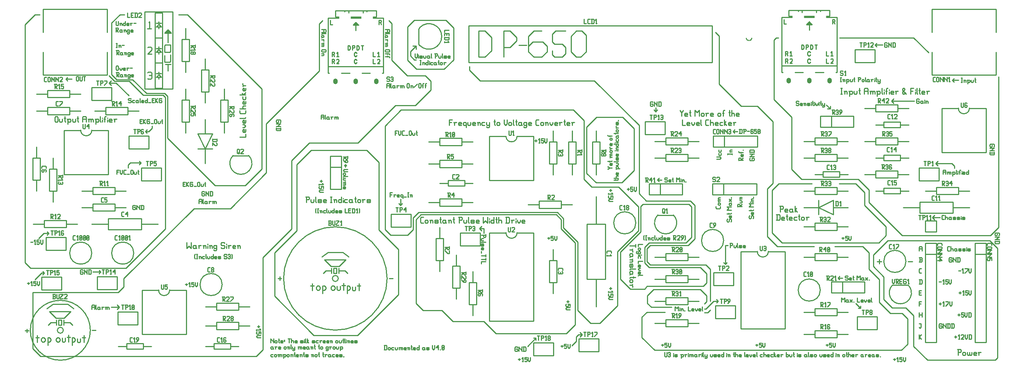
<source format=gbr>
G04 start of page 8 for group -4079 idx -4079 *
G04 Title: (unknown), topsilk *
G04 Creator: pcb 20110918 *
G04 CreationDate: Fri Feb 15 23:12:40 2013 UTC *
G04 For: fosse *
G04 Format: Gerber/RS-274X *
G04 PCB-Dimensions: 893500 333500 *
G04 PCB-Coordinate-Origin: lower left *
%MOIN*%
%FSLAX25Y25*%
%LNTOPSILK*%
%ADD96C,0.0400*%
%ADD95C,0.0114*%
%ADD94C,0.0102*%
%ADD93C,0.0100*%
G54D93*X564000Y33000D02*Y51500D01*
X568500Y56000D02*X585000D01*
X564000Y51500D02*X568500Y56000D01*
X570500Y96500D02*X566500Y100500D01*
X568500Y102000D02*X571500Y99000D01*
X574500Y76500D02*X569000Y71000D01*
X566500Y77000D02*X568500Y79500D01*
X569000Y71000D02*Y64000D01*
X572500Y60500D01*
X591000D01*
X561000Y151500D02*Y130000D01*
X542000Y111000D01*
Y62000D01*
X544500Y86000D02*X553500Y77000D01*
X563000Y129000D02*X544500Y110500D01*
Y86000D01*
X553500Y77000D02*X566500D01*
X568500Y113500D02*Y102000D01*
X486500Y144500D02*X491000Y140000D01*
Y131500D02*Y140000D01*
X493000Y141000D02*X487500Y146500D01*
X455500D01*
X604000Y119000D02*X590000D01*
X571500Y116500D02*X568500Y113500D01*
X563000Y152000D02*Y129000D01*
X568000Y157000D02*X561500Y163500D01*
X582000Y176000D02*X578000D01*
X579500Y177500D01*
X578000Y176000D02*X579500Y174500D01*
X543000Y169500D02*X561000Y151500D01*
X565000Y154000D02*X606500D01*
X608000Y157000D02*X568000D01*
X612000Y153000D02*X608000Y157000D01*
X565000Y154000D02*X563000Y152000D01*
X606500Y154000D02*X609000Y151500D01*
Y124000D01*
X542000Y62000D02*X526000Y46000D01*
X517500D01*
X432000Y36500D02*X495500D01*
X503500Y44500D01*
X506000Y57500D02*Y119500D01*
X503500Y44500D02*Y119000D01*
X517500Y46000D02*X506000Y57500D01*
X500500Y25500D02*X504500Y29500D01*
Y33500D01*
X506500Y35500D01*
X510000D01*
X508000Y37500D01*
X510000Y35500D02*X508000Y33500D01*
X460500Y25000D02*X468000Y32500D01*
X466000D01*
X468000D02*Y30500D01*
X144500Y326000D02*X152500D01*
X220000Y258500D01*
Y186000D01*
X224000Y182500D02*Y227000D01*
X205000Y171000D02*X177500D01*
X134500Y214000D01*
Y252000D01*
X224000Y182500D02*X191500Y150000D01*
X132000Y254500D02*X134500Y252000D01*
X100000Y265500D02*X112500Y253000D01*
X115500Y254500D02*X103000Y267000D01*
X112500Y253000D02*X130500D01*
X115500Y254500D02*X132000D01*
X88000Y264000D02*X99500Y252500D01*
X86500Y265500D02*X100000D01*
X81500Y270500D02*X86500Y265500D01*
X103000Y267000D02*X88500D01*
X84000Y271500D01*
Y318500D01*
X91500Y326000D01*
X95500D01*
X130500Y253000D02*X132500Y251000D01*
X81500Y264000D02*X88000D01*
X81500D02*X83500Y262000D01*
X81500Y264000D02*X83500Y266000D01*
X132500Y251000D02*Y134500D01*
X110500Y191500D02*X109000Y190000D01*
X110500Y191500D02*X109000Y193000D01*
X99000Y187000D02*Y189500D01*
X101000Y191500D01*
X110500D01*
X5500Y134500D02*Y317000D01*
X19000Y326000D02*X14500D01*
X5500Y317000D01*
X48000Y267500D02*X42500D01*
X44000Y269000D01*
X42500Y267500D02*X44000Y266000D01*
X114500Y220000D02*X117500D01*
X120500Y223000D01*
Y225000D01*
X114500Y220000D02*X116000Y221500D01*
X114500Y220000D02*X116000Y218500D01*
X12500Y23000D02*Y74000D01*
X67000Y92500D02*X74000D01*
X72500Y91000D01*
X14500Y85500D02*X20500Y91500D01*
X23000D01*
X21500Y90000D01*
X19500Y16000D02*X215000D01*
X83500Y60500D02*X91000D01*
X89000Y58500D01*
X91000Y60500D02*X89000Y62500D01*
X90000Y74000D02*X95000Y79000D01*
Y86500D02*Y79000D01*
X72500Y94000D02*X74000Y92500D01*
X12500Y74000D02*X90000D01*
X97000Y96000D02*X10500D01*
X23000Y91500D02*X21500Y93000D01*
X10500Y96000D02*X5500Y101000D01*
Y135000D02*Y101000D01*
X18000Y123000D02*X22500Y127500D01*
X27000D01*
X25500Y129000D01*
X27000Y127500D02*X25500Y126000D01*
X12500Y23000D02*X19500Y16000D01*
X191500Y150000D02*X158500D01*
X95000Y86500D01*
X132500Y135000D02*Y131500D01*
X97000Y96000D01*
X886000Y114000D02*X879000Y121000D01*
X837500D02*X821000D01*
X799500Y125500D02*X879500D01*
X887000Y133000D01*
X879000Y121000D02*X837000D01*
X822500Y12500D02*X884000D01*
X886000Y14500D01*
Y114000D01*
X822500Y12500D02*X810000Y25000D01*
Y53000D01*
X804500Y50000D02*Y27000D01*
X799000Y21500D01*
X810000Y53000D02*X803000Y60000D01*
X799500Y55000D02*X804500Y50000D01*
X686500Y115500D02*X677500Y124500D01*
Y129000D01*
X612000Y122500D02*Y153000D01*
X604000Y119000D02*X609000Y124000D01*
X606000Y116500D02*X612000Y122500D01*
X639500Y116500D02*X642000D01*
X571500Y99000D02*X622000D01*
X617000Y96500D02*X570500D01*
X773500Y97500D02*Y108000D01*
X639500Y99500D02*X641000Y101000D01*
X639500Y99500D02*X638000Y101000D01*
X571500Y116500D02*X606000D01*
X570500Y119000D02*X591000D01*
X682000Y128000D02*X691000Y119000D01*
X639500Y116500D02*Y99500D01*
X779000Y85500D02*X769500Y95000D01*
X786500Y121000D02*X773500Y108000D01*
X769500Y95000D02*Y110000D01*
X783000Y88000D02*X773500Y97500D01*
X764000Y115500D02*X769500Y110000D01*
X790500Y60000D02*X783000Y67500D01*
Y88000D01*
X769500Y155500D02*X799500Y125500D01*
X785000D02*Y133500D01*
X778500Y119000D02*X785000Y125500D01*
X803000Y60000D02*X790500D01*
X566500Y100500D02*Y115000D01*
X570500Y119000D01*
X575500Y21500D02*X564000Y33000D01*
X568500Y79500D02*X619500D01*
X620500Y55500D02*X623500D01*
X622500Y71000D02*Y65500D01*
X620500Y63500D01*
X617000Y76500D02*X574500D01*
X620500Y59000D02*X622000D01*
Y99000D02*X626000Y95000D01*
Y66000D01*
X622500Y82500D02*Y91000D01*
X617000Y96500D01*
X622500Y82500D02*X619500Y79500D01*
X617000Y76500D02*X622500Y71000D01*
X622000Y59000D02*X629000Y66000D01*
X623500Y55500D02*X626000Y58000D01*
X799000Y21500D02*X575500D01*
X691000Y119000D02*X778500D01*
X789000Y55000D02*X799500D01*
X779000Y65000D02*Y85500D01*
Y65000D02*X789000Y55000D01*
X762000Y59500D02*X760000D01*
X762000D02*Y61500D01*
X745500Y87000D02*X741500D01*
X743000Y88500D01*
X741500Y87000D02*X743000Y85500D01*
X757500Y64000D02*X762000Y59500D01*
X629000Y66000D02*X633000D01*
X631500Y67500D01*
X633000Y66000D02*X631500Y64500D01*
X346000Y239500D02*X331500Y225000D01*
X300500Y203000D02*X315000D01*
X326000Y192000D01*
X307000Y209500D02*X341000Y243500D01*
X264500Y203000D02*X302000D01*
X331500Y131000D02*X336500Y126000D01*
X331500Y225000D02*Y131000D01*
X326000Y192000D02*Y130500D01*
X345500Y158500D02*Y153000D01*
X344000Y154500D01*
X345500Y153000D02*X347000Y154500D01*
X502000Y239500D02*X346000D01*
X523000Y233000D02*X546500D01*
X521000Y266000D02*X417500D01*
X373000Y257500D02*Y265500D01*
X576500Y241500D02*Y238000D01*
X578000Y239500D02*X576500Y238000D01*
X575000Y239500D01*
X506000Y119500D02*X493000Y132500D01*
Y141000D01*
X503500Y119000D02*X491000Y131500D01*
X454000Y144500D02*X486500D01*
X456000Y146500D02*X362000D01*
X343500Y113000D02*Y72000D01*
X306500Y35000D01*
X421000Y47500D02*X432000Y36500D01*
X306500Y35000D02*X267000D01*
X393000Y47500D02*X383000Y57500D01*
X421000Y47500D02*X393000D01*
X511500Y176500D02*X518500Y169500D01*
X546000Y173500D02*X557000Y184500D01*
X518500Y169500D02*X543000D01*
X522500Y173500D02*X546000D01*
X514000Y182000D02*X522500Y173500D01*
X514000Y224000D02*X523000Y233000D01*
X511500Y230000D02*X502000Y239500D01*
X561500Y225500D02*X521000Y266000D01*
X557000Y222500D02*X546500Y233000D01*
X561500Y163500D02*Y225500D01*
X557000Y184500D02*Y222500D01*
X514000Y224000D02*Y182000D01*
X511500Y230000D02*Y176500D01*
X357000Y141500D02*Y131000D01*
X359500Y140000D02*X364000Y144500D01*
X357000Y131000D02*X352000Y126000D01*
X336500D02*X352000D01*
X326000Y130500D02*X343500Y113000D01*
X362000Y146500D02*X357000Y141500D01*
X421000Y132000D02*X417000D01*
X364000Y144500D02*X454500D01*
X421000Y132000D02*Y127500D01*
X417000Y132000D02*X419000Y130000D01*
X417000Y132000D02*X419000Y134000D01*
X823500Y291500D02*X810000Y305000D01*
X765500Y164500D02*X757500Y172500D01*
X810500Y247500D02*X790000D01*
X792000Y249500D01*
X790000Y247500D02*X792000Y245500D01*
X785000Y133500D02*X765500Y153000D01*
X731000Y244000D02*X734500Y240500D01*
Y243000D01*
Y240500D02*X732000D01*
X810000Y305000D02*X743000D01*
X687500D02*X685500D01*
X683500Y303000D01*
X775000Y298500D02*X782000D01*
X776500Y297000D02*X775000Y298500D01*
X776500Y300000D01*
X699500Y233000D02*Y185500D01*
X708500Y176500D01*
X760000D01*
X769500Y167000D01*
Y155500D01*
X757500Y172500D02*X742500D01*
X765500Y153000D02*Y164500D01*
X764000Y115500D02*X738500D01*
X720000D02*X686500D01*
X887000Y133000D02*Y269500D01*
X821500Y121000D02*X786500D01*
X834000Y142000D02*X827000D01*
X829000Y144000D01*
X827000Y142000D02*X829000Y140000D01*
X850500Y266500D02*X845000D01*
X846500Y268000D01*
X845000Y266500D02*X846500Y265000D01*
X844500Y191000D02*X847000Y188500D01*
Y186500D01*
X830000Y191000D02*X832000Y189000D01*
X830000Y191000D02*X844500D01*
X830000D02*X832000Y193000D01*
X683500Y303000D02*Y249000D01*
X682500Y229000D02*Y173000D01*
X677500Y168000D01*
Y127500D01*
X682000Y166500D02*Y128000D01*
X683500Y249000D02*X699500Y233000D01*
X668500Y243000D02*X682500Y229000D01*
X668500Y243000D02*X654000D01*
X650500Y220000D02*X646500D01*
X648000Y221500D01*
X718000Y172500D02*X688000D01*
X682000Y166500D01*
X654000Y243000D02*X634000Y263000D01*
Y306500D01*
X630500Y310000D01*
X646500Y220000D02*X648000Y218500D01*
X215000Y16000D02*X221000Y22000D01*
X267000Y35000D02*X231500Y70500D01*
Y110000D01*
X221000Y22000D02*Y105500D01*
X220000Y186000D02*X205000Y171000D01*
X231500Y110000D02*X251500Y130000D01*
Y190000D01*
X264500Y203000D01*
X221000Y105500D02*X247000Y131500D01*
Y193500D01*
X263000Y209500D01*
X295500Y190000D02*Y187500D01*
Y190000D02*X294500Y189000D01*
X295500Y190000D02*X296500Y189000D01*
X383000Y57500D02*X366000D01*
X359500Y64000D01*
Y108500D01*
Y140000D02*Y103000D01*
X272000Y275000D02*Y317500D01*
X275000Y320500D02*X272000Y317500D01*
X224000Y227000D02*X272000Y275000D01*
X263000Y209500D02*X307000D01*
X417500Y266000D02*X408000Y275500D01*
X393500Y285000D02*X385000Y276500D01*
X393500Y314000D02*Y285000D01*
X408000Y275500D02*Y279000D01*
X386500Y321000D02*X393500Y314000D01*
X386500Y321000D02*X358000D01*
X337500Y318000D02*X335000Y320500D01*
X360000Y276500D02*X352000Y284500D01*
X385000Y276500D02*X360000D01*
X373000Y265500D02*X368000Y270500D01*
X351500D01*
X337500Y284500D01*
Y318000D02*Y284500D01*
X352000D02*Y315000D01*
X359500Y297500D02*X356500D01*
X352000Y315000D02*X358000Y321000D01*
X359500Y285000D02*X358000D01*
X354500Y288500D01*
Y292500D01*
X359500Y297500D02*X354500Y292500D01*
X359500Y297500D02*Y294500D01*
X341000Y243500D02*X359000D01*
X373000Y257500D01*
X658500Y304500D02*G75*G03X660500Y302500I2000J0D01*G01*
X661500D02*G75*G03X663500Y304500I0J2000D01*G01*
X152000Y119180D02*Y113900D01*
X153980Y115880D01*
X155960Y113900D01*
Y119180D02*Y113900D01*
X159524Y116540D02*X160184Y115880D01*
X158204Y116540D02*X159524D01*
X157544Y115880D02*X158204Y116540D01*
X157544Y115880D02*Y114560D01*
X158204Y113900D01*
X160184Y116540D02*Y114560D01*
X160844Y113900D01*
X158204D02*X159524D01*
X160184Y114560D01*
X163088Y115880D02*Y113900D01*
Y115880D02*X163748Y116540D01*
X165068D01*
X162428D02*X163088Y115880D01*
X167312D02*Y113900D01*
Y115880D02*X167972Y116540D01*
X168632D01*
X169292Y115880D01*
Y113900D01*
X166652Y116540D02*X167312Y115880D01*
X170876Y117860D02*Y117200D01*
Y115880D02*Y113900D01*
X172856Y115880D02*Y113900D01*
Y115880D02*X173516Y116540D01*
X174176D01*
X174836Y115880D01*
Y113900D01*
X172196Y116540D02*X172856Y115880D01*
X178400Y116540D02*X179060Y115880D01*
X177080Y116540D02*X178400D01*
X176420Y115880D02*X177080Y116540D01*
X176420Y115880D02*Y114560D01*
X177080Y113900D01*
X178400D01*
X179060Y114560D01*
X176420Y112580D02*X177080Y111920D01*
X178400D01*
X179060Y112580D01*
Y116540D02*Y112580D01*
X185660Y119180D02*X186320Y118520D01*
X183680Y119180D02*X185660D01*
X183020Y118520D02*X183680Y119180D01*
X183020Y118520D02*Y117200D01*
X183680Y116540D01*
X185660D01*
X186320Y115880D01*
Y114560D01*
X185660Y113900D02*X186320Y114560D01*
X183680Y113900D02*X185660D01*
X183020Y114560D02*X183680Y113900D01*
X187904Y117860D02*Y117200D01*
Y115880D02*Y113900D01*
X189884Y115880D02*Y113900D01*
Y115880D02*X190544Y116540D01*
X191864D01*
X189224D02*X189884Y115880D01*
X194108Y113900D02*X196088D01*
X193448Y114560D02*X194108Y113900D01*
X193448Y115880D02*Y114560D01*
Y115880D02*X194108Y116540D01*
X195428D01*
X196088Y115880D01*
X193448Y115220D02*X196088D01*
Y115880D02*Y115220D01*
X198332Y115880D02*Y113900D01*
Y115880D02*X198992Y116540D01*
X199652D01*
X200312Y115880D01*
Y113900D01*
X197672Y116540D02*X198332Y115880D01*
X199820Y215000D02*X205100D01*
Y217640D02*Y215000D01*
Y221864D02*Y219884D01*
X204440Y219224D02*X205100Y219884D01*
X203120Y219224D02*X204440D01*
X203120D02*X202460Y219884D01*
Y221204D02*Y219884D01*
Y221204D02*X203120Y221864D01*
X203780D02*Y219224D01*
X203120Y221864D02*X203780D01*
X202460Y223448D02*X203780D01*
X205100Y224768D01*
X203780Y226088D01*
X202460D02*X203780D01*
X205100Y230312D02*Y228332D01*
X204440Y227672D02*X205100Y228332D01*
X203120Y227672D02*X204440D01*
X203120D02*X202460Y228332D01*
Y229652D02*Y228332D01*
Y229652D02*X203120Y230312D01*
X203780D02*Y227672D01*
X203120Y230312D02*X203780D01*
X199820Y231896D02*X204440D01*
X205100Y232556D01*
Y238892D02*Y236912D01*
X204440Y236252D02*X205100Y236912D01*
X200480Y236252D02*X204440D01*
X200480D02*X199820Y236912D01*
Y238892D02*Y236912D01*
Y240476D02*X205100D01*
X203120D02*X202460Y241136D01*
Y242456D02*Y241136D01*
Y242456D02*X203120Y243116D01*
X205100D01*
Y247340D02*Y245360D01*
X204440Y244700D02*X205100Y245360D01*
X203120Y244700D02*X204440D01*
X203120D02*X202460Y245360D01*
Y246680D02*Y245360D01*
Y246680D02*X203120Y247340D01*
X203780D02*Y244700D01*
X203120Y247340D02*X203780D01*
X202460Y251564D02*Y249584D01*
X203120Y248924D02*X202460Y249584D01*
X203120Y248924D02*X204440D01*
X205100Y249584D01*
Y251564D02*Y249584D01*
X199820Y253148D02*X205100D01*
X203120D02*X205100Y255128D01*
X203120Y253148D02*X201800Y254468D01*
X205100Y259352D02*Y257372D01*
X204440Y256712D02*X205100Y257372D01*
X203120Y256712D02*X204440D01*
X203120D02*X202460Y257372D01*
Y258692D02*Y257372D01*
Y258692D02*X203120Y259352D01*
X203780D02*Y256712D01*
X203120Y259352D02*X203780D01*
X203120Y261596D02*X205100D01*
X203120D02*X202460Y262256D01*
Y263576D02*Y262256D01*
Y260936D02*X203120Y261596D01*
X159000Y105045D02*X159495Y104550D01*
X159000Y108015D02*X159495Y108510D01*
X159000Y108015D02*Y105045D01*
X160683Y108510D02*X161673D01*
X161178D02*Y104550D01*
X160683D02*X161673D01*
X163356Y106035D02*Y104550D01*
Y106035D02*X163851Y106530D01*
X164346D01*
X164841Y106035D01*
Y104550D01*
X162861Y106530D02*X163356Y106035D01*
X166524Y106530D02*X168009D01*
X166029Y106035D02*X166524Y106530D01*
X166029Y106035D02*Y105045D01*
X166524Y104550D01*
X168009D01*
X169197Y108510D02*Y105045D01*
X169692Y104550D01*
X170682Y106530D02*Y105045D01*
X171177Y104550D01*
X172167D01*
X172662Y105045D01*
Y106530D02*Y105045D01*
X175830Y108510D02*Y104550D01*
X175335D02*X175830Y105045D01*
X174345Y104550D02*X175335D01*
X173850Y105045D02*X174345Y104550D01*
X173850Y106035D02*Y105045D01*
Y106035D02*X174345Y106530D01*
X175335D01*
X175830Y106035D01*
X177513Y104550D02*X178998D01*
X177018Y105045D02*X177513Y104550D01*
X177018Y106035D02*Y105045D01*
Y106035D02*X177513Y106530D01*
X178503D01*
X178998Y106035D01*
X177018Y105540D02*X178998D01*
Y106035D02*Y105540D01*
X180681Y104550D02*X182166D01*
X182661Y105045D01*
X182166Y105540D02*X182661Y105045D01*
X180681Y105540D02*X182166D01*
X180186Y106035D02*X180681Y105540D01*
X180186Y106035D02*X180681Y106530D01*
X182166D01*
X182661Y106035D01*
X180186Y105045D02*X180681Y104550D01*
X187611Y108510D02*X188106Y108015D01*
X186126Y108510D02*X187611D01*
X185631Y108015D02*X186126Y108510D01*
X185631Y108015D02*Y107025D01*
X186126Y106530D01*
X187611D01*
X188106Y106035D01*
Y105045D01*
X187611Y104550D02*X188106Y105045D01*
X186126Y104550D02*X187611D01*
X185631Y105045D02*X186126Y104550D01*
X189294Y108015D02*X189789Y108510D01*
X190779D01*
X191274Y108015D01*
Y105045D01*
X190779Y104550D02*X191274Y105045D01*
X189789Y104550D02*X190779D01*
X189294Y105045D02*X189789Y104550D01*
Y106530D02*X191274D01*
X192462Y108510D02*X192957Y108015D01*
Y105045D01*
X192462Y104550D02*X192957Y105045D01*
X167480Y165510D02*X167975Y165015D01*
X165995Y165510D02*X167480D01*
X165500Y165015D02*X165995Y165510D01*
X165500Y165015D02*Y162045D01*
X165995Y161550D01*
X167480D01*
X167975Y162045D01*
Y163035D02*Y162045D01*
X167480Y163530D02*X167975Y163035D01*
X166490Y163530D02*X167480D01*
X169163Y165510D02*Y161550D01*
Y165510D02*Y165015D01*
X171638Y162540D01*
Y165510D02*Y161550D01*
X173321Y165510D02*Y161550D01*
X174806Y165510D02*X175301Y165015D01*
Y162045D01*
X174806Y161550D02*X175301Y162045D01*
X172826Y161550D02*X174806D01*
X172826Y165510D02*X174806D01*
X148500Y172030D02*X149985D01*
X148500Y170050D02*X150480D01*
X148500Y174010D02*Y170050D01*
Y174010D02*X150480D01*
X151668D02*Y170050D01*
Y172030D02*X153648Y174010D01*
X151668Y172030D02*X153648Y170050D01*
X156816Y174010D02*X157311Y173515D01*
X155331Y174010D02*X156816D01*
X154836Y173515D02*X155331Y174010D01*
X154836Y173515D02*Y170545D01*
X155331Y170050D01*
X156816D01*
X157311Y170545D01*
Y171535D02*Y170545D01*
X156816Y172030D02*X157311Y171535D01*
X155826Y172030D02*X156816D01*
X158499Y170050D02*X160479D01*
X161667Y173515D02*Y170545D01*
Y173515D02*X162162Y174010D01*
X163152D01*
X163647Y173515D01*
Y170545D01*
X163152Y170050D02*X163647Y170545D01*
X162162Y170050D02*X163152D01*
X161667Y170545D02*X162162Y170050D01*
X164835Y172030D02*Y170545D01*
X165330Y170050D01*
X166320D01*
X166815Y170545D01*
Y172030D02*Y170545D01*
X168498Y174010D02*Y170545D01*
X168993Y170050D01*
X168003Y172525D02*X168993D01*
X163000Y158015D02*Y154550D01*
Y158015D02*X163495Y158510D01*
X164980D01*
X165475Y158015D01*
Y154550D01*
X163000Y156530D02*X165475D01*
X166663Y158510D02*Y155045D01*
X167158Y154550D01*
X169633Y156530D02*X170128Y156035D01*
X168643Y156530D02*X169633D01*
X168148Y156035D02*X168643Y156530D01*
X168148Y156035D02*Y155045D01*
X168643Y154550D01*
X170128Y156530D02*Y155045D01*
X170623Y154550D01*
X168643D02*X169633D01*
X170128Y155045D01*
X172306Y156035D02*Y154550D01*
Y156035D02*X172801Y156530D01*
X173791D01*
X171811D02*X172306Y156035D01*
X175474D02*Y154550D01*
Y156035D02*X175969Y156530D01*
X176464D01*
X176959Y156035D01*
Y154550D01*
Y156035D02*X177454Y156530D01*
X177949D01*
X178444Y156035D01*
Y154550D01*
X174979Y156530D02*X175474Y156035D01*
X88000Y279015D02*Y276045D01*
Y279015D02*X88495Y279510D01*
X89485D01*
X89980Y279015D01*
Y276045D01*
X89485Y275550D02*X89980Y276045D01*
X88495Y275550D02*X89485D01*
X88000Y276045D02*X88495Y275550D01*
X91168Y277530D02*Y276540D01*
X92158Y275550D01*
X93148Y276540D01*
Y277530D02*Y276540D01*
X94831Y275550D02*X96316D01*
X94336Y276045D02*X94831Y275550D01*
X94336Y277035D02*Y276045D01*
Y277035D02*X94831Y277530D01*
X95821D01*
X96316Y277035D01*
X94336Y276540D02*X96316D01*
Y277035D02*Y276540D01*
X97999Y277035D02*Y275550D01*
Y277035D02*X98494Y277530D01*
X99484D01*
X97504D02*X97999Y277035D01*
X100672Y277530D02*X102652D01*
X88000Y273510D02*X89980D01*
X90475Y273015D01*
Y272025D01*
X89980Y271530D02*X90475Y272025D01*
X88495Y271530D02*X89980D01*
X88495Y273510D02*Y269550D01*
Y271530D02*X90475Y269550D01*
X93148Y271530D02*X93643Y271035D01*
X92158Y271530D02*X93148D01*
X91663Y271035D02*X92158Y271530D01*
X91663Y271035D02*Y270045D01*
X92158Y269550D01*
X93643Y271530D02*Y270045D01*
X94138Y269550D01*
X92158D02*X93148D01*
X93643Y270045D01*
X95821Y271035D02*Y269550D01*
Y271035D02*X96316Y271530D01*
X96811D01*
X97306Y271035D01*
Y269550D01*
X95326Y271530D02*X95821Y271035D01*
X99979Y271530D02*X100474Y271035D01*
X98989Y271530D02*X99979D01*
X98494Y271035D02*X98989Y271530D01*
X98494Y271035D02*Y270045D01*
X98989Y269550D01*
X99979D01*
X100474Y270045D01*
X98494Y268560D02*X98989Y268065D01*
X99979D01*
X100474Y268560D01*
Y271530D02*Y268560D01*
X102157Y269550D02*X103642D01*
X101662Y270045D02*X102157Y269550D01*
X101662Y271035D02*Y270045D01*
Y271035D02*X102157Y271530D01*
X103147D01*
X103642Y271035D01*
X101662Y270540D02*X103642D01*
Y271035D02*Y270540D01*
X52000Y269500D02*Y266500D01*
Y269500D02*X52500Y270000D01*
X53500D01*
X54000Y269500D01*
Y266500D01*
X53500Y266000D02*X54000Y266500D01*
X52500Y266000D02*X53500D01*
X52000Y266500D02*X52500Y266000D01*
X55200Y270000D02*Y266500D01*
X55700Y266000D01*
X56700D01*
X57200Y266500D01*
Y270000D02*Y266500D01*
X58400Y270000D02*X60400D01*
X59400D02*Y266000D01*
X32500Y233020D02*Y229060D01*
Y233020D02*X33160Y233680D01*
X34480D01*
X35140Y233020D01*
Y229060D01*
X34480Y228400D02*X35140Y229060D01*
X33160Y228400D02*X34480D01*
X32500Y229060D02*X33160Y228400D01*
X36724Y231040D02*Y229060D01*
X37384Y228400D01*
X38704D01*
X39364Y229060D01*
Y231040D02*Y229060D01*
X41608Y233680D02*Y229060D01*
X42268Y228400D01*
X40948Y231700D02*X42268D01*
X44248Y230380D02*Y226420D01*
X43588Y231040D02*X44248Y230380D01*
X44908Y231040D01*
X46228D01*
X46888Y230380D01*
Y229060D01*
X46228Y228400D02*X46888Y229060D01*
X44908Y228400D02*X46228D01*
X44248Y229060D02*X44908Y228400D01*
X48472Y231040D02*Y229060D01*
X49132Y228400D01*
X50452D01*
X51112Y229060D01*
Y231040D02*Y229060D01*
X53356Y233680D02*Y229060D01*
X54016Y228400D01*
X52696Y231700D02*X54016D01*
X57712Y233020D02*Y228400D01*
Y233020D02*X58372Y233680D01*
X60352D01*
X61012Y233020D01*
Y228400D01*
X57712Y231040D02*X61012D01*
X63256Y230380D02*Y228400D01*
Y230380D02*X63916Y231040D01*
X64576D01*
X65236Y230380D01*
Y228400D01*
Y230380D02*X65896Y231040D01*
X66556D01*
X67216Y230380D01*
Y228400D01*
X62596Y231040D02*X63256Y230380D01*
X69460D02*Y226420D01*
X68800Y231040D02*X69460Y230380D01*
X70120Y231040D01*
X71440D01*
X72100Y230380D01*
Y229060D01*
X71440Y228400D02*X72100Y229060D01*
X70120Y228400D02*X71440D01*
X69460Y229060D02*X70120Y228400D01*
X73684Y233680D02*Y229060D01*
X74344Y228400D01*
X75664Y232360D02*Y231700D01*
Y230380D02*Y228400D01*
X77644Y233020D02*Y228400D01*
Y233020D02*X78304Y233680D01*
X78964D01*
X76984Y231040D02*X78304D01*
X80284Y232360D02*Y231700D01*
Y230380D02*Y228400D01*
X82264D02*X84244D01*
X81604Y229060D02*X82264Y228400D01*
X81604Y230380D02*Y229060D01*
Y230380D02*X82264Y231040D01*
X83584D01*
X84244Y230380D01*
X81604Y229720D02*X84244D01*
Y230380D02*Y229720D01*
X86488Y230380D02*Y228400D01*
Y230380D02*X87148Y231040D01*
X88468D01*
X85828D02*X86488Y230380D01*
X88000Y320010D02*Y316545D01*
X88495Y316050D01*
X89485D01*
X89980Y316545D01*
Y320010D02*Y316545D01*
X91663Y317535D02*Y316050D01*
Y317535D02*X92158Y318030D01*
X92653D01*
X93148Y317535D01*
Y316050D01*
X91168Y318030D02*X91663Y317535D01*
X96316Y320010D02*Y316050D01*
X95821D02*X96316Y316545D01*
X94831Y316050D02*X95821D01*
X94336Y316545D02*X94831Y316050D01*
X94336Y317535D02*Y316545D01*
Y317535D02*X94831Y318030D01*
X95821D01*
X96316Y317535D01*
X97999Y316050D02*X99484D01*
X97504Y316545D02*X97999Y316050D01*
X97504Y317535D02*Y316545D01*
Y317535D02*X97999Y318030D01*
X98989D01*
X99484Y317535D01*
X97504Y317040D02*X99484D01*
Y317535D02*Y317040D01*
X101167Y317535D02*Y316050D01*
Y317535D02*X101662Y318030D01*
X102652D01*
X100672D02*X101167Y317535D01*
X103840Y318030D02*X105820D01*
X87500Y314010D02*X89480D01*
X89975Y313515D01*
Y312525D01*
X89480Y312030D02*X89975Y312525D01*
X87995Y312030D02*X89480D01*
X87995Y314010D02*Y310050D01*
Y312030D02*X89975Y310050D01*
X92648Y312030D02*X93143Y311535D01*
X91658Y312030D02*X92648D01*
X91163Y311535D02*X91658Y312030D01*
X91163Y311535D02*Y310545D01*
X91658Y310050D01*
X93143Y312030D02*Y310545D01*
X93638Y310050D01*
X91658D02*X92648D01*
X93143Y310545D01*
X95321Y311535D02*Y310050D01*
Y311535D02*X95816Y312030D01*
X96311D01*
X96806Y311535D01*
Y310050D01*
X94826Y312030D02*X95321Y311535D01*
X99479Y312030D02*X99974Y311535D01*
X98489Y312030D02*X99479D01*
X97994Y311535D02*X98489Y312030D01*
X97994Y311535D02*Y310545D01*
X98489Y310050D01*
X99479D01*
X99974Y310545D01*
X97994Y309060D02*X98489Y308565D01*
X99479D01*
X99974Y309060D01*
Y312030D02*Y309060D01*
X101657Y310050D02*X103142D01*
X101162Y310545D02*X101657Y310050D01*
X101162Y311535D02*Y310545D01*
Y311535D02*X101657Y312030D01*
X102647D01*
X103142Y311535D01*
X101162Y311040D02*X103142D01*
Y311535D02*Y311040D01*
X88000Y300010D02*X88990D01*
X88495D02*Y296050D01*
X88000D02*X88990D01*
X90673Y297535D02*Y296050D01*
Y297535D02*X91168Y298030D01*
X91663D01*
X92158Y297535D01*
Y296050D01*
X90178Y298030D02*X90673Y297535D01*
X93346Y298030D02*X95326D01*
X88000Y293510D02*X89980D01*
X90475Y293015D01*
Y292025D01*
X89980Y291530D02*X90475Y292025D01*
X88495Y291530D02*X89980D01*
X88495Y293510D02*Y289550D01*
Y291530D02*X90475Y289550D01*
X93148Y291530D02*X93643Y291035D01*
X92158Y291530D02*X93148D01*
X91663Y291035D02*X92158Y291530D01*
X91663Y291035D02*Y290045D01*
X92158Y289550D01*
X93643Y291530D02*Y290045D01*
X94138Y289550D01*
X92158D02*X93148D01*
X93643Y290045D01*
X95821Y291035D02*Y289550D01*
Y291035D02*X96316Y291530D01*
X96811D01*
X97306Y291035D01*
Y289550D01*
X95326Y291530D02*X95821Y291035D01*
X99979Y291530D02*X100474Y291035D01*
X98989Y291530D02*X99979D01*
X98494Y291035D02*X98989Y291530D01*
X98494Y291035D02*Y290045D01*
X98989Y289550D01*
X99979D01*
X100474Y290045D01*
X98494Y288560D02*X98989Y288065D01*
X99979D01*
X100474Y288560D01*
Y291530D02*Y288560D01*
X102157Y289550D02*X103642D01*
X101662Y290045D02*X102157Y289550D01*
X101662Y291035D02*Y290045D01*
Y291035D02*X102157Y291530D01*
X103147D01*
X103642Y291035D01*
X101662Y290540D02*X103642D01*
Y291035D02*Y290540D01*
X150500Y81030D02*X152480D01*
X151490Y82020D02*Y80040D01*
X154163Y79050D02*X155153D01*
X154658Y83010D02*Y79050D01*
X153668Y82020D02*X154658Y83010D01*
X156341D02*X158321D01*
X156341D02*Y81030D01*
X156836Y81525D01*
X157826D01*
X158321Y81030D01*
Y79545D01*
X157826Y79050D02*X158321Y79545D01*
X156836Y79050D02*X157826D01*
X156341Y79545D02*X156836Y79050D01*
X159509Y83010D02*Y80040D01*
X160499Y79050D01*
X161489Y80040D01*
Y83010D02*Y80040D01*
X66000Y62015D02*Y58550D01*
Y62015D02*X66495Y62510D01*
X67980D01*
X68475Y62015D01*
Y58550D01*
X66000Y60530D02*X68475D01*
X69663Y62510D02*Y59045D01*
X70158Y58550D01*
X72633Y60530D02*X73128Y60035D01*
X71643Y60530D02*X72633D01*
X71148Y60035D02*X71643Y60530D01*
X71148Y60035D02*Y59045D01*
X71643Y58550D01*
X73128Y60530D02*Y59045D01*
X73623Y58550D01*
X71643D02*X72633D01*
X73128Y59045D01*
X75306Y60035D02*Y58550D01*
Y60035D02*X75801Y60530D01*
X76791D01*
X74811D02*X75306Y60035D01*
X78474D02*Y58550D01*
Y60035D02*X78969Y60530D01*
X79464D01*
X79959Y60035D01*
Y58550D01*
Y60035D02*X80454Y60530D01*
X80949D01*
X81444Y60035D01*
Y58550D01*
X77979Y60530D02*X78474Y60035D01*
X57500Y94500D02*X58000Y94000D01*
X56000Y94500D02*X57500D01*
X55500Y94000D02*X56000Y94500D01*
X55500Y94000D02*Y91000D01*
X56000Y90500D01*
X57500D01*
X58000Y91000D01*
Y92000D02*Y91000D01*
X57500Y92500D02*X58000Y92000D01*
X56500Y92500D02*X57500D01*
X59200Y94500D02*Y90500D01*
Y94500D02*Y94000D01*
X61700Y91500D01*
Y94500D02*Y90500D01*
X63400Y94500D02*Y90500D01*
X64900Y94500D02*X65400Y94000D01*
Y91000D01*
X64900Y90500D02*X65400Y91000D01*
X62900Y90500D02*X64900D01*
X62900Y94500D02*X64900D01*
X10500Y119530D02*X12480D01*
X14163Y117550D02*X15153D01*
X14658Y121510D02*Y117550D01*
X13668Y120520D02*X14658Y121510D01*
X16341D02*X18321D01*
X16341D02*Y119530D01*
X16836Y120025D01*
X17826D01*
X18321Y119530D01*
Y118045D01*
X17826Y117550D02*X18321Y118045D01*
X16836Y117550D02*X17826D01*
X16341Y118045D02*X16836Y117550D01*
X19509Y121510D02*Y118540D01*
X20499Y117550D01*
X21489Y118540D01*
Y121510D02*Y118540D01*
X7500Y82030D02*X9480D01*
X8490Y83020D02*Y81040D01*
X11163Y80050D02*X12153D01*
X11658Y84010D02*Y80050D01*
X10668Y83020D02*X11658Y84010D01*
X13341D02*X15321D01*
X13341D02*Y82030D01*
X13836Y82525D01*
X14826D01*
X15321Y82030D01*
Y80545D01*
X14826Y80050D02*X15321Y80545D01*
X13836Y80050D02*X14826D01*
X13341Y80545D02*X13836Y80050D01*
X16509Y84010D02*Y81040D01*
X17499Y80050D01*
X18489Y81040D01*
Y84010D02*Y81040D01*
X109500Y229030D02*X110985D01*
X109500Y227050D02*X111480D01*
X109500Y231010D02*Y227050D01*
Y231010D02*X111480D01*
X112668D02*Y227050D01*
Y229030D02*X114648Y231010D01*
X112668Y229030D02*X114648Y227050D01*
X117816Y231010D02*X118311Y230515D01*
X116331Y231010D02*X117816D01*
X115836Y230515D02*X116331Y231010D01*
X115836Y230515D02*Y227545D01*
X116331Y227050D01*
X117816D01*
X118311Y227545D01*
Y228535D02*Y227545D01*
X117816Y229030D02*X118311Y228535D01*
X116826Y229030D02*X117816D01*
X119499Y227050D02*X121479D01*
X122667Y230515D02*Y227545D01*
Y230515D02*X123162Y231010D01*
X124152D01*
X124647Y230515D01*
Y227545D01*
X124152Y227050D02*X124647Y227545D01*
X123162Y227050D02*X124152D01*
X122667Y227545D02*X123162Y227050D01*
X125835Y229030D02*Y227545D01*
X126330Y227050D01*
X127320D01*
X127815Y227545D01*
Y229030D02*Y227545D01*
X129498Y231010D02*Y227545D01*
X129993Y227050D01*
X129003Y229525D02*X129993D01*
X104980Y153010D02*X105475Y152515D01*
X103495Y153010D02*X104980D01*
X103000Y152515D02*X103495Y153010D01*
X103000Y152515D02*Y149545D01*
X103495Y149050D01*
X104980D01*
X105475Y149545D01*
Y150535D02*Y149545D01*
X104980Y151030D02*X105475Y150535D01*
X103990Y151030D02*X104980D01*
X106663Y153010D02*Y149050D01*
Y153010D02*Y152515D01*
X109138Y150040D01*
Y153010D02*Y149050D01*
X110821Y153010D02*Y149050D01*
X112306Y153010D02*X112801Y152515D01*
Y149545D01*
X112306Y149050D02*X112801Y149545D01*
X110326Y149050D02*X112306D01*
X110326Y153010D02*X112306D01*
X88500Y185010D02*Y181050D01*
Y185010D02*X90480D01*
X88500Y183030D02*X89985D01*
X91668Y185010D02*Y182040D01*
X92658Y181050D01*
X93648Y182040D01*
Y185010D02*Y182040D01*
X95331Y181050D02*X96816D01*
X94836Y181545D02*X95331Y181050D01*
X94836Y184515D02*Y181545D01*
Y184515D02*X95331Y185010D01*
X96816D01*
X98004Y181050D02*X99984D01*
X101172Y184515D02*Y181545D01*
Y184515D02*X101667Y185010D01*
X102657D01*
X103152Y184515D01*
Y181545D01*
X102657Y181050D02*X103152Y181545D01*
X101667Y181050D02*X102657D01*
X101172Y181545D02*X101667Y181050D01*
X104340Y183030D02*Y181545D01*
X104835Y181050D01*
X105825D01*
X106320Y181545D01*
Y183030D02*Y181545D01*
X108003Y185010D02*Y181545D01*
X108498Y181050D01*
X107508Y183525D02*X108498D01*
X100980Y250010D02*X101475Y249515D01*
X99495Y250010D02*X100980D01*
X99000Y249515D02*X99495Y250010D01*
X99000Y249515D02*Y248525D01*
X99495Y248030D01*
X100980D01*
X101475Y247535D01*
Y246545D01*
X100980Y246050D02*X101475Y246545D01*
X99495Y246050D02*X100980D01*
X99000Y246545D02*X99495Y246050D01*
X103158Y248030D02*X104643D01*
X102663Y247535D02*X103158Y248030D01*
X102663Y247535D02*Y246545D01*
X103158Y246050D01*
X104643D01*
X107316Y248030D02*X107811Y247535D01*
X106326Y248030D02*X107316D01*
X105831Y247535D02*X106326Y248030D01*
X105831Y247535D02*Y246545D01*
X106326Y246050D01*
X107811Y248030D02*Y246545D01*
X108306Y246050D01*
X106326D02*X107316D01*
X107811Y246545D01*
X109494Y250010D02*Y246545D01*
X109989Y246050D01*
X111474D02*X112959D01*
X110979Y246545D02*X111474Y246050D01*
X110979Y247535D02*Y246545D01*
Y247535D02*X111474Y248030D01*
X112464D01*
X112959Y247535D01*
X110979Y247040D02*X112959D01*
Y247535D02*Y247040D01*
X116127Y250010D02*Y246050D01*
X115632D02*X116127Y246545D01*
X114642Y246050D02*X115632D01*
X114147Y246545D02*X114642Y246050D01*
X114147Y247535D02*Y246545D01*
Y247535D02*X114642Y248030D01*
X115632D01*
X116127Y247535D01*
X117315Y246050D02*X119295D01*
X120483Y248030D02*X121968D01*
X120483Y246050D02*X122463D01*
X120483Y250010D02*Y246050D01*
Y250010D02*X122463D01*
X123651D02*Y246050D01*
Y248030D02*X125631Y250010D01*
X123651Y248030D02*X125631Y246050D01*
X128799Y250010D02*X129294Y249515D01*
X127314Y250010D02*X128799D01*
X126819Y249515D02*X127314Y250010D01*
X126819Y249515D02*Y246545D01*
X127314Y246050D01*
X128799D01*
X129294Y246545D01*
Y247535D02*Y246545D01*
X128799Y248030D02*X129294Y247535D01*
X127809Y248030D02*X128799D01*
X532990Y186000D02*X533485D01*
X534475Y186990D01*
X533485Y187980D01*
X532990D02*X533485D01*
X534475Y186990D02*X536950D01*
Y191148D02*Y189663D01*
X536455Y189168D02*X536950Y189663D01*
X535465Y189168D02*X536455D01*
X535465D02*X534970Y189663D01*
Y190653D02*Y189663D01*
Y190653D02*X535465Y191148D01*
X535960D02*Y189168D01*
X535465Y191148D02*X535960D01*
X532990Y192831D02*X536455D01*
X536950Y193326D01*
X534475D02*Y192336D01*
X535465Y196593D02*X536950D01*
X535465D02*X534970Y197088D01*
Y197583D02*Y197088D01*
Y197583D02*X535465Y198078D01*
X536950D01*
X535465D02*X534970Y198573D01*
Y199068D02*Y198573D01*
Y199068D02*X535465Y199563D01*
X536950D01*
X534970Y196098D02*X535465Y196593D01*
Y200751D02*X536455D01*
X535465D02*X534970Y201246D01*
Y202236D02*Y201246D01*
Y202236D02*X535465Y202731D01*
X536455D01*
X536950Y202236D02*X536455Y202731D01*
X536950Y202236D02*Y201246D01*
X536455Y200751D02*X536950Y201246D01*
X535465Y204414D02*X536950D01*
X535465D02*X534970Y204909D01*
Y205899D02*Y204909D01*
Y203919D02*X535465Y204414D01*
X536950Y209067D02*Y207582D01*
X536455Y207087D02*X536950Y207582D01*
X535465Y207087D02*X536455D01*
X535465D02*X534970Y207582D01*
Y208572D02*Y207582D01*
Y208572D02*X535465Y209067D01*
X535960D02*Y207087D01*
X535465Y209067D02*X535960D01*
X535465Y212037D02*X536455D01*
X535465D02*X534970Y212532D01*
Y213522D02*Y212532D01*
Y213522D02*X535465Y214017D01*
X536455D01*
X536950Y213522D02*X536455Y214017D01*
X536950Y213522D02*Y212532D01*
X536455Y212037D02*X536950Y212532D01*
X533485Y215700D02*X536950D01*
X533485D02*X532990Y216195D01*
Y216690D02*Y216195D01*
X534970D02*Y215205D01*
X538490Y175995D02*X541955D01*
X542450Y176490D01*
X539975D02*Y175500D01*
X538490Y177480D02*X542450D01*
X540965D02*X540470Y177975D01*
Y178965D02*Y177975D01*
Y178965D02*X540965Y179460D01*
X542450D01*
Y182628D02*Y181143D01*
X541955Y180648D02*X542450Y181143D01*
X540965Y180648D02*X541955D01*
X540965D02*X540470Y181143D01*
Y182133D02*Y181143D01*
Y182133D02*X540965Y182628D01*
X541460D02*Y180648D01*
X540965Y182628D02*X541460D01*
X540965Y186093D02*X543935D01*
X540470Y185598D02*X540965Y186093D01*
X540470Y186588D01*
Y187578D02*Y186588D01*
Y187578D02*X540965Y188073D01*
X541955D01*
X542450Y187578D02*X541955Y188073D01*
X542450Y187578D02*Y186588D01*
X541955Y186093D02*X542450Y186588D01*
X540470Y189261D02*X541955D01*
X542450Y189756D01*
Y190746D02*Y189756D01*
Y190746D02*X541955Y191241D01*
X540470D02*X541955D01*
X538490Y192429D02*X541955D01*
X542450Y192924D01*
Y195894D02*Y194409D01*
Y195894D02*X541955Y196389D01*
X541460Y195894D02*X541955Y196389D01*
X541460Y195894D02*Y194409D01*
X540965Y193914D02*X541460Y194409D01*
X540965Y193914D02*X540470Y194409D01*
Y195894D02*Y194409D01*
Y195894D02*X540965Y196389D01*
X541955Y193914D02*X542450Y194409D01*
Y199557D02*Y198072D01*
X541955Y197577D02*X542450Y198072D01*
X540965Y197577D02*X541955D01*
X540965D02*X540470Y198072D01*
Y199062D02*Y198072D01*
Y199062D02*X540965Y199557D01*
X541460D02*Y197577D01*
X540965Y199557D02*X541460D01*
X539480Y202527D02*X539975D01*
X540965D02*X542450D01*
X540965Y204012D02*X542450D01*
X540965D02*X540470Y204507D01*
Y205002D02*Y204507D01*
Y205002D02*X540965Y205497D01*
X542450D01*
X540470Y203517D02*X540965Y204012D01*
X538490Y208665D02*X542450D01*
Y208170D02*X541955Y208665D01*
X542450Y208170D02*Y207180D01*
X541955Y206685D02*X542450Y207180D01*
X540965Y206685D02*X541955D01*
X540965D02*X540470Y207180D01*
Y208170D02*Y207180D01*
Y208170D02*X540965Y208665D01*
X539480Y209853D02*X539975D01*
X540965D02*X542450D01*
X540470Y212823D02*Y211338D01*
X540965Y210843D02*X540470Y211338D01*
X540965Y210843D02*X541955D01*
X542450Y211338D01*
Y212823D02*Y211338D01*
X540470Y215496D02*X540965Y215991D01*
X540470Y215496D02*Y214506D01*
X540965Y214011D02*X540470Y214506D01*
X540965Y214011D02*X541955D01*
X542450Y214506D01*
X540470Y215991D02*X541955D01*
X542450Y216486D01*
Y215496D02*Y214506D01*
Y215496D02*X541955Y215991D01*
X538490Y218169D02*X541955D01*
X542450Y218664D01*
X539975D02*Y217674D01*
X540965Y219654D02*X541955D01*
X540965D02*X540470Y220149D01*
Y221139D02*Y220149D01*
Y221139D02*X540965Y221634D01*
X541955D01*
X542450Y221139D02*X541955Y221634D01*
X542450Y221139D02*Y220149D01*
X541955Y219654D02*X542450Y220149D01*
X540965Y223317D02*X542450D01*
X540965D02*X540470Y223812D01*
Y224802D02*Y223812D01*
Y222822D02*X540965Y223317D01*
X542450Y227970D02*Y226485D01*
Y227970D02*X541955Y228465D01*
X541460Y227970D02*X541955Y228465D01*
X541460Y227970D02*Y226485D01*
X540965Y225990D02*X541460Y226485D01*
X540965Y225990D02*X540470Y226485D01*
Y227970D02*Y226485D01*
Y227970D02*X540965Y228465D01*
X541955Y225990D02*X542450Y226485D01*
Y230148D02*Y229653D01*
X550500Y167530D02*X552480D01*
X551490Y168520D02*Y166540D01*
X553668Y169510D02*X555648D01*
X553668D02*Y167530D01*
X554163Y168025D01*
X555153D01*
X555648Y167530D01*
Y166045D01*
X555153Y165550D02*X555648Y166045D01*
X554163Y165550D02*X555153D01*
X553668Y166045D02*X554163Y165550D01*
X556836Y169510D02*Y166540D01*
X557826Y165550D01*
X558816Y166540D01*
Y169510D02*Y166540D01*
X535530Y167500D02*Y165520D01*
X534540Y166510D02*X536520D01*
X533550Y163837D02*Y162847D01*
Y163342D02*X537510D01*
X536520Y164332D02*X537510Y163342D01*
Y161659D02*Y159679D01*
X535530Y161659D02*X537510D01*
X535530D02*X536025Y161164D01*
Y160174D01*
X535530Y159679D01*
X534045D02*X535530D01*
X533550Y160174D02*X534045Y159679D01*
X533550Y161164D02*Y160174D01*
X534045Y161659D02*X533550Y161164D01*
X534540Y158491D02*X537510D01*
X534540D02*X533550Y157501D01*
X534540Y156511D01*
X537510D01*
X452000Y13030D02*X453980D01*
X452990Y14020D02*Y12040D01*
X455663Y11050D02*X456653D01*
X456158Y15010D02*Y11050D01*
X455168Y14020D02*X456158Y15010D01*
X457841D02*X459821D01*
X457841D02*Y13030D01*
X458336Y13525D01*
X459326D01*
X459821Y13030D01*
Y11545D01*
X459326Y11050D02*X459821Y11545D01*
X458336Y11050D02*X459326D01*
X457841Y11545D02*X458336Y11050D01*
X461009Y15010D02*Y12040D01*
X461999Y11050D01*
X462989Y12040D01*
Y15010D02*Y12040D01*
X497030Y66500D02*Y64520D01*
X496040Y65510D02*X498020D01*
X499010Y63332D02*Y61352D01*
X497030Y63332D02*X499010D01*
X497030D02*X497525Y62837D01*
Y61847D01*
X497030Y61352D01*
X495545D02*X497030D01*
X495050Y61847D02*X495545Y61352D01*
X495050Y62837D02*Y61847D01*
X495545Y63332D02*X495050Y62837D01*
X496040Y60164D02*X499010D01*
X496040D02*X495050Y59174D01*
X496040Y58184D01*
X499010D01*
X573500Y247000D02*X574000Y246500D01*
X572000Y247000D02*X573500D01*
X571500Y246500D02*X572000Y247000D01*
X571500Y246500D02*Y243500D01*
X572000Y243000D01*
X573500D01*
X574000Y243500D01*
Y244500D02*Y243500D01*
X573500Y245000D02*X574000Y244500D01*
X572500Y245000D02*X573500D01*
X575200Y247000D02*Y243000D01*
Y247000D02*Y246500D01*
X577700Y244000D01*
Y247000D02*Y243000D01*
X579400Y247000D02*Y243000D01*
X580900Y247000D02*X581400Y246500D01*
Y243500D01*
X580900Y243000D02*X581400Y243500D01*
X578900Y243000D02*X580900D01*
X578900Y247000D02*X580900D01*
X490500Y25030D02*X492480D01*
X491490Y26020D02*Y24040D01*
X493668Y27010D02*X495648D01*
X493668D02*Y25030D01*
X494163Y25525D01*
X495153D01*
X495648Y25030D01*
Y23545D01*
X495153Y23050D02*X495648Y23545D01*
X494163Y23050D02*X495153D01*
X493668Y23545D02*X494163Y23050D01*
X496836Y27010D02*Y24040D01*
X497826Y23050D01*
X498816Y24040D01*
Y27010D02*Y24040D01*
X581500Y26030D02*X583480D01*
X582490Y27020D02*Y25040D01*
X584668Y28010D02*X586648D01*
X584668D02*Y26030D01*
X585163Y26525D01*
X586153D01*
X586648Y26030D01*
Y24545D01*
X586153Y24050D02*X586648Y24545D01*
X585163Y24050D02*X586153D01*
X584668Y24545D02*X585163Y24050D01*
X587836Y28010D02*Y25040D01*
X588826Y24050D01*
X589816Y25040D01*
Y28010D02*Y25040D01*
X535530Y78500D02*Y76520D01*
X534540Y77510D02*X536520D01*
X533550Y74837D02*Y73847D01*
Y74342D02*X537510D01*
X536520Y75332D02*X537510Y74342D01*
Y72659D02*Y70679D01*
X535530Y72659D02*X537510D01*
X535530D02*X536025Y72164D01*
Y71174D01*
X535530Y70679D01*
X534045D02*X535530D01*
X533550Y71174D02*X534045Y70679D01*
X533550Y72164D02*Y71174D01*
X534045Y72659D02*X533550Y72164D01*
X534540Y69491D02*X537510D01*
X534540D02*X533550Y68501D01*
X534540Y67511D01*
X537510D01*
X558180Y117500D02*Y114860D01*
X552900Y116180D02*X558180D01*
X552900Y112616D02*X554880D01*
X555540Y111956D01*
Y110636D01*
Y113276D02*X554880Y112616D01*
X555540Y107072D02*X554880Y106412D01*
X555540Y108392D02*Y107072D01*
X554880Y109052D02*X555540Y108392D01*
X553560Y109052D02*X554880D01*
X553560D02*X552900Y108392D01*
X553560Y106412D02*X555540D01*
X553560D02*X552900Y105752D01*
Y108392D02*Y107072D01*
X553560Y106412D01*
X552900Y103508D02*X554880D01*
X555540Y102848D01*
Y102188D01*
X554880Y101528D01*
X552900D02*X554880D01*
X555540Y104168D02*X554880Y103508D01*
X552900Y99284D02*Y97304D01*
X553560Y96644D01*
X554220Y97304D02*X553560Y96644D01*
X554220Y99284D02*Y97304D01*
X554880Y99944D02*X554220Y99284D01*
X554880Y99944D02*X555540Y99284D01*
Y97304D01*
X554880Y96644D01*
X553560Y99944D02*X552900Y99284D01*
X553560Y95060D02*X558180D01*
X553560D02*X552900Y94400D01*
X555540Y91100D02*X554880Y90440D01*
X555540Y92420D02*Y91100D01*
X554880Y93080D02*X555540Y92420D01*
X553560Y93080D02*X554880D01*
X553560D02*X552900Y92420D01*
X553560Y90440D02*X555540D01*
X553560D02*X552900Y89780D01*
Y92420D02*Y91100D01*
X553560Y90440D01*
Y87536D02*X558180D01*
X553560D02*X552900Y86876D01*
X556200Y88196D02*Y86876D01*
X553560Y85556D02*X554880D01*
X555540Y84896D01*
Y83576D01*
X554880Y82916D01*
X553560D02*X554880D01*
X552900Y83576D02*X553560Y82916D01*
X552900Y84896D02*Y83576D01*
X553560Y85556D02*X552900Y84896D01*
Y80672D02*X554880D01*
X555540Y80012D01*
Y78692D01*
Y81332D02*X554880Y80672D01*
X560550Y117500D02*X564510D01*
X560550D02*Y115520D01*
X561045Y114332D02*X562035D01*
X562530Y113837D01*
Y112847D01*
X562035Y112352D01*
X561045D02*X562035D01*
X560550Y112847D02*X561045Y112352D01*
X560550Y113837D02*Y112847D01*
X561045Y114332D02*X560550Y113837D01*
X562530Y109679D02*X562035Y109184D01*
X562530Y110669D02*Y109679D01*
X562035Y111164D02*X562530Y110669D01*
X561045Y111164D02*X562035D01*
X561045D02*X560550Y110669D01*
Y109679D01*
X561045Y109184D01*
X559560Y111164D02*X559065Y110669D01*
Y109679D01*
X559560Y109184D01*
X562530D01*
X563025Y107996D02*X563520D01*
X560550D02*X562035D01*
X562530Y106511D02*Y105026D01*
X562035Y107006D02*X562530Y106511D01*
X561045Y107006D02*X562035D01*
X561045D02*X560550Y106511D01*
Y105026D01*
Y102056D02*X564510D01*
X560550D02*Y100076D01*
Y98393D02*Y96908D01*
X561045Y98888D02*X560550Y98393D01*
X561045Y98888D02*X562035D01*
X562530Y98393D01*
Y97403D01*
X562035Y96908D01*
X561540Y98888D02*Y96908D01*
X562035D01*
X561540Y95720D02*X562530D01*
X561540D02*X560550Y94730D01*
X561540Y93740D01*
X562530D01*
X560550Y92057D02*Y90572D01*
X561045Y92552D02*X560550Y92057D01*
X561045Y92552D02*X562035D01*
X562530Y92057D01*
Y91067D01*
X562035Y90572D01*
X561540Y92552D02*Y90572D01*
X562035D01*
X561045Y89384D02*X564510D01*
X561045D02*X560550Y88889D01*
X565500Y122045D02*X565995Y121550D01*
X565500Y125015D02*X565995Y125510D01*
X565500Y125015D02*Y122045D01*
X567183Y125510D02*X568173D01*
X567678D02*Y121550D01*
X567183D02*X568173D01*
X569856Y123035D02*Y121550D01*
Y123035D02*X570351Y123530D01*
X570846D01*
X571341Y123035D01*
Y121550D01*
X569361Y123530D02*X569856Y123035D01*
X573024Y123530D02*X574509D01*
X572529Y123035D02*X573024Y123530D01*
X572529Y123035D02*Y122045D01*
X573024Y121550D01*
X574509D01*
X575697Y125510D02*Y122045D01*
X576192Y121550D01*
X577182Y123530D02*Y122045D01*
X577677Y121550D01*
X578667D01*
X579162Y122045D01*
Y123530D02*Y122045D01*
X582330Y125510D02*Y121550D01*
X581835D02*X582330Y122045D01*
X580845Y121550D02*X581835D01*
X580350Y122045D02*X580845Y121550D01*
X580350Y123035D02*Y122045D01*
Y123035D02*X580845Y123530D01*
X581835D01*
X582330Y123035D01*
X584013Y121550D02*X585498D01*
X583518Y122045D02*X584013Y121550D01*
X583518Y123035D02*Y122045D01*
Y123035D02*X584013Y123530D01*
X585003D01*
X585498Y123035D01*
X583518Y122540D02*X585498D01*
Y123035D02*Y122540D01*
X587181Y121550D02*X588666D01*
X589161Y122045D01*
X588666Y122540D02*X589161Y122045D01*
X587181Y122540D02*X588666D01*
X586686Y123035D02*X587181Y122540D01*
X586686Y123035D02*X587181Y123530D01*
X588666D01*
X589161Y123035D01*
X586686Y122045D02*X587181Y121550D01*
X592131Y125510D02*X594111D01*
X594606Y125015D01*
Y124025D01*
X594111Y123530D02*X594606Y124025D01*
X592626Y123530D02*X594111D01*
X592626Y125510D02*Y121550D01*
Y123530D02*X594606Y121550D01*
X595794Y125015D02*X596289Y125510D01*
X597774D01*
X598269Y125015D01*
Y124025D01*
X595794Y121550D02*X598269Y124025D01*
X595794Y121550D02*X598269D01*
X599457D02*X601437Y123530D01*
Y125015D02*Y123530D01*
X600942Y125510D02*X601437Y125015D01*
X599952Y125510D02*X600942D01*
X599457Y125015D02*X599952Y125510D01*
X599457Y125015D02*Y124025D01*
X599952Y123530D01*
X601437D01*
X602625Y125510D02*X603120Y125015D01*
Y122045D01*
X602625Y121550D02*X603120Y122045D01*
X268500Y146545D02*X268995Y146050D01*
X268500Y149515D02*X268995Y150010D01*
X268500Y149515D02*Y146545D01*
X270183Y150010D02*X271173D01*
X270678D02*Y146050D01*
X270183D02*X271173D01*
X272856Y147535D02*Y146050D01*
Y147535D02*X273351Y148030D01*
X273846D01*
X274341Y147535D01*
Y146050D01*
X272361Y148030D02*X272856Y147535D01*
X276024Y148030D02*X277509D01*
X275529Y147535D02*X276024Y148030D01*
X275529Y147535D02*Y146545D01*
X276024Y146050D01*
X277509D01*
X278697Y150010D02*Y146545D01*
X279192Y146050D01*
X280182Y148030D02*Y146545D01*
X280677Y146050D01*
X281667D01*
X282162Y146545D01*
Y148030D02*Y146545D01*
X285330Y150010D02*Y146050D01*
X284835D02*X285330Y146545D01*
X283845Y146050D02*X284835D01*
X283350Y146545D02*X283845Y146050D01*
X283350Y147535D02*Y146545D01*
Y147535D02*X283845Y148030D01*
X284835D01*
X285330Y147535D01*
X287013Y146050D02*X288498D01*
X286518Y146545D02*X287013Y146050D01*
X286518Y147535D02*Y146545D01*
Y147535D02*X287013Y148030D01*
X288003D01*
X288498Y147535D01*
X286518Y147040D02*X288498D01*
Y147535D02*Y147040D01*
X290181Y146050D02*X291666D01*
X292161Y146545D01*
X291666Y147040D02*X292161Y146545D01*
X290181Y147040D02*X291666D01*
X289686Y147535D02*X290181Y147040D01*
X289686Y147535D02*X290181Y148030D01*
X291666D01*
X292161Y147535D01*
X289686Y146545D02*X290181Y146050D01*
X295131Y150010D02*Y146050D01*
X297111D01*
X298299Y148030D02*X299784D01*
X298299Y146050D02*X300279D01*
X298299Y150010D02*Y146050D01*
Y150010D02*X300279D01*
X301962D02*Y146050D01*
X303447Y150010D02*X303942Y149515D01*
Y146545D01*
X303447Y146050D02*X303942Y146545D01*
X301467Y146050D02*X303447D01*
X301467Y150010D02*X303447D01*
X305625Y146050D02*X306615D01*
X306120Y150010D02*Y146050D01*
X305130Y149020D02*X306120Y150010D01*
X307803D02*X308298Y149515D01*
Y146545D01*
X307803Y146050D02*X308298Y146545D01*
X228000Y32010D02*Y28050D01*
Y32010D02*Y31515D01*
X230475Y29040D01*
Y32010D02*Y28050D01*
X231663Y29535D02*Y28545D01*
Y29535D02*X232158Y30030D01*
X233148D01*
X233643Y29535D01*
Y28545D01*
X233148Y28050D02*X233643Y28545D01*
X232158Y28050D02*X233148D01*
X231663Y28545D02*X232158Y28050D01*
X235326Y32010D02*Y28545D01*
X235821Y28050D01*
X234831Y30525D02*X235821D01*
X237306Y28050D02*X238791D01*
X236811Y28545D02*X237306Y28050D01*
X236811Y29535D02*Y28545D01*
Y29535D02*X237306Y30030D01*
X238296D01*
X238791Y29535D01*
X236811Y29040D02*X238791D01*
Y29535D02*Y29040D01*
X239979Y30525D02*X240474D01*
X239979Y29535D02*X240474D01*
X243444Y32010D02*X245424D01*
X244434D02*Y28050D01*
X246612Y32010D02*Y28050D01*
Y29535D02*X247107Y30030D01*
X248097D01*
X248592Y29535D01*
Y28050D01*
X250275D02*X251760D01*
X249780Y28545D02*X250275Y28050D01*
X249780Y29535D02*Y28545D01*
Y29535D02*X250275Y30030D01*
X251265D01*
X251760Y29535D01*
X249780Y29040D02*X251760D01*
Y29535D02*Y29040D01*
X255225Y28050D02*X256710D01*
X257205Y28545D01*
X256710Y29040D02*X257205Y28545D01*
X255225Y29040D02*X256710D01*
X254730Y29535D02*X255225Y29040D01*
X254730Y29535D02*X255225Y30030D01*
X256710D01*
X257205Y29535D01*
X254730Y28545D02*X255225Y28050D01*
X258393Y31020D02*Y30525D01*
Y29535D02*Y28050D01*
X259383Y32010D02*Y28545D01*
X259878Y28050D01*
X260868Y32010D02*Y28050D01*
Y29535D02*X262353Y28050D01*
X260868Y29535D02*X261858Y30525D01*
X265818Y28050D02*X267303D01*
X267798Y28545D01*
X267303Y29040D02*X267798Y28545D01*
X265818Y29040D02*X267303D01*
X265323Y29535D02*X265818Y29040D01*
X265323Y29535D02*X265818Y30030D01*
X267303D01*
X267798Y29535D01*
X265323Y28545D02*X265818Y28050D01*
X269481Y30030D02*X270966D01*
X268986Y29535D02*X269481Y30030D01*
X268986Y29535D02*Y28545D01*
X269481Y28050D01*
X270966D01*
X272649Y29535D02*Y28050D01*
Y29535D02*X273144Y30030D01*
X274134D01*
X272154D02*X272649Y29535D01*
X275817Y28050D02*X277302D01*
X275322Y28545D02*X275817Y28050D01*
X275322Y29535D02*Y28545D01*
Y29535D02*X275817Y30030D01*
X276807D01*
X277302Y29535D01*
X275322Y29040D02*X277302D01*
Y29535D02*Y29040D01*
X278985Y28050D02*X280470D01*
X278490Y28545D02*X278985Y28050D01*
X278490Y29535D02*Y28545D01*
Y29535D02*X278985Y30030D01*
X279975D01*
X280470Y29535D01*
X278490Y29040D02*X280470D01*
Y29535D02*Y29040D01*
X282153Y29535D02*Y28050D01*
Y29535D02*X282648Y30030D01*
X283143D01*
X283638Y29535D01*
Y28050D01*
X281658Y30030D02*X282153Y29535D01*
X286608D02*Y28545D01*
Y29535D02*X287103Y30030D01*
X288093D01*
X288588Y29535D01*
Y28545D01*
X288093Y28050D02*X288588Y28545D01*
X287103Y28050D02*X288093D01*
X286608Y28545D02*X287103Y28050D01*
X289776Y30030D02*Y28545D01*
X290271Y28050D01*
X291261D01*
X291756Y28545D01*
Y30030D02*Y28545D01*
X293439Y32010D02*Y28545D01*
X293934Y28050D01*
X292944Y30525D02*X293934D01*
X294924Y32010D02*Y28545D01*
X295419Y28050D01*
X296409Y31020D02*Y30525D01*
Y29535D02*Y28050D01*
X297894Y29535D02*Y28050D01*
Y29535D02*X298389Y30030D01*
X298884D01*
X299379Y29535D01*
Y28050D01*
X297399Y30030D02*X297894Y29535D01*
X301062Y28050D02*X302547D01*
X300567Y28545D02*X301062Y28050D01*
X300567Y29535D02*Y28545D01*
Y29535D02*X301062Y30030D01*
X302052D01*
X302547Y29535D01*
X300567Y29040D02*X302547D01*
Y29535D02*Y29040D01*
X304230Y28050D02*X305715D01*
X306210Y28545D01*
X305715Y29040D02*X306210Y28545D01*
X304230Y29040D02*X305715D01*
X303735Y29535D02*X304230Y29040D01*
X303735Y29535D02*X304230Y30030D01*
X305715D01*
X306210Y29535D01*
X303735Y28545D02*X304230Y28050D01*
X217030Y44000D02*Y42020D01*
X216040Y43010D02*X218020D01*
X215050Y40337D02*Y39347D01*
Y39842D02*X219010D01*
X218020Y40832D02*X219010Y39842D01*
Y38159D02*Y36179D01*
X217030Y38159D02*X219010D01*
X217030D02*X217525Y37664D01*
Y36674D01*
X217030Y36179D01*
X215545D02*X217030D01*
X215050Y36674D02*X215545Y36179D01*
X215050Y37664D02*Y36674D01*
X215545Y38159D02*X215050Y37664D01*
X216040Y34991D02*X219010D01*
X216040D02*X215050Y34001D01*
X216040Y33011D01*
X219010D01*
X229485Y24530D02*X229980Y24035D01*
X228495Y24530D02*X229485D01*
X228000Y24035D02*X228495Y24530D01*
X228000Y24035D02*Y23045D01*
X228495Y22550D01*
X229980Y24530D02*Y23045D01*
X230475Y22550D01*
X228495D02*X229485D01*
X229980Y23045D01*
X232158Y24035D02*Y22550D01*
Y24035D02*X232653Y24530D01*
X233643D01*
X231663D02*X232158Y24035D01*
X235326Y22550D02*X236811D01*
X234831Y23045D02*X235326Y22550D01*
X234831Y24035D02*Y23045D01*
Y24035D02*X235326Y24530D01*
X236316D01*
X236811Y24035D01*
X234831Y23540D02*X236811D01*
Y24035D02*Y23540D01*
X239781Y24035D02*Y23045D01*
Y24035D02*X240276Y24530D01*
X241266D01*
X241761Y24035D01*
Y23045D01*
X241266Y22550D02*X241761Y23045D01*
X240276Y22550D02*X241266D01*
X239781Y23045D02*X240276Y22550D01*
X243444Y24035D02*Y22550D01*
Y24035D02*X243939Y24530D01*
X244434D01*
X244929Y24035D01*
Y22550D01*
X242949Y24530D02*X243444Y24035D01*
X246117Y26510D02*Y23045D01*
X246612Y22550D01*
X247602Y24530D02*Y23045D01*
X248097Y22550D01*
X249582Y24530D02*Y21560D01*
X249087Y21065D02*X249582Y21560D01*
X248097Y21065D02*X249087D01*
X247602Y21560D02*X248097Y21065D01*
Y22550D02*X249087D01*
X249582Y23045D01*
X253047Y24035D02*Y22550D01*
Y24035D02*X253542Y24530D01*
X254037D01*
X254532Y24035D01*
Y22550D01*
Y24035D02*X255027Y24530D01*
X255522D01*
X256017Y24035D01*
Y22550D01*
X252552Y24530D02*X253047Y24035D01*
X257700Y22550D02*X259185D01*
X257205Y23045D02*X257700Y22550D01*
X257205Y24035D02*Y23045D01*
Y24035D02*X257700Y24530D01*
X258690D01*
X259185Y24035D01*
X257205Y23540D02*X259185D01*
Y24035D02*Y23540D01*
X261858Y24530D02*X262353Y24035D01*
X260868Y24530D02*X261858D01*
X260373Y24035D02*X260868Y24530D01*
X260373Y24035D02*Y23045D01*
X260868Y22550D01*
X262353Y24530D02*Y23045D01*
X262848Y22550D01*
X260868D02*X261858D01*
X262353Y23045D01*
X264531Y24035D02*Y22550D01*
Y24035D02*X265026Y24530D01*
X265521D01*
X266016Y24035D01*
Y22550D01*
X264036Y24530D02*X264531Y24035D01*
X267699Y26510D02*Y23045D01*
X268194Y22550D01*
X267204Y25025D02*X268194D01*
X271461Y26510D02*Y23045D01*
X271956Y22550D01*
X270966Y25025D02*X271956D01*
X272946Y24035D02*Y23045D01*
Y24035D02*X273441Y24530D01*
X274431D01*
X274926Y24035D01*
Y23045D01*
X274431Y22550D02*X274926Y23045D01*
X273441Y22550D02*X274431D01*
X272946Y23045D02*X273441Y22550D01*
X279381Y24530D02*X279876Y24035D01*
X278391Y24530D02*X279381D01*
X277896Y24035D02*X278391Y24530D01*
X277896Y24035D02*Y23045D01*
X278391Y22550D01*
X279381D01*
X279876Y23045D01*
X277896Y21560D02*X278391Y21065D01*
X279381D01*
X279876Y21560D01*
Y24530D02*Y21560D01*
X281559Y24035D02*Y22550D01*
Y24035D02*X282054Y24530D01*
X283044D01*
X281064D02*X281559Y24035D01*
X284232D02*Y23045D01*
Y24035D02*X284727Y24530D01*
X285717D01*
X286212Y24035D01*
Y23045D01*
X285717Y22550D02*X286212Y23045D01*
X284727Y22550D02*X285717D01*
X284232Y23045D02*X284727Y22550D01*
X287400Y24530D02*Y23045D01*
X287895Y22550D01*
X288885D01*
X289380Y23045D01*
Y24530D02*Y23045D01*
X291063Y24035D02*Y21065D01*
X290568Y24530D02*X291063Y24035D01*
X291558Y24530D01*
X292548D01*
X293043Y24035D01*
Y23045D01*
X292548Y22550D02*X293043Y23045D01*
X291558Y22550D02*X292548D01*
X291063Y23045D02*X291558Y22550D01*
X331000Y26000D02*Y22000D01*
X332500Y26000D02*X333000Y25500D01*
Y22500D01*
X332500Y22000D02*X333000Y22500D01*
X330500Y22000D02*X332500D01*
X330500Y26000D02*X332500D01*
X334200Y23500D02*Y22500D01*
Y23500D02*X334700Y24000D01*
X335700D01*
X336200Y23500D01*
Y22500D01*
X335700Y22000D02*X336200Y22500D01*
X334700Y22000D02*X335700D01*
X334200Y22500D02*X334700Y22000D01*
X337900Y24000D02*X339400D01*
X337400Y23500D02*X337900Y24000D01*
X337400Y23500D02*Y22500D01*
X337900Y22000D01*
X339400D01*
X340600Y24000D02*Y22500D01*
X341100Y22000D01*
X342100D01*
X342600Y22500D01*
Y24000D02*Y22500D01*
X344300Y23500D02*Y22000D01*
Y23500D02*X344800Y24000D01*
X345300D01*
X345800Y23500D01*
Y22000D01*
Y23500D02*X346300Y24000D01*
X346800D01*
X347300Y23500D01*
Y22000D01*
X343800Y24000D02*X344300Y23500D01*
X349000Y22000D02*X350500D01*
X348500Y22500D02*X349000Y22000D01*
X348500Y23500D02*Y22500D01*
Y23500D02*X349000Y24000D01*
X350000D01*
X350500Y23500D01*
X348500Y23000D02*X350500D01*
Y23500D02*Y23000D01*
X352200Y23500D02*Y22000D01*
Y23500D02*X352700Y24000D01*
X353200D01*
X353700Y23500D01*
Y22000D01*
X351700Y24000D02*X352200Y23500D01*
X355400Y26000D02*Y22500D01*
X355900Y22000D01*
X354900Y24500D02*X355900D01*
X357400Y22000D02*X358900D01*
X356900Y22500D02*X357400Y22000D01*
X356900Y23500D02*Y22500D01*
Y23500D02*X357400Y24000D01*
X358400D01*
X358900Y23500D01*
X356900Y23000D02*X358900D01*
Y23500D02*Y23000D01*
X362100Y26000D02*Y22000D01*
X361600D02*X362100Y22500D01*
X360600Y22000D02*X361600D01*
X360100Y22500D02*X360600Y22000D01*
X360100Y23500D02*Y22500D01*
Y23500D02*X360600Y24000D01*
X361600D01*
X362100Y23500D01*
X366600Y24000D02*X367100Y23500D01*
X365600Y24000D02*X366600D01*
X365100Y23500D02*X365600Y24000D01*
X365100Y23500D02*Y22500D01*
X365600Y22000D01*
X367100Y24000D02*Y22500D01*
X367600Y22000D01*
X365600D02*X366600D01*
X367100Y22500D01*
X369300Y22000D02*X370800D01*
X371300Y22500D01*
X370800Y23000D02*X371300Y22500D01*
X369300Y23000D02*X370800D01*
X368800Y23500D02*X369300Y23000D01*
X368800Y23500D02*X369300Y24000D01*
X370800D01*
X371300Y23500D01*
X368800Y22500D02*X369300Y22000D01*
X374300Y26000D02*Y23000D01*
X375300Y22000D01*
X376300Y23000D01*
Y26000D02*Y23000D01*
X377500Y24000D02*X379500Y26000D01*
X377500Y24000D02*X380000D01*
X379500Y26000D02*Y22000D01*
X381200D02*X381700D01*
X382900Y22500D02*X383400Y22000D01*
X382900Y25500D02*Y22500D01*
Y25500D02*X383400Y26000D01*
X384400D01*
X384900Y25500D01*
Y22500D01*
X384400Y22000D02*X384900Y22500D01*
X383400Y22000D02*X384400D01*
X382900Y23000D02*X384900Y25000D01*
X451000Y24500D02*X451500Y24000D01*
X449500Y24500D02*X451000D01*
X449000Y24000D02*X449500Y24500D01*
X449000Y24000D02*Y21000D01*
X449500Y20500D01*
X451000D01*
X451500Y21000D01*
Y22000D02*Y21000D01*
X451000Y22500D02*X451500Y22000D01*
X450000Y22500D02*X451000D01*
X452700Y24500D02*Y20500D01*
Y24500D02*Y24000D01*
X455200Y21500D01*
Y24500D02*Y20500D01*
X456900Y24500D02*Y20500D01*
X458400Y24500D02*X458900Y24000D01*
Y21000D01*
X458400Y20500D02*X458900Y21000D01*
X456400Y20500D02*X458400D01*
X456400Y24500D02*X458400D01*
X228495Y17530D02*X229980D01*
X228000Y17035D02*X228495Y17530D01*
X228000Y17035D02*Y16045D01*
X228495Y15550D01*
X229980D01*
X231168Y17035D02*Y16045D01*
Y17035D02*X231663Y17530D01*
X232653D01*
X233148Y17035D01*
Y16045D01*
X232653Y15550D02*X233148Y16045D01*
X231663Y15550D02*X232653D01*
X231168Y16045D02*X231663Y15550D01*
X234831Y17035D02*Y15550D01*
Y17035D02*X235326Y17530D01*
X235821D01*
X236316Y17035D01*
Y15550D01*
Y17035D02*X236811Y17530D01*
X237306D01*
X237801Y17035D01*
Y15550D01*
X234336Y17530D02*X234831Y17035D01*
X239484D02*Y14065D01*
X238989Y17530D02*X239484Y17035D01*
X239979Y17530D01*
X240969D01*
X241464Y17035D01*
Y16045D01*
X240969Y15550D02*X241464Y16045D01*
X239979Y15550D02*X240969D01*
X239484Y16045D02*X239979Y15550D01*
X242652Y17035D02*Y16045D01*
Y17035D02*X243147Y17530D01*
X244137D01*
X244632Y17035D01*
Y16045D01*
X244137Y15550D02*X244632Y16045D01*
X243147Y15550D02*X244137D01*
X242652Y16045D02*X243147Y15550D01*
X246315Y17035D02*Y15550D01*
Y17035D02*X246810Y17530D01*
X247305D01*
X247800Y17035D01*
Y15550D01*
X245820Y17530D02*X246315Y17035D01*
X249483Y19510D02*Y16045D01*
X249978Y15550D01*
X248988Y18025D02*X249978D01*
X251463Y15550D02*X252948D01*
X250968Y16045D02*X251463Y15550D01*
X250968Y17035D02*Y16045D01*
Y17035D02*X251463Y17530D01*
X252453D01*
X252948Y17035D01*
X250968Y16540D02*X252948D01*
Y17035D02*Y16540D01*
X254631Y17035D02*Y15550D01*
Y17035D02*X255126Y17530D01*
X255621D01*
X256116Y17035D01*
Y15550D01*
X254136Y17530D02*X254631Y17035D01*
X257799Y19510D02*Y16045D01*
X258294Y15550D01*
X257304Y18025D02*X258294D01*
X259779Y15550D02*X261264D01*
X261759Y16045D01*
X261264Y16540D02*X261759Y16045D01*
X259779Y16540D02*X261264D01*
X259284Y17035D02*X259779Y16540D01*
X259284Y17035D02*X259779Y17530D01*
X261264D01*
X261759Y17035D01*
X259284Y16045D02*X259779Y15550D01*
X265224Y17035D02*Y15550D01*
Y17035D02*X265719Y17530D01*
X266214D01*
X266709Y17035D01*
Y15550D01*
X264729Y17530D02*X265224Y17035D01*
X267897D02*Y16045D01*
Y17035D02*X268392Y17530D01*
X269382D01*
X269877Y17035D01*
Y16045D01*
X269382Y15550D02*X269877Y16045D01*
X268392Y15550D02*X269382D01*
X267897Y16045D02*X268392Y15550D01*
X271560Y19510D02*Y16045D01*
X272055Y15550D01*
X271065Y18025D02*X272055D01*
X275322Y19510D02*Y16045D01*
X275817Y15550D01*
X274827Y18025D02*X275817D01*
X277302Y17035D02*Y15550D01*
Y17035D02*X277797Y17530D01*
X278787D01*
X276807D02*X277302Y17035D01*
X281460Y17530D02*X281955Y17035D01*
X280470Y17530D02*X281460D01*
X279975Y17035D02*X280470Y17530D01*
X279975Y17035D02*Y16045D01*
X280470Y15550D01*
X281955Y17530D02*Y16045D01*
X282450Y15550D01*
X280470D02*X281460D01*
X281955Y16045D01*
X284133Y17530D02*X285618D01*
X283638Y17035D02*X284133Y17530D01*
X283638Y17035D02*Y16045D01*
X284133Y15550D01*
X285618D01*
X287301D02*X288786D01*
X286806Y16045D02*X287301Y15550D01*
X286806Y17035D02*Y16045D01*
Y17035D02*X287301Y17530D01*
X288291D01*
X288786Y17035D01*
X286806Y16540D02*X288786D01*
Y17035D02*Y16540D01*
X290469Y15550D02*X291954D01*
X292449Y16045D01*
X291954Y16540D02*X292449Y16045D01*
X290469Y16540D02*X291954D01*
X289974Y17035D02*X290469Y16540D01*
X289974Y17035D02*X290469Y17530D01*
X291954D01*
X292449Y17035D01*
X289974Y16045D02*X290469Y15550D01*
X293637D02*X294132D01*
X389500Y230680D02*Y225400D01*
Y230680D02*X392140D01*
X389500Y228040D02*X391480D01*
X394384Y227380D02*Y225400D01*
Y227380D02*X395044Y228040D01*
X396364D01*
X393724D02*X394384Y227380D01*
X398608Y225400D02*X400588D01*
X397948Y226060D02*X398608Y225400D01*
X397948Y227380D02*Y226060D01*
Y227380D02*X398608Y228040D01*
X399928D01*
X400588Y227380D01*
X397948Y226720D02*X400588D01*
Y227380D02*Y226720D01*
X404812Y227380D02*Y223420D01*
X404152Y228040D02*X404812Y227380D01*
X402832Y228040D02*X404152D01*
X402172Y227380D02*X402832Y228040D01*
X402172Y227380D02*Y226060D01*
X402832Y225400D01*
X404152D01*
X404812Y226060D01*
X406396Y228040D02*Y226060D01*
X407056Y225400D01*
X408376D01*
X409036Y226060D01*
Y228040D02*Y226060D01*
X411280Y225400D02*X413260D01*
X410620Y226060D02*X411280Y225400D01*
X410620Y227380D02*Y226060D01*
Y227380D02*X411280Y228040D01*
X412600D01*
X413260Y227380D01*
X410620Y226720D02*X413260D01*
Y227380D02*Y226720D01*
X415504Y227380D02*Y225400D01*
Y227380D02*X416164Y228040D01*
X416824D01*
X417484Y227380D01*
Y225400D01*
X414844Y228040D02*X415504Y227380D01*
X419728Y228040D02*X421708D01*
X419068Y227380D02*X419728Y228040D01*
X419068Y227380D02*Y226060D01*
X419728Y225400D01*
X421708D01*
X423292Y228040D02*Y226060D01*
X423952Y225400D01*
X425932Y228040D02*Y224080D01*
X425272Y223420D02*X425932Y224080D01*
X423952Y223420D02*X425272D01*
X423292Y224080D02*X423952Y223420D01*
Y225400D02*X425272D01*
X425932Y226060D01*
X430552Y230680D02*Y226060D01*
X431212Y225400D01*
X429892Y228700D02*X431212D01*
X432532Y227380D02*Y226060D01*
Y227380D02*X433192Y228040D01*
X434512D01*
X435172Y227380D01*
Y226060D01*
X434512Y225400D02*X435172Y226060D01*
X433192Y225400D02*X434512D01*
X432532Y226060D02*X433192Y225400D01*
X439132Y230680D02*Y226720D01*
X440452Y225400D01*
X441772Y226720D01*
Y230680D02*Y226720D01*
X443356Y227380D02*Y226060D01*
Y227380D02*X444016Y228040D01*
X445336D01*
X445996Y227380D01*
Y226060D01*
X445336Y225400D02*X445996Y226060D01*
X444016Y225400D02*X445336D01*
X443356Y226060D02*X444016Y225400D01*
X447580Y230680D02*Y226060D01*
X448240Y225400D01*
X450220Y230680D02*Y226060D01*
X450880Y225400D01*
X449560Y228700D02*X450880D01*
X454180Y228040D02*X454840Y227380D01*
X452860Y228040D02*X454180D01*
X452200Y227380D02*X452860Y228040D01*
X452200Y227380D02*Y226060D01*
X452860Y225400D01*
X454840Y228040D02*Y226060D01*
X455500Y225400D01*
X452860D02*X454180D01*
X454840Y226060D01*
X459064Y228040D02*X459724Y227380D01*
X457744Y228040D02*X459064D01*
X457084Y227380D02*X457744Y228040D01*
X457084Y227380D02*Y226060D01*
X457744Y225400D01*
X459064D01*
X459724Y226060D01*
X457084Y224080D02*X457744Y223420D01*
X459064D01*
X459724Y224080D01*
Y228040D02*Y224080D01*
X461968Y225400D02*X463948D01*
X461308Y226060D02*X461968Y225400D01*
X461308Y227380D02*Y226060D01*
Y227380D02*X461968Y228040D01*
X463288D01*
X463948Y227380D01*
X461308Y226720D02*X463948D01*
Y227380D02*Y226720D01*
X468568Y225400D02*X470548D01*
X467908Y226060D02*X468568Y225400D01*
X467908Y230020D02*Y226060D01*
Y230020D02*X468568Y230680D01*
X470548D01*
X472132Y227380D02*Y226060D01*
Y227380D02*X472792Y228040D01*
X474112D01*
X474772Y227380D01*
Y226060D01*
X474112Y225400D02*X474772Y226060D01*
X472792Y225400D02*X474112D01*
X472132Y226060D02*X472792Y225400D01*
X477016Y227380D02*Y225400D01*
Y227380D02*X477676Y228040D01*
X478336D01*
X478996Y227380D01*
Y225400D01*
X476356Y228040D02*X477016Y227380D01*
X480580Y228040D02*Y226720D01*
X481900Y225400D01*
X483220Y226720D01*
Y228040D02*Y226720D01*
X485464Y225400D02*X487444D01*
X484804Y226060D02*X485464Y225400D01*
X484804Y227380D02*Y226060D01*
Y227380D02*X485464Y228040D01*
X486784D01*
X487444Y227380D01*
X484804Y226720D02*X487444D01*
Y227380D02*Y226720D01*
X489688Y227380D02*Y225400D01*
Y227380D02*X490348Y228040D01*
X491668D01*
X489028D02*X489688Y227380D01*
X493912Y230680D02*Y226060D01*
X494572Y225400D01*
X493252Y228700D02*X494572D01*
X496552Y225400D02*X498532D01*
X495892Y226060D02*X496552Y225400D01*
X495892Y227380D02*Y226060D01*
Y227380D02*X496552Y228040D01*
X497872D01*
X498532Y227380D01*
X495892Y226720D02*X498532D01*
Y227380D02*Y226720D01*
X500776Y227380D02*Y225400D01*
Y227380D02*X501436Y228040D01*
X502756D01*
X500116D02*X500776Y227380D01*
X478500Y123030D02*X480480D01*
X479490Y124020D02*Y122040D01*
X481668Y125010D02*X483648D01*
X481668D02*Y123030D01*
X482163Y123525D01*
X483153D01*
X483648Y123030D01*
Y121545D01*
X483153Y121050D02*X483648Y121545D01*
X482163Y121050D02*X483153D01*
X481668Y121545D02*X482163Y121050D01*
X484836Y125010D02*Y122040D01*
X485826Y121050D01*
X486816Y122040D01*
Y125010D02*Y122040D01*
X467000Y211530D02*X468980D01*
X467990Y212520D02*Y210540D01*
X470663Y209550D02*X471653D01*
X471158Y213510D02*Y209550D01*
X470168Y212520D02*X471158Y213510D01*
X472841D02*X474821D01*
X472841D02*Y211530D01*
X473336Y212025D01*
X474326D01*
X474821Y211530D01*
Y210045D01*
X474326Y209550D02*X474821Y210045D01*
X473336Y209550D02*X474326D01*
X472841Y210045D02*X473336Y209550D01*
X476009Y213510D02*Y210540D01*
X476999Y209550D01*
X477989Y210540D01*
Y213510D02*Y210540D01*
X364160Y136900D02*X366140D01*
X363500Y137560D02*X364160Y136900D01*
X363500Y141520D02*Y137560D01*
Y141520D02*X364160Y142180D01*
X366140D01*
X367724Y138880D02*Y137560D01*
Y138880D02*X368384Y139540D01*
X369704D01*
X370364Y138880D01*
Y137560D01*
X369704Y136900D02*X370364Y137560D01*
X368384Y136900D02*X369704D01*
X367724Y137560D02*X368384Y136900D01*
X372608Y138880D02*Y136900D01*
Y138880D02*X373268Y139540D01*
X373928D01*
X374588Y138880D01*
Y136900D01*
X371948Y139540D02*X372608Y138880D01*
X376832Y136900D02*X378812D01*
X379472Y137560D01*
X378812Y138220D02*X379472Y137560D01*
X376832Y138220D02*X378812D01*
X376172Y138880D02*X376832Y138220D01*
X376172Y138880D02*X376832Y139540D01*
X378812D01*
X379472Y138880D01*
X376172Y137560D02*X376832Y136900D01*
X381716Y142180D02*Y137560D01*
X382376Y136900D01*
X381056Y140200D02*X382376D01*
X385676Y139540D02*X386336Y138880D01*
X384356Y139540D02*X385676D01*
X383696Y138880D02*X384356Y139540D01*
X383696Y138880D02*Y137560D01*
X384356Y136900D01*
X386336Y139540D02*Y137560D01*
X386996Y136900D01*
X384356D02*X385676D01*
X386336Y137560D01*
X389240Y138880D02*Y136900D01*
Y138880D02*X389900Y139540D01*
X390560D01*
X391220Y138880D01*
Y136900D01*
X388580Y139540D02*X389240Y138880D01*
X393464Y142180D02*Y137560D01*
X394124Y136900D01*
X392804Y140200D02*X394124D01*
X398480Y142180D02*Y136900D01*
X397820Y142180D02*X400460D01*
X401120Y141520D01*
Y140200D01*
X400460Y139540D02*X401120Y140200D01*
X398480Y139540D02*X400460D01*
X402704D02*Y137560D01*
X403364Y136900D01*
X404684D01*
X405344Y137560D01*
Y139540D02*Y137560D01*
X406928Y142180D02*Y137560D01*
X407588Y136900D01*
X409568D02*X411548D01*
X412208Y137560D01*
X411548Y138220D02*X412208Y137560D01*
X409568Y138220D02*X411548D01*
X408908Y138880D02*X409568Y138220D01*
X408908Y138880D02*X409568Y139540D01*
X411548D01*
X412208Y138880D01*
X408908Y137560D02*X409568Y136900D01*
X414452D02*X416432D01*
X413792Y137560D02*X414452Y136900D01*
X413792Y138880D02*Y137560D01*
Y138880D02*X414452Y139540D01*
X415772D01*
X416432Y138880D01*
X413792Y138220D02*X416432D01*
Y138880D02*Y138220D01*
X420392Y142180D02*Y136900D01*
X422372Y138880D01*
X424352Y136900D01*
Y142180D02*Y136900D01*
X425936Y140860D02*Y140200D01*
Y138880D02*Y136900D01*
X429896Y142180D02*Y136900D01*
X429236D02*X429896Y137560D01*
X427916Y136900D02*X429236D01*
X427256Y137560D02*X427916Y136900D01*
X427256Y138880D02*Y137560D01*
Y138880D02*X427916Y139540D01*
X429236D01*
X429896Y138880D01*
X432140Y142180D02*Y137560D01*
X432800Y136900D01*
X431480Y140200D02*X432800D01*
X434120Y142180D02*Y136900D01*
Y138880D02*X434780Y139540D01*
X436100D01*
X436760Y138880D01*
Y136900D01*
X441380Y142180D02*Y136900D01*
X443360Y142180D02*X444020Y141520D01*
Y137560D01*
X443360Y136900D02*X444020Y137560D01*
X440720Y136900D02*X443360D01*
X440720Y142180D02*X443360D01*
X446264Y138880D02*Y136900D01*
Y138880D02*X446924Y139540D01*
X448244D01*
X445604D02*X446264Y138880D01*
X449828Y140860D02*Y140200D01*
Y138880D02*Y136900D01*
X451148Y139540D02*Y138220D01*
X452468Y136900D01*
X453788Y138220D01*
Y139540D02*Y138220D01*
X456032Y136900D02*X458012D01*
X455372Y137560D02*X456032Y136900D01*
X455372Y138880D02*Y137560D01*
Y138880D02*X456032Y139540D01*
X457352D01*
X458012Y138880D01*
X455372Y138220D02*X458012D01*
Y138880D02*Y138220D01*
X418550Y126005D02*X422510D01*
Y126500D02*Y124520D01*
X422015Y124025D01*
X421025D02*X422015D01*
X420530Y124520D02*X421025Y124025D01*
X420530Y126005D02*Y124520D01*
X419045Y122837D02*X420530D01*
X419045D02*X418550Y122342D01*
Y121352D01*
X419045Y120857D01*
X420530D01*
X419045Y119669D02*X422510D01*
X419045D02*X418550Y119174D01*
Y117689D02*Y116204D01*
X419045Y115709D01*
X419540Y116204D02*X419045Y115709D01*
X419540Y117689D02*Y116204D01*
X420035Y118184D02*X419540Y117689D01*
X420035Y118184D02*X420530Y117689D01*
Y116204D01*
X420035Y115709D01*
X419045Y118184D02*X418550Y117689D01*
Y114026D02*Y112541D01*
X419045Y114521D02*X418550Y114026D01*
X419045Y114521D02*X420035D01*
X420530Y114026D01*
Y113036D01*
X420035Y112541D01*
X419540Y114521D02*Y112541D01*
X420035D01*
X418550Y111353D02*Y109373D01*
X422510Y108185D02*Y106205D01*
X418550Y107195D02*X422510D01*
Y105017D02*Y103037D01*
X418550Y104027D02*X422510D01*
X418550Y101849D02*X422510D01*
X418550D02*Y99869D01*
X358500Y290510D02*Y287540D01*
X359490Y286550D01*
X360480Y287540D01*
Y290510D02*Y287540D01*
X361668Y289520D02*Y289025D01*
Y288035D02*Y286550D01*
X363153D02*X364638D01*
X365133Y287045D01*
X364638Y287540D02*X365133Y287045D01*
X363153Y287540D02*X364638D01*
X362658Y288035D02*X363153Y287540D01*
X362658Y288035D02*X363153Y288530D01*
X364638D01*
X365133Y288035D01*
X362658Y287045D02*X363153Y286550D01*
X366321Y288530D02*Y287045D01*
X366816Y286550D01*
X367806D01*
X368301Y287045D01*
Y288530D02*Y287045D01*
X370974Y288530D02*X371469Y288035D01*
X369984Y288530D02*X370974D01*
X369489Y288035D02*X369984Y288530D01*
X369489Y288035D02*Y287045D01*
X369984Y286550D01*
X371469Y288530D02*Y287045D01*
X371964Y286550D01*
X369984D02*X370974D01*
X371469Y287045D01*
X373152Y290510D02*Y287045D01*
X373647Y286550D01*
X376914Y290510D02*Y286550D01*
X376419Y290510D02*X378399D01*
X378894Y290015D01*
Y289025D01*
X378399Y288530D02*X378894Y289025D01*
X376914Y288530D02*X378399D01*
X380082D02*Y287045D01*
X380577Y286550D01*
X381567D01*
X382062Y287045D01*
Y288530D02*Y287045D01*
X383250Y290510D02*Y287045D01*
X383745Y286550D01*
X385230D02*X386715D01*
X387210Y287045D01*
X386715Y287540D02*X387210Y287045D01*
X385230Y287540D02*X386715D01*
X384735Y288035D02*X385230Y287540D01*
X384735Y288035D02*X385230Y288530D01*
X386715D01*
X387210Y288035D01*
X384735Y287045D02*X385230Y286550D01*
X388893D02*X390378D01*
X388398Y287045D02*X388893Y286550D01*
X388398Y288035D02*Y287045D01*
Y288035D02*X388893Y288530D01*
X389883D01*
X390378Y288035D01*
X388398Y287540D02*X390378D01*
Y288035D02*Y287540D01*
X333000Y263015D02*Y259550D01*
Y263015D02*X333495Y263510D01*
X334980D01*
X335475Y263015D01*
Y259550D01*
X333000Y261530D02*X335475D01*
X336663Y263510D02*Y260045D01*
X337158Y259550D01*
X339633Y261530D02*X340128Y261035D01*
X338643Y261530D02*X339633D01*
X338148Y261035D02*X338643Y261530D01*
X338148Y261035D02*Y260045D01*
X338643Y259550D01*
X340128Y261530D02*Y260045D01*
X340623Y259550D01*
X338643D02*X339633D01*
X340128Y260045D01*
X342306Y261035D02*Y259550D01*
Y261035D02*X342801Y261530D01*
X343791D01*
X341811D02*X342306Y261035D01*
X345474D02*Y259550D01*
Y261035D02*X345969Y261530D01*
X346464D01*
X346959Y261035D01*
Y259550D01*
Y261035D02*X347454Y261530D01*
X347949D01*
X348444Y261035D01*
Y259550D01*
X344979Y261530D02*X345474Y261035D01*
X351414Y263015D02*Y260045D01*
Y263015D02*X351909Y263510D01*
X352899D01*
X353394Y263015D01*
Y260045D01*
X352899Y259550D02*X353394Y260045D01*
X351909Y259550D02*X352899D01*
X351414Y260045D02*X351909Y259550D01*
X355077Y261035D02*Y259550D01*
Y261035D02*X355572Y261530D01*
X356067D01*
X356562Y261035D01*
Y259550D01*
X354582Y261530D02*X355077Y261035D01*
X357750Y260045D02*X360720Y263015D01*
X361908D02*Y260045D01*
Y263015D02*X362403Y263510D01*
X363393D01*
X363888Y263015D01*
Y260045D01*
X363393Y259550D02*X363888Y260045D01*
X362403Y259550D02*X363393D01*
X361908Y260045D02*X362403Y259550D01*
X365571Y263015D02*Y259550D01*
Y263015D02*X366066Y263510D01*
X366561D01*
X365076Y261530D02*X366066D01*
X368046Y263015D02*Y259550D01*
Y263015D02*X368541Y263510D01*
X369036D01*
X367551Y261530D02*X368541D01*
X363000Y284510D02*X363990D01*
X363495D02*Y280550D01*
X363000D02*X363990D01*
X365673Y282035D02*Y280550D01*
Y282035D02*X366168Y282530D01*
X366663D01*
X367158Y282035D01*
Y280550D01*
X365178Y282530D02*X365673Y282035D01*
X370326Y284510D02*Y280550D01*
X369831D02*X370326Y281045D01*
X368841Y280550D02*X369831D01*
X368346Y281045D02*X368841Y280550D01*
X368346Y282035D02*Y281045D01*
Y282035D02*X368841Y282530D01*
X369831D01*
X370326Y282035D01*
X371514Y283520D02*Y283025D01*
Y282035D02*Y280550D01*
X372999Y282530D02*X374484D01*
X372504Y282035D02*X372999Y282530D01*
X372504Y282035D02*Y281045D01*
X372999Y280550D01*
X374484D01*
X377157Y282530D02*X377652Y282035D01*
X376167Y282530D02*X377157D01*
X375672Y282035D02*X376167Y282530D01*
X375672Y282035D02*Y281045D01*
X376167Y280550D01*
X377652Y282530D02*Y281045D01*
X378147Y280550D01*
X376167D02*X377157D01*
X377652Y281045D01*
X379830Y284510D02*Y281045D01*
X380325Y280550D01*
X379335Y283025D02*X380325D01*
X381315Y282035D02*Y281045D01*
Y282035D02*X381810Y282530D01*
X382800D01*
X383295Y282035D01*
Y281045D01*
X382800Y280550D02*X383295Y281045D01*
X381810Y280550D02*X382800D01*
X381315Y281045D02*X381810Y280550D01*
X384978Y282035D02*Y280550D01*
Y282035D02*X385473Y282530D01*
X386463D01*
X384483D02*X384978Y282035D01*
X340500Y220510D02*Y216550D01*
Y220510D02*X342480D01*
X340500Y218530D02*X341985D01*
X343668Y220510D02*Y217540D01*
X344658Y216550D01*
X345648Y217540D01*
Y220510D02*Y217540D01*
X347331Y216550D02*X348816D01*
X346836Y217045D02*X347331Y216550D01*
X346836Y220015D02*Y217045D01*
Y220015D02*X347331Y220510D01*
X348816D01*
X350004Y216550D02*X351984D01*
X353172Y220015D02*Y217045D01*
Y220015D02*X353667Y220510D01*
X354657D01*
X355152Y220015D01*
Y217045D01*
X354657Y216550D02*X355152Y217045D01*
X353667Y216550D02*X354657D01*
X353172Y217045D02*X353667Y216550D01*
X356340Y218530D02*Y217045D01*
X356835Y216550D01*
X357825D01*
X358320Y217045D01*
Y218530D02*Y217045D01*
X360003Y220510D02*Y217045D01*
X360498Y216550D01*
X359508Y219025D02*X360498D01*
X331550Y312500D02*X335015D01*
X335510Y312005D01*
Y310520D01*
X335015Y310025D01*
X331550D02*X335015D01*
X333530Y312500D02*Y310025D01*
X332045Y308837D02*X335510D01*
X332045D02*X331550Y308342D01*
X333530Y305867D02*X333035Y305372D01*
X333530Y306857D02*Y305867D01*
X333035Y307352D02*X333530Y306857D01*
X332045Y307352D02*X333035D01*
X332045D02*X331550Y306857D01*
X332045Y305372D02*X333530D01*
X332045D02*X331550Y304877D01*
Y306857D02*Y305867D01*
X332045Y305372D01*
X331550Y303194D02*X333035D01*
X333530Y302699D01*
Y301709D01*
Y303689D02*X333035Y303194D01*
X331550Y300026D02*X333035D01*
X333530Y299531D01*
Y299036D01*
X333035Y298541D01*
X331550D02*X333035D01*
X333530Y298046D01*
Y297551D01*
X333035Y297056D01*
X331550D02*X333035D01*
X333530Y300521D02*X333035Y300026D01*
X332045Y294086D02*X335015D01*
X335510Y293591D01*
Y292601D01*
X335015Y292106D01*
X332045D02*X335015D01*
X331550Y292601D02*X332045Y292106D01*
X331550Y293591D02*Y292601D01*
X332045Y294086D02*X331550Y293591D01*
Y290423D02*X335015D01*
X335510Y289928D01*
Y289433D01*
X333530Y290918D02*Y289928D01*
X331550Y287948D02*X335015D01*
X335510Y287453D01*
Y286958D01*
X333530Y288443D02*Y287453D01*
X336000Y164510D02*Y160550D01*
Y164510D02*X337980D01*
X336000Y162530D02*X337485D01*
X339663Y162035D02*Y160550D01*
Y162035D02*X340158Y162530D01*
X341148D01*
X339168D02*X339663Y162035D01*
X342831Y160550D02*X344316D01*
X342336Y161045D02*X342831Y160550D01*
X342336Y162035D02*Y161045D01*
Y162035D02*X342831Y162530D01*
X343821D01*
X344316Y162035D01*
X342336Y161540D02*X344316D01*
Y162035D02*Y161540D01*
X347484Y162035D02*Y159065D01*
X346989Y162530D02*X347484Y162035D01*
X345999Y162530D02*X346989D01*
X345504Y162035D02*X345999Y162530D01*
X345504Y162035D02*Y161045D01*
X345999Y160550D01*
X346989D01*
X347484Y161045D01*
X348672Y160550D02*X350652D01*
X351840Y164510D02*X352830D01*
X352335D02*Y160550D01*
X351840D02*X352830D01*
X354513Y162035D02*Y160550D01*
Y162035D02*X355008Y162530D01*
X355503D01*
X355998Y162035D01*
Y160550D01*
X354018Y162530D02*X354513Y162035D01*
X260160Y160680D02*Y155400D01*
X259500Y160680D02*X262140D01*
X262800Y160020D01*
Y158700D01*
X262140Y158040D02*X262800Y158700D01*
X260160Y158040D02*X262140D01*
X264384D02*Y156060D01*
X265044Y155400D01*
X266364D01*
X267024Y156060D01*
Y158040D02*Y156060D01*
X268608Y160680D02*Y156060D01*
X269268Y155400D01*
X271248D02*X273228D01*
X273888Y156060D01*
X273228Y156720D02*X273888Y156060D01*
X271248Y156720D02*X273228D01*
X270588Y157380D02*X271248Y156720D01*
X270588Y157380D02*X271248Y158040D01*
X273228D01*
X273888Y157380D01*
X270588Y156060D02*X271248Y155400D01*
X276132D02*X278112D01*
X275472Y156060D02*X276132Y155400D01*
X275472Y157380D02*Y156060D01*
Y157380D02*X276132Y158040D01*
X277452D01*
X278112Y157380D01*
X275472Y156720D02*X278112D01*
Y157380D02*Y156720D01*
X282072Y160680D02*X283392D01*
X282732D02*Y155400D01*
X282072D02*X283392D01*
X285636Y157380D02*Y155400D01*
Y157380D02*X286296Y158040D01*
X286956D01*
X287616Y157380D01*
Y155400D01*
X284976Y158040D02*X285636Y157380D01*
X291840Y160680D02*Y155400D01*
X291180D02*X291840Y156060D01*
X289860Y155400D02*X291180D01*
X289200Y156060D02*X289860Y155400D01*
X289200Y157380D02*Y156060D01*
Y157380D02*X289860Y158040D01*
X291180D01*
X291840Y157380D01*
X293424Y159360D02*Y158700D01*
Y157380D02*Y155400D01*
X295404Y158040D02*X297384D01*
X294744Y157380D02*X295404Y158040D01*
X294744Y157380D02*Y156060D01*
X295404Y155400D01*
X297384D01*
X300948Y158040D02*X301608Y157380D01*
X299628Y158040D02*X300948D01*
X298968Y157380D02*X299628Y158040D01*
X298968Y157380D02*Y156060D01*
X299628Y155400D01*
X301608Y158040D02*Y156060D01*
X302268Y155400D01*
X299628D02*X300948D01*
X301608Y156060D01*
X304512Y160680D02*Y156060D01*
X305172Y155400D01*
X303852Y158700D02*X305172D01*
X306492Y157380D02*Y156060D01*
Y157380D02*X307152Y158040D01*
X308472D01*
X309132Y157380D01*
Y156060D01*
X308472Y155400D02*X309132Y156060D01*
X307152Y155400D02*X308472D01*
X306492Y156060D02*X307152Y155400D01*
X311376Y157380D02*Y155400D01*
Y157380D02*X312036Y158040D01*
X313356D01*
X310716D02*X311376Y157380D01*
X315600Y155400D02*X317580D01*
X318240Y156060D01*
X317580Y156720D02*X318240Y156060D01*
X315600Y156720D02*X317580D01*
X314940Y157380D02*X315600Y156720D01*
X314940Y157380D02*X315600Y158040D01*
X317580D01*
X318240Y157380D01*
X314940Y156060D02*X315600Y155400D01*
X294540Y185500D02*X297510D01*
X294540D02*X293550Y184510D01*
X294540Y183520D01*
X297510D01*
X294045Y182332D02*X295035D01*
X295530Y181837D01*
Y180847D01*
X295035Y180352D01*
X294045D02*X295035D01*
X293550Y180847D02*X294045Y180352D01*
X293550Y181837D02*Y180847D01*
X294045Y182332D02*X293550Y181837D01*
X294045Y179164D02*X297510D01*
X294045D02*X293550Y178669D01*
X294045Y177679D02*X295530D01*
X294045D02*X293550Y177184D01*
Y176194D01*
X294045Y175699D01*
X295530D01*
X293550Y174016D02*X295035D01*
X295530Y173521D01*
Y173026D01*
X295035Y172531D01*
X293550D02*X295035D01*
X295530Y172036D01*
Y171541D01*
X295035Y171046D01*
X293550D02*X295035D01*
X295530Y174511D02*X295035Y174016D01*
X293550Y169363D02*Y167878D01*
X294045Y169858D02*X293550Y169363D01*
X294045Y169858D02*X295035D01*
X295530Y169363D01*
Y168373D01*
X295035Y167878D01*
X294540Y169858D02*Y167878D01*
X295035D01*
X273500Y234515D02*Y231050D01*
Y234515D02*X273995Y235010D01*
X275480D01*
X275975Y234515D01*
Y231050D01*
X273500Y233030D02*X275975D01*
X277163Y235010D02*Y231545D01*
X277658Y231050D01*
X280133Y233030D02*X280628Y232535D01*
X279143Y233030D02*X280133D01*
X278648Y232535D02*X279143Y233030D01*
X278648Y232535D02*Y231545D01*
X279143Y231050D01*
X280628Y233030D02*Y231545D01*
X281123Y231050D01*
X279143D02*X280133D01*
X280628Y231545D01*
X282806Y232535D02*Y231050D01*
Y232535D02*X283301Y233030D01*
X284291D01*
X282311D02*X282806Y232535D01*
X285974D02*Y231050D01*
Y232535D02*X286469Y233030D01*
X286964D01*
X287459Y232535D01*
Y231050D01*
Y232535D02*X287954Y233030D01*
X288449D01*
X288944Y232535D01*
Y231050D01*
X285479Y233030D02*X285974Y232535D01*
X274050Y312500D02*X277515D01*
X278010Y312005D01*
Y310520D01*
X277515Y310025D01*
X274050D02*X277515D01*
X276030Y312500D02*Y310025D01*
X274545Y308837D02*X278010D01*
X274545D02*X274050Y308342D01*
X276030Y305867D02*X275535Y305372D01*
X276030Y306857D02*Y305867D01*
X275535Y307352D02*X276030Y306857D01*
X274545Y307352D02*X275535D01*
X274545D02*X274050Y306857D01*
X274545Y305372D02*X276030D01*
X274545D02*X274050Y304877D01*
Y306857D02*Y305867D01*
X274545Y305372D01*
X274050Y303194D02*X275535D01*
X276030Y302699D01*
Y301709D01*
Y303689D02*X275535Y303194D01*
X274050Y300026D02*X275535D01*
X276030Y299531D01*
Y299036D01*
X275535Y298541D01*
X274050D02*X275535D01*
X276030Y298046D01*
Y297551D01*
X275535Y297056D01*
X274050D02*X275535D01*
X276030Y300521D02*X275535Y300026D01*
X274545Y294086D02*X277515D01*
X278010Y293591D01*
Y292601D01*
X277515Y292106D01*
X274545D02*X277515D01*
X274050Y292601D02*X274545Y292106D01*
X274050Y293591D02*Y292601D01*
X274545Y294086D02*X274050Y293591D01*
Y290423D02*X275535D01*
X276030Y289928D01*
Y289433D01*
X275535Y288938D01*
X274050D02*X275535D01*
X276030Y290918D02*X275535Y290423D01*
X273530Y176000D02*Y174020D01*
X272540Y175010D02*X274520D01*
X271550Y172337D02*Y171347D01*
Y171842D02*X275510D01*
X274520Y172832D02*X275510Y171842D01*
Y170159D02*Y168179D01*
X273530Y170159D02*X275510D01*
X273530D02*X274025Y169664D01*
Y168674D01*
X273530Y168179D01*
X272045D02*X273530D01*
X271550Y168674D02*X272045Y168179D01*
X271550Y169664D02*Y168674D01*
X272045Y170159D02*X271550Y169664D01*
X272540Y166991D02*X275510D01*
X272540D02*X271550Y166001D01*
X272540Y165011D01*
X275510D01*
X237010Y228520D02*X236515Y228025D01*
X237010Y230005D02*Y228520D01*
X236515Y230500D02*X237010Y230005D01*
X233545Y230500D02*X236515D01*
X233545D02*X233050Y230005D01*
Y228520D01*
X233545Y228025D01*
X234535D01*
X235030Y228520D02*X234535Y228025D01*
X235030Y229510D02*Y228520D01*
X233050Y226837D02*X237010D01*
X236515D02*X237010D01*
X236515D02*X234040Y224362D01*
X233050D02*X237010D01*
X233050Y222679D02*X237010D01*
Y221194D02*X236515Y220699D01*
X233545D02*X236515D01*
X233050Y221194D02*X233545Y220699D01*
X233050Y223174D02*Y221194D01*
X237010Y223174D02*Y221194D01*
X814480Y249510D02*X814975Y249015D01*
X812995Y249510D02*X814480D01*
X812500Y249015D02*X812995Y249510D01*
X812500Y249015D02*Y246045D01*
X812995Y245550D01*
X814480D01*
X814975Y246045D01*
Y247035D02*Y246045D01*
X814480Y247530D02*X814975Y247035D01*
X813490Y247530D02*X814480D01*
X817648D02*X818143Y247035D01*
X816658Y247530D02*X817648D01*
X816163Y247035D02*X816658Y247530D01*
X816163Y247035D02*Y246045D01*
X816658Y245550D01*
X818143Y247530D02*Y246045D01*
X818638Y245550D01*
X816658D02*X817648D01*
X818143Y246045D01*
X819826Y248520D02*Y248025D01*
Y247035D02*Y245550D01*
X821311Y247035D02*Y245550D01*
Y247035D02*X821806Y247530D01*
X822301D01*
X822796Y247035D01*
Y245550D01*
X820816Y247530D02*X821311Y247035D01*
X744000Y259180D02*X745320D01*
X744660D02*Y253900D01*
X744000D02*X745320D01*
X747564Y255880D02*Y253900D01*
Y255880D02*X748224Y256540D01*
X748884D01*
X749544Y255880D01*
Y253900D01*
X746904Y256540D02*X747564Y255880D01*
X751788D02*Y251920D01*
X751128Y256540D02*X751788Y255880D01*
X752448Y256540D01*
X753768D01*
X754428Y255880D01*
Y254560D01*
X753768Y253900D02*X754428Y254560D01*
X752448Y253900D02*X753768D01*
X751788Y254560D02*X752448Y253900D01*
X756012Y256540D02*Y254560D01*
X756672Y253900D01*
X757992D01*
X758652Y254560D01*
Y256540D02*Y254560D01*
X760896Y259180D02*Y254560D01*
X761556Y253900D01*
X760236Y257200D02*X761556D01*
X765252Y258520D02*Y253900D01*
Y258520D02*X765912Y259180D01*
X767892D01*
X768552Y258520D01*
Y253900D01*
X765252Y256540D02*X768552D01*
X770796Y255880D02*Y253900D01*
Y255880D02*X771456Y256540D01*
X772116D01*
X772776Y255880D01*
Y253900D01*
Y255880D02*X773436Y256540D01*
X774096D01*
X774756Y255880D01*
Y253900D01*
X770136Y256540D02*X770796Y255880D01*
X777000D02*Y251920D01*
X776340Y256540D02*X777000Y255880D01*
X777660Y256540D01*
X778980D01*
X779640Y255880D01*
Y254560D01*
X778980Y253900D02*X779640Y254560D01*
X777660Y253900D02*X778980D01*
X777000Y254560D02*X777660Y253900D01*
X781224Y259180D02*Y254560D01*
X781884Y253900D01*
X783204Y257860D02*Y257200D01*
Y255880D02*Y253900D01*
X785184Y258520D02*Y253900D01*
Y258520D02*X785844Y259180D01*
X786504D01*
X784524Y256540D02*X785844D01*
X787824Y257860D02*Y257200D01*
Y255880D02*Y253900D01*
X789804D02*X791784D01*
X789144Y254560D02*X789804Y253900D01*
X789144Y255880D02*Y254560D01*
Y255880D02*X789804Y256540D01*
X791124D01*
X791784Y255880D01*
X789144Y255220D02*X791784D01*
Y255880D02*Y255220D01*
X794028Y255880D02*Y253900D01*
Y255880D02*X794688Y256540D01*
X796008D01*
X793368D02*X794028Y255880D01*
X799968Y254560D02*X800628Y253900D01*
X799968Y258520D02*Y257200D01*
Y258520D02*X800628Y259180D01*
X799968Y255880D02*X801948Y257860D01*
X800628Y253900D02*X801288D01*
X802608Y255220D01*
X799968Y257200D02*X803268Y253900D01*
X800628Y259180D02*X801288D01*
X801948Y258520D01*
Y257860D01*
X799968Y255880D02*Y254560D01*
X807228Y259180D02*Y253900D01*
Y259180D02*X809868D01*
X807228Y256540D02*X809208D01*
X811452Y257860D02*Y257200D01*
Y255880D02*Y253900D01*
X812772Y259180D02*Y254560D01*
X813432Y253900D01*
X815412Y259180D02*Y254560D01*
X816072Y253900D01*
X814752Y257200D02*X816072D01*
X818052Y253900D02*X820032D01*
X817392Y254560D02*X818052Y253900D01*
X817392Y255880D02*Y254560D01*
Y255880D02*X818052Y256540D01*
X819372D01*
X820032Y255880D01*
X817392Y255220D02*X820032D01*
Y255880D02*Y255220D01*
X822276Y255880D02*Y253900D01*
Y255880D02*X822936Y256540D01*
X824256D01*
X821616D02*X822276Y255880D01*
X743500Y269010D02*X744490D01*
X743995D02*Y265050D01*
X743500D02*X744490D01*
X746173Y266535D02*Y265050D01*
Y266535D02*X746668Y267030D01*
X747163D01*
X747658Y266535D01*
Y265050D01*
X745678Y267030D02*X746173Y266535D01*
X749341D02*Y263565D01*
X748846Y267030D02*X749341Y266535D01*
X749836Y267030D01*
X750826D01*
X751321Y266535D01*
Y265545D01*
X750826Y265050D02*X751321Y265545D01*
X749836Y265050D02*X750826D01*
X749341Y265545D02*X749836Y265050D01*
X752509Y267030D02*Y265545D01*
X753004Y265050D01*
X753994D01*
X754489Y265545D01*
Y267030D02*Y265545D01*
X756172Y269010D02*Y265545D01*
X756667Y265050D01*
X755677Y267525D02*X756667D01*
X759934Y269010D02*Y265050D01*
X759439Y269010D02*X761419D01*
X761914Y268515D01*
Y267525D01*
X761419Y267030D02*X761914Y267525D01*
X759934Y267030D02*X761419D01*
X763102Y266535D02*Y265545D01*
Y266535D02*X763597Y267030D01*
X764587D01*
X765082Y266535D01*
Y265545D01*
X764587Y265050D02*X765082Y265545D01*
X763597Y265050D02*X764587D01*
X763102Y265545D02*X763597Y265050D01*
X766270Y269010D02*Y265545D01*
X766765Y265050D01*
X769240Y267030D02*X769735Y266535D01*
X768250Y267030D02*X769240D01*
X767755Y266535D02*X768250Y267030D01*
X767755Y266535D02*Y265545D01*
X768250Y265050D01*
X769735Y267030D02*Y265545D01*
X770230Y265050D01*
X768250D02*X769240D01*
X769735Y265545D01*
X771913Y266535D02*Y265050D01*
Y266535D02*X772408Y267030D01*
X773398D01*
X771418D02*X771913Y266535D01*
X774586Y268020D02*Y267525D01*
Y266535D02*Y265050D01*
X776071Y269010D02*Y265545D01*
X776566Y265050D01*
X775576Y267525D02*X776566D01*
X777556Y267030D02*Y265545D01*
X778051Y265050D01*
X779536Y267030D02*Y264060D01*
X779041Y263565D02*X779536Y264060D01*
X778051Y263565D02*X779041D01*
X777556Y264060D02*X778051Y263565D01*
Y265050D02*X779041D01*
X779536Y265545D01*
X853000Y268510D02*X853990D01*
X853495D02*Y264550D01*
X853000D02*X853990D01*
X855673Y266035D02*Y264550D01*
Y266035D02*X856168Y266530D01*
X856663D01*
X857158Y266035D01*
Y264550D01*
X855178Y266530D02*X855673Y266035D01*
X858841D02*Y263065D01*
X858346Y266530D02*X858841Y266035D01*
X859336Y266530D01*
X860326D01*
X860821Y266035D01*
Y265045D01*
X860326Y264550D02*X860821Y265045D01*
X859336Y264550D02*X860326D01*
X858841Y265045D02*X859336Y264550D01*
X862009Y266530D02*Y265045D01*
X862504Y264550D01*
X863494D01*
X863989Y265045D01*
Y266530D02*Y265045D01*
X865672Y268510D02*Y265045D01*
X866167Y264550D01*
X865177Y267025D02*X866167D01*
X835995Y140050D02*X837480D01*
X835500Y140545D02*X835995Y140050D01*
X835500Y143515D02*Y140545D01*
Y143515D02*X835995Y144010D01*
X837480D01*
X838668D02*Y140050D01*
Y141535D02*X839163Y142030D01*
X840153D01*
X840648Y141535D01*
Y140050D01*
X843321Y142030D02*X843816Y141535D01*
X842331Y142030D02*X843321D01*
X841836Y141535D02*X842331Y142030D01*
X841836Y141535D02*Y140545D01*
X842331Y140050D01*
X843816Y142030D02*Y140545D01*
X844311Y140050D01*
X842331D02*X843321D01*
X843816Y140545D01*
X845994Y140050D02*X847479D01*
X847974Y140545D01*
X847479Y141040D02*X847974Y140545D01*
X845994Y141040D02*X847479D01*
X845499Y141535D02*X845994Y141040D01*
X845499Y141535D02*X845994Y142030D01*
X847479D01*
X847974Y141535D01*
X845499Y140545D02*X845994Y140050D01*
X849657D02*X851142D01*
X851637Y140545D01*
X851142Y141040D02*X851637Y140545D01*
X849657Y141040D02*X851142D01*
X849162Y141535D02*X849657Y141040D01*
X849162Y141535D02*X849657Y142030D01*
X851142D01*
X851637Y141535D01*
X849162Y140545D02*X849657Y140050D01*
X852825Y143020D02*Y142525D01*
Y141535D02*Y140050D01*
X854310D02*X855795D01*
X856290Y140545D01*
X855795Y141040D02*X856290Y140545D01*
X854310Y141040D02*X855795D01*
X853815Y141535D02*X854310Y141040D01*
X853815Y141535D02*X854310Y142030D01*
X855795D01*
X856290Y141535D01*
X853815Y140545D02*X854310Y140050D01*
X785500Y300500D02*X786000Y300000D01*
X784000Y300500D02*X785500D01*
X783500Y300000D02*X784000Y300500D01*
X783500Y300000D02*Y297000D01*
X784000Y296500D01*
X785500D01*
X786000Y297000D01*
Y298000D02*Y297000D01*
X785500Y298500D02*X786000Y298000D01*
X784500Y298500D02*X785500D01*
X787200Y300500D02*Y296500D01*
Y300500D02*Y300000D01*
X789700Y297500D01*
Y300500D02*Y296500D01*
X791400Y300500D02*Y296500D01*
X792900Y300500D02*X793400Y300000D01*
Y297000D01*
X792900Y296500D02*X793400Y297000D01*
X790900Y296500D02*X792900D01*
X790900Y300500D02*X792900D01*
X836500Y184515D02*Y181050D01*
Y184515D02*X836995Y185010D01*
X838480D01*
X838975Y184515D01*
Y181050D01*
X836500Y183030D02*X838975D01*
X840658Y182535D02*Y181050D01*
Y182535D02*X841153Y183030D01*
X841648D01*
X842143Y182535D01*
Y181050D01*
Y182535D02*X842638Y183030D01*
X843133D01*
X843628Y182535D01*
Y181050D01*
X840163Y183030D02*X840658Y182535D01*
X845311D02*Y179565D01*
X844816Y183030D02*X845311Y182535D01*
X845806Y183030D01*
X846796D01*
X847291Y182535D01*
Y181545D01*
X846796Y181050D02*X847291Y181545D01*
X845806Y181050D02*X846796D01*
X845311Y181545D02*X845806Y181050D01*
X848479Y185010D02*Y181545D01*
X848974Y181050D01*
X849964Y184020D02*Y183525D01*
Y182535D02*Y181050D01*
X851449Y184515D02*Y181050D01*
Y184515D02*X851944Y185010D01*
X852439D01*
X850954Y183030D02*X851944D01*
X853429Y184020D02*Y183525D01*
Y182535D02*Y181050D01*
X854914D02*X856399D01*
X854419Y181545D02*X854914Y181050D01*
X854419Y182535D02*Y181545D01*
Y182535D02*X854914Y183030D01*
X855904D01*
X856399Y182535D01*
X854419Y182040D02*X856399D01*
Y182535D02*Y182040D01*
X859567Y185010D02*Y181050D01*
X859072D02*X859567Y181545D01*
X858082Y181050D02*X859072D01*
X857587Y181545D02*X858082Y181050D01*
X857587Y182535D02*Y181545D01*
Y182535D02*X858082Y183030D01*
X859072D01*
X859567Y182535D01*
X749980Y89010D02*X750475Y88515D01*
X748495Y89010D02*X749980D01*
X748000Y88515D02*X748495Y89010D01*
X748000Y88515D02*Y87525D01*
X748495Y87030D01*
X749980D01*
X750475Y86535D01*
Y85545D01*
X749980Y85050D02*X750475Y85545D01*
X748495Y85050D02*X749980D01*
X748000Y85545D02*X748495Y85050D01*
X752158D02*X753643D01*
X751663Y85545D02*X752158Y85050D01*
X751663Y86535D02*Y85545D01*
Y86535D02*X752158Y87030D01*
X753148D01*
X753643Y86535D01*
X751663Y86040D02*X753643D01*
Y86535D02*Y86040D01*
X755326Y89010D02*Y85545D01*
X755821Y85050D01*
X754831Y87525D02*X755821D01*
X758593Y89010D02*Y85050D01*
Y89010D02*X760078Y87525D01*
X761563Y89010D01*
Y85050D01*
X764236Y87030D02*X764731Y86535D01*
X763246Y87030D02*X764236D01*
X762751Y86535D02*X763246Y87030D01*
X762751Y86535D02*Y85545D01*
X763246Y85050D01*
X764731Y87030D02*Y85545D01*
X765226Y85050D01*
X763246D02*X764236D01*
X764731Y85545D01*
X766414Y87030D02*X768394Y85050D01*
X766414D02*X768394Y87030D01*
X769582Y85050D02*X770077D01*
X745000Y123030D02*X746980D01*
X745990Y124020D02*Y122040D01*
X748168Y125010D02*X750148D01*
X748168D02*Y123030D01*
X748663Y123525D01*
X749653D01*
X750148Y123030D01*
Y121545D01*
X749653Y121050D02*X750148Y121545D01*
X748663Y121050D02*X749653D01*
X748168Y121545D02*X748663Y121050D01*
X751336Y125010D02*Y122040D01*
X752326Y121050D01*
X753316Y122040D01*
Y125010D02*Y122040D01*
X643995Y118510D02*Y114550D01*
X643500Y118510D02*X645480D01*
X645975Y118015D01*
Y117025D01*
X645480Y116530D02*X645975Y117025D01*
X643995Y116530D02*X645480D01*
X647163D02*Y115045D01*
X647658Y114550D01*
X648648D01*
X649143Y115045D01*
Y116530D02*Y115045D01*
X650331Y118510D02*Y115045D01*
X650826Y114550D01*
X652311D02*X653796D01*
X654291Y115045D01*
X653796Y115540D02*X654291Y115045D01*
X652311Y115540D02*X653796D01*
X651816Y116035D02*X652311Y115540D01*
X651816Y116035D02*X652311Y116530D01*
X653796D01*
X654291Y116035D01*
X651816Y115045D02*X652311Y114550D01*
X655974D02*X657459D01*
X655479Y115045D02*X655974Y114550D01*
X655479Y116035D02*Y115045D01*
Y116035D02*X655974Y116530D01*
X656964D01*
X657459Y116035D01*
X655479Y115540D02*X657459D01*
Y116035D02*Y115540D01*
X730500Y26030D02*X732480D01*
X731490Y27020D02*Y25040D01*
X733668Y28010D02*X735648D01*
X733668D02*Y26030D01*
X734163Y26525D01*
X735153D01*
X735648Y26030D01*
Y24545D01*
X735153Y24050D02*X735648Y24545D01*
X734163Y24050D02*X735153D01*
X733668Y24545D02*X734163Y24050D01*
X736836Y28010D02*Y25040D01*
X737826Y24050D01*
X738816Y25040D01*
Y28010D02*Y25040D01*
X584500Y19510D02*Y16045D01*
X584995Y15550D01*
X585985D01*
X586480Y16045D01*
Y19510D02*Y16045D01*
X587668Y19015D02*X588163Y19510D01*
X589153D01*
X589648Y19015D01*
Y16045D01*
X589153Y15550D02*X589648Y16045D01*
X588163Y15550D02*X589153D01*
X587668Y16045D02*X588163Y15550D01*
Y17530D02*X589648D01*
X592618Y18520D02*Y18025D01*
Y17035D02*Y15550D01*
X594103D02*X595588D01*
X596083Y16045D01*
X595588Y16540D02*X596083Y16045D01*
X594103Y16540D02*X595588D01*
X593608Y17035D02*X594103Y16540D01*
X593608Y17035D02*X594103Y17530D01*
X595588D01*
X596083Y17035D01*
X593608Y16045D02*X594103Y15550D01*
X599548Y17035D02*Y14065D01*
X599053Y17530D02*X599548Y17035D01*
X600043Y17530D01*
X601033D01*
X601528Y17035D01*
Y16045D01*
X601033Y15550D02*X601528Y16045D01*
X600043Y15550D02*X601033D01*
X599548Y16045D02*X600043Y15550D01*
X603211Y17035D02*Y15550D01*
Y17035D02*X603706Y17530D01*
X604696D01*
X602716D02*X603211Y17035D01*
X605884Y18520D02*Y18025D01*
Y17035D02*Y15550D01*
X607369Y17035D02*Y15550D01*
Y17035D02*X607864Y17530D01*
X608359D01*
X608854Y17035D01*
Y15550D01*
Y17035D02*X609349Y17530D01*
X609844D01*
X610339Y17035D01*
Y15550D01*
X606874Y17530D02*X607369Y17035D01*
X613012Y17530D02*X613507Y17035D01*
X612022Y17530D02*X613012D01*
X611527Y17035D02*X612022Y17530D01*
X611527Y17035D02*Y16045D01*
X612022Y15550D01*
X613507Y17530D02*Y16045D01*
X614002Y15550D01*
X612022D02*X613012D01*
X613507Y16045D01*
X615685Y17035D02*Y15550D01*
Y17035D02*X616180Y17530D01*
X617170D01*
X615190D02*X615685Y17035D01*
X618358Y18520D02*Y18025D01*
Y17035D02*Y15550D01*
X619348Y19510D02*Y16045D01*
X619843Y15550D01*
X620833Y17530D02*Y16045D01*
X621328Y15550D01*
X622813Y17530D02*Y14560D01*
X622318Y14065D02*X622813Y14560D01*
X621328Y14065D02*X622318D01*
X620833Y14560D02*X621328Y14065D01*
Y15550D02*X622318D01*
X622813Y16045D01*
X625783Y17530D02*Y16045D01*
X626278Y15550D01*
X627268D01*
X627763Y16045D01*
Y17530D02*Y16045D01*
X629446Y15550D02*X630931D01*
X631426Y16045D01*
X630931Y16540D02*X631426Y16045D01*
X629446Y16540D02*X630931D01*
X628951Y17035D02*X629446Y16540D01*
X628951Y17035D02*X629446Y17530D01*
X630931D01*
X631426Y17035D01*
X628951Y16045D02*X629446Y15550D01*
X633109D02*X634594D01*
X632614Y16045D02*X633109Y15550D01*
X632614Y17035D02*Y16045D01*
Y17035D02*X633109Y17530D01*
X634099D01*
X634594Y17035D01*
X632614Y16540D02*X634594D01*
Y17035D02*Y16540D01*
X637762Y19510D02*Y15550D01*
X637267D02*X637762Y16045D01*
X636277Y15550D02*X637267D01*
X635782Y16045D02*X636277Y15550D01*
X635782Y17035D02*Y16045D01*
Y17035D02*X636277Y17530D01*
X637267D01*
X637762Y17035D01*
X640732Y18520D02*Y18025D01*
Y17035D02*Y15550D01*
X642217Y17035D02*Y15550D01*
Y17035D02*X642712Y17530D01*
X643207D01*
X643702Y17035D01*
Y15550D01*
X641722Y17530D02*X642217Y17035D01*
X647167Y19510D02*Y16045D01*
X647662Y15550D01*
X646672Y18025D02*X647662D01*
X648652Y19510D02*Y15550D01*
Y17035D02*X649147Y17530D01*
X650137D01*
X650632Y17035D01*
Y15550D01*
X652315D02*X653800D01*
X651820Y16045D02*X652315Y15550D01*
X651820Y17035D02*Y16045D01*
Y17035D02*X652315Y17530D01*
X653305D01*
X653800Y17035D01*
X651820Y16540D02*X653800D01*
Y17035D02*Y16540D01*
X656770Y19510D02*Y16045D01*
X657265Y15550D01*
X658750D02*X660235D01*
X658255Y16045D02*X658750Y15550D01*
X658255Y17035D02*Y16045D01*
Y17035D02*X658750Y17530D01*
X659740D01*
X660235Y17035D01*
X658255Y16540D02*X660235D01*
Y17035D02*Y16540D01*
X661423Y17530D02*Y16540D01*
X662413Y15550D01*
X663403Y16540D01*
Y17530D02*Y16540D01*
X665086Y15550D02*X666571D01*
X664591Y16045D02*X665086Y15550D01*
X664591Y17035D02*Y16045D01*
Y17035D02*X665086Y17530D01*
X666076D01*
X666571Y17035D01*
X664591Y16540D02*X666571D01*
Y17035D02*Y16540D01*
X667759Y19510D02*Y16045D01*
X668254Y15550D01*
X671521Y17530D02*X673006D01*
X671026Y17035D02*X671521Y17530D01*
X671026Y17035D02*Y16045D01*
X671521Y15550D01*
X673006D01*
X674194Y19510D02*Y15550D01*
Y17035D02*X674689Y17530D01*
X675679D01*
X676174Y17035D01*
Y15550D01*
X677857D02*X679342D01*
X677362Y16045D02*X677857Y15550D01*
X677362Y17035D02*Y16045D01*
Y17035D02*X677857Y17530D01*
X678847D01*
X679342Y17035D01*
X677362Y16540D02*X679342D01*
Y17035D02*Y16540D01*
X681025Y17530D02*X682510D01*
X680530Y17035D02*X681025Y17530D01*
X680530Y17035D02*Y16045D01*
X681025Y15550D01*
X682510D01*
X683698Y19510D02*Y15550D01*
Y17035D02*X685183Y15550D01*
X683698Y17035D02*X684688Y18025D01*
X686866Y15550D02*X688351D01*
X686371Y16045D02*X686866Y15550D01*
X686371Y17035D02*Y16045D01*
Y17035D02*X686866Y17530D01*
X687856D01*
X688351Y17035D01*
X686371Y16540D02*X688351D01*
Y17035D02*Y16540D01*
X690034Y17035D02*Y15550D01*
Y17035D02*X690529Y17530D01*
X691519D01*
X689539D02*X690034Y17035D01*
X694489Y19510D02*Y15550D01*
Y16045D02*X694984Y15550D01*
X695974D01*
X696469Y16045D01*
Y17035D02*Y16045D01*
X695974Y17530D02*X696469Y17035D01*
X694984Y17530D02*X695974D01*
X694489Y17035D02*X694984Y17530D01*
X697657D02*Y16045D01*
X698152Y15550D01*
X699142D01*
X699637Y16045D01*
Y17530D02*Y16045D01*
X701320Y19510D02*Y16045D01*
X701815Y15550D01*
X700825Y18025D02*X701815D01*
X704587Y18520D02*Y18025D01*
Y17035D02*Y15550D01*
X706072D02*X707557D01*
X708052Y16045D01*
X707557Y16540D02*X708052Y16045D01*
X706072Y16540D02*X707557D01*
X705577Y17035D02*X706072Y16540D01*
X705577Y17035D02*X706072Y17530D01*
X707557D01*
X708052Y17035D01*
X705577Y16045D02*X706072Y15550D01*
X712507Y17530D02*X713002Y17035D01*
X711517Y17530D02*X712507D01*
X711022Y17035D02*X711517Y17530D01*
X711022Y17035D02*Y16045D01*
X711517Y15550D01*
X713002Y17530D02*Y16045D01*
X713497Y15550D01*
X711517D02*X712507D01*
X713002Y16045D01*
X714685Y19510D02*Y16045D01*
X715180Y15550D01*
X716665D02*X718150D01*
X718645Y16045D01*
X718150Y16540D02*X718645Y16045D01*
X716665Y16540D02*X718150D01*
X716170Y17035D02*X716665Y16540D01*
X716170Y17035D02*X716665Y17530D01*
X718150D01*
X718645Y17035D01*
X716170Y16045D02*X716665Y15550D01*
X719833Y17035D02*Y16045D01*
Y17035D02*X720328Y17530D01*
X721318D01*
X721813Y17035D01*
Y16045D01*
X721318Y15550D02*X721813Y16045D01*
X720328Y15550D02*X721318D01*
X719833Y16045D02*X720328Y15550D01*
X724783Y17530D02*Y16045D01*
X725278Y15550D01*
X726268D01*
X726763Y16045D01*
Y17530D02*Y16045D01*
X728446Y15550D02*X729931D01*
X730426Y16045D01*
X729931Y16540D02*X730426Y16045D01*
X728446Y16540D02*X729931D01*
X727951Y17035D02*X728446Y16540D01*
X727951Y17035D02*X728446Y17530D01*
X729931D01*
X730426Y17035D01*
X727951Y16045D02*X728446Y15550D01*
X732109D02*X733594D01*
X731614Y16045D02*X732109Y15550D01*
X731614Y17035D02*Y16045D01*
Y17035D02*X732109Y17530D01*
X733099D01*
X733594Y17035D01*
X731614Y16540D02*X733594D01*
Y17035D02*Y16540D01*
X736762Y19510D02*Y15550D01*
X736267D02*X736762Y16045D01*
X735277Y15550D02*X736267D01*
X734782Y16045D02*X735277Y15550D01*
X734782Y17035D02*Y16045D01*
Y17035D02*X735277Y17530D01*
X736267D01*
X736762Y17035D01*
X739732Y18520D02*Y18025D01*
Y17035D02*Y15550D01*
X741217Y17035D02*Y15550D01*
Y17035D02*X741712Y17530D01*
X742207D01*
X742702Y17035D01*
Y15550D01*
X740722Y17530D02*X741217Y17035D01*
X745672D02*Y16045D01*
Y17035D02*X746167Y17530D01*
X747157D01*
X747652Y17035D01*
Y16045D01*
X747157Y15550D02*X747652Y16045D01*
X746167Y15550D02*X747157D01*
X745672Y16045D02*X746167Y15550D01*
X749335Y19510D02*Y16045D01*
X749830Y15550D01*
X748840Y18025D02*X749830D01*
X750820Y19510D02*Y15550D01*
Y17035D02*X751315Y17530D01*
X752305D01*
X752800Y17035D01*
Y15550D01*
X754483D02*X755968D01*
X753988Y16045D02*X754483Y15550D01*
X753988Y17035D02*Y16045D01*
Y17035D02*X754483Y17530D01*
X755473D01*
X755968Y17035D01*
X753988Y16540D02*X755968D01*
Y17035D02*Y16540D01*
X757651Y17035D02*Y15550D01*
Y17035D02*X758146Y17530D01*
X759136D01*
X757156D02*X757651Y17035D01*
X763591Y17530D02*X764086Y17035D01*
X762601Y17530D02*X763591D01*
X762106Y17035D02*X762601Y17530D01*
X762106Y17035D02*Y16045D01*
X762601Y15550D01*
X764086Y17530D02*Y16045D01*
X764581Y15550D01*
X762601D02*X763591D01*
X764086Y16045D01*
X766264Y17035D02*Y15550D01*
Y17035D02*X766759Y17530D01*
X767749D01*
X765769D02*X766264Y17035D01*
X769432Y15550D02*X770917D01*
X768937Y16045D02*X769432Y15550D01*
X768937Y17035D02*Y16045D01*
Y17035D02*X769432Y17530D01*
X770422D01*
X770917Y17035D01*
X768937Y16540D02*X770917D01*
Y17035D02*Y16540D01*
X773590Y17530D02*X774085Y17035D01*
X772600Y17530D02*X773590D01*
X772105Y17035D02*X772600Y17530D01*
X772105Y17035D02*Y16045D01*
X772600Y15550D01*
X774085Y17530D02*Y16045D01*
X774580Y15550D01*
X772600D02*X773590D01*
X774085Y16045D01*
X776263Y15550D02*X777748D01*
X778243Y16045D01*
X777748Y16540D02*X778243Y16045D01*
X776263Y16540D02*X777748D01*
X775768Y17035D02*X776263Y16540D01*
X775768Y17035D02*X776263Y17530D01*
X777748D01*
X778243Y17035D01*
X775768Y16045D02*X776263Y15550D01*
X779431D02*X779926D01*
X667000Y26030D02*X668980D01*
X667990Y27020D02*Y25040D01*
X670168Y28010D02*X672148D01*
X670168D02*Y26030D01*
X670663Y26525D01*
X671653D01*
X672148Y26030D01*
Y24545D01*
X671653Y24050D02*X672148Y24545D01*
X670663Y24050D02*X671653D01*
X670168Y24545D02*X670663Y24050D01*
X673336Y28010D02*Y25040D01*
X674326Y24050D01*
X675316Y25040D01*
Y28010D02*Y25040D01*
X850160Y22180D02*Y16900D01*
X849500Y22180D02*X852140D01*
X852800Y21520D01*
Y20200D01*
X852140Y19540D02*X852800Y20200D01*
X850160Y19540D02*X852140D01*
X854384Y18880D02*Y17560D01*
Y18880D02*X855044Y19540D01*
X856364D01*
X857024Y18880D01*
Y17560D01*
X856364Y16900D02*X857024Y17560D01*
X855044Y16900D02*X856364D01*
X854384Y17560D02*X855044Y16900D01*
X858608Y19540D02*Y17560D01*
X859268Y16900D01*
X859928D01*
X860588Y17560D01*
Y19540D02*Y17560D01*
X861248Y16900D01*
X861908D01*
X862568Y17560D01*
Y19540D02*Y17560D01*
X864812Y16900D02*X866792D01*
X864152Y17560D02*X864812Y16900D01*
X864152Y18880D02*Y17560D01*
Y18880D02*X864812Y19540D01*
X866132D01*
X866792Y18880D01*
X864152Y18220D02*X866792D01*
Y18880D02*Y18220D01*
X869036Y18880D02*Y16900D01*
Y18880D02*X869696Y19540D01*
X871016D01*
X868376D02*X869036Y18880D01*
X791500Y13030D02*X793480D01*
X792490Y14020D02*Y12040D01*
X795163Y11050D02*X796153D01*
X795658Y15010D02*Y11050D01*
X794668Y14020D02*X795658Y15010D01*
X797341D02*X799321D01*
X797341D02*Y13030D01*
X797836Y13525D01*
X798826D01*
X799321Y13030D01*
Y11545D01*
X798826Y11050D02*X799321Y11545D01*
X797836Y11050D02*X798826D01*
X797341Y11545D02*X797836Y11050D01*
X800509Y15010D02*Y12040D01*
X801499Y11050D01*
X802489Y12040D01*
Y15010D02*Y12040D01*
X834980Y45510D02*X835475Y45015D01*
X833495Y45510D02*X834980D01*
X833000Y45015D02*X833495Y45510D01*
X833000Y45015D02*Y42045D01*
X833495Y41550D01*
X834980D01*
X835475Y42045D01*
Y43035D02*Y42045D01*
X834980Y43530D02*X835475Y43035D01*
X833990Y43530D02*X834980D01*
X836663Y45510D02*Y41550D01*
Y45510D02*Y45015D01*
X839138Y42540D01*
Y45510D02*Y41550D01*
X840821Y45510D02*Y41550D01*
X842306Y45510D02*X842801Y45015D01*
Y42045D01*
X842306Y41550D02*X842801Y42045D01*
X840326Y41550D02*X842306D01*
X840326Y45510D02*X842306D01*
X844484D02*Y41550D01*
X845969Y45510D02*X846464Y45015D01*
Y42045D01*
X845969Y41550D02*X846464Y42045D01*
X843989Y41550D02*X845969D01*
X843989Y45510D02*X845969D01*
X815000D02*X816485D01*
Y42045D01*
X815990Y41550D02*X816485Y42045D01*
X815495Y41550D02*X815990D01*
X815000Y42045D02*X815495Y41550D01*
X815000Y65510D02*Y61550D01*
Y65510D02*X816980D01*
X815000Y63530D02*X816485D01*
X594000Y61010D02*Y57050D01*
Y61010D02*X595485Y59525D01*
X596970Y61010D01*
Y57050D01*
X598158Y60020D02*Y59525D01*
Y58535D02*Y57050D01*
X599643Y58535D02*Y57050D01*
Y58535D02*X600138Y59030D01*
X600633D01*
X601128Y58535D01*
Y57050D01*
X599148Y59030D02*X599643Y58535D01*
X602316Y57050D02*X602811D01*
X605781Y61010D02*Y57050D01*
X607761D01*
X609444D02*X610929D01*
X608949Y57545D02*X609444Y57050D01*
X608949Y58535D02*Y57545D01*
Y58535D02*X609444Y59030D01*
X610434D01*
X610929Y58535D01*
X608949Y58040D02*X610929D01*
Y58535D02*Y58040D01*
X612117Y59030D02*Y58040D01*
X613107Y57050D01*
X614097Y58040D01*
Y59030D02*Y58040D01*
X615780Y57050D02*X617265D01*
X615285Y57545D02*X615780Y57050D01*
X615285Y58535D02*Y57545D01*
Y58535D02*X615780Y59030D01*
X616770D01*
X617265Y58535D01*
X615285Y58040D02*X617265D01*
Y58535D02*Y58040D01*
X618453Y61010D02*Y57545D01*
X618948Y57050D01*
X744500Y69010D02*Y65050D01*
Y69010D02*X745985Y67525D01*
X747470Y69010D01*
Y65050D01*
X750143Y67030D02*X750638Y66535D01*
X749153Y67030D02*X750143D01*
X748658Y66535D02*X749153Y67030D01*
X748658Y66535D02*Y65545D01*
X749153Y65050D01*
X750638Y67030D02*Y65545D01*
X751133Y65050D01*
X749153D02*X750143D01*
X750638Y65545D01*
X752321Y67030D02*X754301Y65050D01*
X752321D02*X754301Y67030D01*
X755489Y65050D02*X755984D01*
X758954Y69010D02*Y65050D01*
X760934D01*
X762617D02*X764102D01*
X762122Y65545D02*X762617Y65050D01*
X762122Y66535D02*Y65545D01*
Y66535D02*X762617Y67030D01*
X763607D01*
X764102Y66535D01*
X762122Y66040D02*X764102D01*
Y66535D02*Y66040D01*
X765290Y67030D02*Y66040D01*
X766280Y65050D01*
X767270Y66040D01*
Y67030D02*Y66040D01*
X768953Y65050D02*X770438D01*
X768458Y65545D02*X768953Y65050D01*
X768458Y66535D02*Y65545D01*
Y66535D02*X768953Y67030D01*
X769943D01*
X770438Y66535D01*
X768458Y66040D02*X770438D01*
Y66535D02*Y66040D01*
X771626Y69010D02*Y65545D01*
X772121Y65050D01*
X815000Y55510D02*Y51550D01*
X817475Y55510D02*Y51550D01*
X815000Y53530D02*X817475D01*
X815000Y35510D02*Y31550D01*
Y33530D02*X816980Y35510D01*
X815000Y33530D02*X816980Y31550D01*
X847000Y33500D02*X849000D01*
X848000Y34500D02*Y32500D01*
X850700Y31500D02*X851700D01*
X851200Y35500D02*Y31500D01*
X850200Y34500D02*X851200Y35500D01*
X852900Y35000D02*X853400Y35500D01*
X854900D01*
X855400Y35000D01*
Y34000D01*
X852900Y31500D02*X855400Y34000D01*
X852900Y31500D02*X855400D01*
X856600Y35500D02*Y32500D01*
X857600Y31500D01*
X858600Y32500D01*
Y35500D02*Y32500D01*
X860300Y35500D02*Y31500D01*
X861800Y35500D02*X862300Y35000D01*
Y32000D01*
X861800Y31500D02*X862300Y32000D01*
X859800Y31500D02*X861800D01*
X859800Y35500D02*X861800D01*
X850000Y53530D02*X851980D01*
X850990Y54520D02*Y52540D01*
X853168Y55510D02*X855148D01*
X853168D02*Y53530D01*
X853663Y54025D01*
X854653D01*
X855148Y53530D01*
Y52045D01*
X854653Y51550D02*X855148Y52045D01*
X853663Y51550D02*X854653D01*
X853168Y52045D02*X853663Y51550D01*
X856336Y55510D02*Y52540D01*
X857326Y51550D01*
X858316Y52540D01*
Y55510D02*Y52540D01*
X859999Y55510D02*Y51550D01*
X861484Y55510D02*X861979Y55015D01*
Y52045D01*
X861484Y51550D02*X861979Y52045D01*
X859504Y51550D02*X861484D01*
X859504Y55510D02*X861484D01*
X851000Y73530D02*X852980D01*
X851990Y74520D02*Y72540D01*
X854663Y71550D02*X855653D01*
X855158Y75510D02*Y71550D01*
X854168Y74520D02*X855158Y75510D01*
X856841D02*X858821D01*
X856841D02*Y73530D01*
X857336Y74025D01*
X858326D01*
X858821Y73530D01*
Y72045D01*
X858326Y71550D02*X858821Y72045D01*
X857336Y71550D02*X858326D01*
X856841Y72045D02*X857336Y71550D01*
X860009Y75510D02*Y72540D01*
X860999Y71550D01*
X861989Y72540D01*
Y75510D02*Y72540D01*
X850500Y93530D02*X852480D01*
X854163Y91550D02*X855153D01*
X854658Y95510D02*Y91550D01*
X853668Y94520D02*X854658Y95510D01*
X856341Y91550D02*X858816Y94025D01*
Y95510D02*Y94025D01*
X856341Y95510D02*X858816D01*
X860004D02*Y92540D01*
X860994Y91550D01*
X861984Y92540D01*
Y95510D02*Y92540D01*
X887510Y126020D02*X887015Y125525D01*
X887510Y127505D02*Y126020D01*
X887015Y128000D02*X887510Y127505D01*
X884045Y128000D02*X887015D01*
X884045D02*X883550Y127505D01*
Y126020D01*
X884045Y125525D01*
X885035D01*
X885530Y126020D02*X885035Y125525D01*
X885530Y127010D02*Y126020D01*
X883550Y124337D02*X887510D01*
X887015D02*X887510D01*
X887015D02*X884540Y121862D01*
X883550D02*X887510D01*
X883550Y120179D02*X887510D01*
Y118694D02*X887015Y118199D01*
X884045D02*X887015D01*
X883550Y118694D02*X884045Y118199D01*
X883550Y120674D02*Y118694D01*
X887510Y120674D02*Y118694D01*
X883010Y206520D02*X882515Y206025D01*
X883010Y208005D02*Y206520D01*
X882515Y208500D02*X883010Y208005D01*
X879545Y208500D02*X882515D01*
X879545D02*X879050Y208005D01*
Y206520D01*
X879545Y206025D01*
X880535D01*
X881030Y206520D02*X880535Y206025D01*
X881030Y207510D02*Y206520D01*
X879050Y204837D02*X883010D01*
X882515D02*X883010D01*
X882515D02*X880040Y202362D01*
X879050D02*X883010D01*
X879050Y200679D02*X883010D01*
Y199194D02*X882515Y198699D01*
X879545D02*X882515D01*
X879050Y199194D02*X879545Y198699D01*
X879050Y201174D02*Y199194D01*
X883010Y201174D02*Y199194D01*
X843980Y105510D02*X844475Y105015D01*
X842495Y105510D02*X843980D01*
X842000Y105015D02*X842495Y105510D01*
X842000Y105015D02*Y102045D01*
X842495Y101550D01*
X843980D01*
X844475Y102045D01*
Y103035D02*Y102045D01*
X843980Y103530D02*X844475Y103035D01*
X842990Y103530D02*X843980D01*
X845663Y105510D02*Y101550D01*
Y105510D02*Y105015D01*
X848138Y102540D01*
Y105510D02*Y101550D01*
X849821Y105510D02*Y101550D01*
X851306Y105510D02*X851801Y105015D01*
Y102045D01*
X851306Y101550D02*X851801Y102045D01*
X849326Y101550D02*X851306D01*
X849326Y105510D02*X851306D01*
X840995Y111550D02*X842480D01*
X840500Y112045D02*X840995Y111550D01*
X840500Y115015D02*Y112045D01*
Y115015D02*X840995Y115510D01*
X842480D01*
X843668D02*Y111550D01*
Y113035D02*X844163Y113530D01*
X845153D01*
X845648Y113035D01*
Y111550D01*
X848321Y113530D02*X848816Y113035D01*
X847331Y113530D02*X848321D01*
X846836Y113035D02*X847331Y113530D01*
X846836Y113035D02*Y112045D01*
X847331Y111550D01*
X848816Y113530D02*Y112045D01*
X849311Y111550D01*
X847331D02*X848321D01*
X848816Y112045D01*
X850994Y111550D02*X852479D01*
X852974Y112045D01*
X852479Y112540D02*X852974Y112045D01*
X850994Y112540D02*X852479D01*
X850499Y113035D02*X850994Y112540D01*
X850499Y113035D02*X850994Y113530D01*
X852479D01*
X852974Y113035D01*
X850499Y112045D02*X850994Y111550D01*
X854657D02*X856142D01*
X856637Y112045D01*
X856142Y112540D02*X856637Y112045D01*
X854657Y112540D02*X856142D01*
X854162Y113035D02*X854657Y112540D01*
X854162Y113035D02*X854657Y113530D01*
X856142D01*
X856637Y113035D01*
X854162Y112045D02*X854657Y111550D01*
X857825Y114520D02*Y114025D01*
Y113035D02*Y111550D01*
X859310D02*X860795D01*
X861290Y112045D01*
X860795Y112540D02*X861290Y112045D01*
X859310Y112540D02*X860795D01*
X858815Y113035D02*X859310Y112540D01*
X858815Y113035D02*X859310Y113530D01*
X860795D01*
X861290Y113035D01*
X858815Y112045D02*X859310Y111550D01*
X833000Y63530D02*X834980D01*
X833990Y64520D02*Y62540D01*
X836663Y61550D02*X837653D01*
X837158Y65510D02*Y61550D01*
X836168Y64520D02*X837158Y65510D01*
X838841Y61550D02*X841316Y64025D01*
Y65510D02*Y64025D01*
X838841Y65510D02*X841316D01*
X842504D02*Y62540D01*
X843494Y61550D01*
X844484Y62540D01*
Y65510D02*Y62540D01*
X833000Y83530D02*X834980D01*
X836663Y81550D02*X837653D01*
X837158Y85510D02*Y81550D01*
X836168Y84520D02*X837158Y85510D01*
X838841D02*X840821D01*
X838841D02*Y83530D01*
X839336Y84025D01*
X840326D01*
X840821Y83530D01*
Y82045D01*
X840326Y81550D02*X840821Y82045D01*
X839336Y81550D02*X840326D01*
X838841Y82045D02*X839336Y81550D01*
X842009Y85510D02*Y82540D01*
X842999Y81550D01*
X843989Y82540D01*
Y85510D02*Y82540D01*
X815000Y73530D02*X816485D01*
X815000Y71550D02*X816980D01*
X815000Y75510D02*Y71550D01*
Y75510D02*X816980D01*
X815000Y101550D02*X816980D01*
X817475Y102045D01*
Y103035D02*Y102045D01*
X816980Y103530D02*X817475Y103035D01*
X815495Y103530D02*X816980D01*
X815495Y105510D02*Y101550D01*
X815000Y105510D02*X816980D01*
X817475Y105015D01*
Y104025D01*
X816980Y103530D02*X817475Y104025D01*
X815000Y115015D02*Y111550D01*
Y115015D02*X815495Y115510D01*
X816980D01*
X817475Y115015D01*
Y111550D01*
X815000Y113530D02*X817475D01*
X815495Y91550D02*X816980D01*
X815000Y92045D02*X815495Y91550D01*
X815000Y95015D02*Y92045D01*
Y95015D02*X815495Y95510D01*
X816980D01*
X815495Y85510D02*Y81550D01*
X816980Y85510D02*X817475Y85015D01*
Y82045D01*
X816980Y81550D02*X817475Y82045D01*
X815000Y81550D02*X816980D01*
X815000Y85510D02*X816980D01*
X652495Y222010D02*Y218050D01*
X653980Y222010D02*X654475Y221515D01*
Y218545D01*
X653980Y218050D02*X654475Y218545D01*
X652000Y218050D02*X653980D01*
X652000Y222010D02*X653980D01*
X656158D02*Y218050D01*
X655663Y222010D02*X657643D01*
X658138Y221515D01*
Y220525D01*
X657643Y220030D02*X658138Y220525D01*
X656158Y220030D02*X657643D01*
X659326D02*X661306D01*
X663979Y222010D02*X664474Y221515D01*
X662989Y222010D02*X663979D01*
X662494Y221515D02*X662989Y222010D01*
X662494Y221515D02*Y218545D01*
X662989Y218050D01*
X663979Y220030D02*X664474Y219535D01*
X662494Y220030D02*X663979D01*
X662989Y218050D02*X663979D01*
X664474Y218545D01*
Y219535D02*Y218545D01*
X665662Y222010D02*X667642D01*
X665662D02*Y220030D01*
X666157Y220525D01*
X667147D01*
X667642Y220030D01*
Y218545D01*
X667147Y218050D02*X667642Y218545D01*
X666157Y218050D02*X667147D01*
X665662Y218545D02*X666157Y218050D01*
X668830Y218545D02*X669325Y218050D01*
X668830Y221515D02*Y218545D01*
Y221515D02*X669325Y222010D01*
X670315D01*
X670810Y221515D01*
Y218545D01*
X670315Y218050D02*X670810Y218545D01*
X669325Y218050D02*X670315D01*
X668830Y219040D02*X670810Y221020D01*
X598500Y239180D02*Y238520D01*
X599820Y237200D01*
X601140Y238520D01*
Y239180D02*Y238520D01*
X599820Y237200D02*Y233900D01*
X603384D02*X605364D01*
X602724Y234560D02*X603384Y233900D01*
X602724Y235880D02*Y234560D01*
Y235880D02*X603384Y236540D01*
X604704D01*
X605364Y235880D01*
X602724Y235220D02*X605364D01*
Y235880D02*Y235220D01*
X607608Y239180D02*Y234560D01*
X608268Y233900D01*
X606948Y237200D02*X608268D01*
X611964Y239180D02*Y233900D01*
Y239180D02*X613944Y237200D01*
X615924Y239180D01*
Y233900D01*
X617508Y235880D02*Y234560D01*
Y235880D02*X618168Y236540D01*
X619488D01*
X620148Y235880D01*
Y234560D01*
X619488Y233900D02*X620148Y234560D01*
X618168Y233900D02*X619488D01*
X617508Y234560D02*X618168Y233900D01*
X622392Y235880D02*Y233900D01*
Y235880D02*X623052Y236540D01*
X624372D01*
X621732D02*X622392Y235880D01*
X626616Y233900D02*X628596D01*
X625956Y234560D02*X626616Y233900D01*
X625956Y235880D02*Y234560D01*
Y235880D02*X626616Y236540D01*
X627936D01*
X628596Y235880D01*
X625956Y235220D02*X628596D01*
Y235880D02*Y235220D01*
X632556Y235880D02*Y234560D01*
Y235880D02*X633216Y236540D01*
X634536D01*
X635196Y235880D01*
Y234560D01*
X634536Y233900D02*X635196Y234560D01*
X633216Y233900D02*X634536D01*
X632556Y234560D02*X633216Y233900D01*
X637440Y238520D02*Y233900D01*
Y238520D02*X638100Y239180D01*
X638760D01*
X636780Y236540D02*X638100D01*
X643116Y239180D02*Y234560D01*
X643776Y233900D01*
X642456Y237200D02*X643776D01*
X645096Y239180D02*Y233900D01*
Y235880D02*X645756Y236540D01*
X647076D01*
X647736Y235880D01*
Y233900D01*
X649980D02*X651960D01*
X649320Y234560D02*X649980Y233900D01*
X649320Y235880D02*Y234560D01*
Y235880D02*X649980Y236540D01*
X651300D01*
X651960Y235880D01*
X649320Y235220D02*X651960D01*
Y235880D02*Y235220D01*
X600500Y230680D02*Y225400D01*
X603140D01*
X605384D02*X607364D01*
X604724Y226060D02*X605384Y225400D01*
X604724Y227380D02*Y226060D01*
Y227380D02*X605384Y228040D01*
X606704D01*
X607364Y227380D01*
X604724Y226720D02*X607364D01*
Y227380D02*Y226720D01*
X608948Y228040D02*Y226720D01*
X610268Y225400D01*
X611588Y226720D01*
Y228040D02*Y226720D01*
X613832Y225400D02*X615812D01*
X613172Y226060D02*X613832Y225400D01*
X613172Y227380D02*Y226060D01*
Y227380D02*X613832Y228040D01*
X615152D01*
X615812Y227380D01*
X613172Y226720D02*X615812D01*
Y227380D02*Y226720D01*
X617396Y230680D02*Y226060D01*
X618056Y225400D01*
X622412D02*X624392D01*
X621752Y226060D02*X622412Y225400D01*
X621752Y230020D02*Y226060D01*
Y230020D02*X622412Y230680D01*
X624392D01*
X625976D02*Y225400D01*
Y227380D02*X626636Y228040D01*
X627956D01*
X628616Y227380D01*
Y225400D01*
X630860D02*X632840D01*
X630200Y226060D02*X630860Y225400D01*
X630200Y227380D02*Y226060D01*
Y227380D02*X630860Y228040D01*
X632180D01*
X632840Y227380D01*
X630200Y226720D02*X632840D01*
Y227380D02*Y226720D01*
X635084Y228040D02*X637064D01*
X634424Y227380D02*X635084Y228040D01*
X634424Y227380D02*Y226060D01*
X635084Y225400D01*
X637064D01*
X638648Y230680D02*Y225400D01*
Y227380D02*X640628Y225400D01*
X638648Y227380D02*X639968Y228700D01*
X642872Y225400D02*X644852D01*
X642212Y226060D02*X642872Y225400D01*
X642212Y227380D02*Y226060D01*
Y227380D02*X642872Y228040D01*
X644192D01*
X644852Y227380D01*
X642212Y226720D02*X644852D01*
Y227380D02*Y226720D01*
X647096Y227380D02*Y225400D01*
Y227380D02*X647756Y228040D01*
X649076D01*
X646436D02*X647096Y227380D01*
X689160Y152180D02*Y146900D01*
X688500Y152180D02*X691140D01*
X691800Y151520D01*
Y150200D01*
X691140Y149540D02*X691800Y150200D01*
X689160Y149540D02*X691140D01*
X694044Y146900D02*X696024D01*
X693384Y147560D02*X694044Y146900D01*
X693384Y148880D02*Y147560D01*
Y148880D02*X694044Y149540D01*
X695364D01*
X696024Y148880D01*
X693384Y148220D02*X696024D01*
Y148880D02*Y148220D01*
X699588Y149540D02*X700248Y148880D01*
X698268Y149540D02*X699588D01*
X697608Y148880D02*X698268Y149540D01*
X697608Y148880D02*Y147560D01*
X698268Y146900D01*
X700248Y149540D02*Y147560D01*
X700908Y146900D01*
X698268D02*X699588D01*
X700248Y147560D01*
X702492Y152180D02*Y146900D01*
Y148880D02*X704472Y146900D01*
X702492Y148880D02*X703812Y150200D01*
X686160Y144680D02*Y139400D01*
X688140Y144680D02*X688800Y144020D01*
Y140060D01*
X688140Y139400D02*X688800Y140060D01*
X685500Y139400D02*X688140D01*
X685500Y144680D02*X688140D01*
X691044Y139400D02*X693024D01*
X690384Y140060D02*X691044Y139400D01*
X690384Y141380D02*Y140060D01*
Y141380D02*X691044Y142040D01*
X692364D01*
X693024Y141380D01*
X690384Y140720D02*X693024D01*
Y141380D02*Y140720D01*
X695268Y144680D02*Y140060D01*
X695928Y139400D01*
X694608Y142700D02*X695928D01*
X697908Y139400D02*X699888D01*
X697248Y140060D02*X697908Y139400D01*
X697248Y141380D02*Y140060D01*
Y141380D02*X697908Y142040D01*
X699228D01*
X699888Y141380D01*
X697248Y140720D02*X699888D01*
Y141380D02*Y140720D01*
X702132Y142040D02*X704112D01*
X701472Y141380D02*X702132Y142040D01*
X701472Y141380D02*Y140060D01*
X702132Y139400D01*
X704112D01*
X706356Y144680D02*Y140060D01*
X707016Y139400D01*
X705696Y142700D02*X707016D01*
X708336Y141380D02*Y140060D01*
Y141380D02*X708996Y142040D01*
X710316D01*
X710976Y141380D01*
Y140060D01*
X710316Y139400D02*X710976Y140060D01*
X708996Y139400D02*X710316D01*
X708336Y140060D02*X708996Y139400D01*
X713220Y141380D02*Y139400D01*
Y141380D02*X713880Y142040D01*
X715200D01*
X712560D02*X713220Y141380D01*
X650490Y153480D02*Y151500D01*
Y153480D02*X650985Y153975D01*
X651975D01*
X652470Y153480D02*X651975Y153975D01*
X652470Y153480D02*Y151995D01*
X650490D02*X654450D01*
X652470D02*X654450Y153975D01*
X652470Y155163D02*X653955D01*
X654450Y155658D01*
Y156648D02*Y155658D01*
Y156648D02*X653955Y157143D01*
X652470D02*X653955D01*
X652965Y158826D02*X654450D01*
X652965D02*X652470Y159321D01*
Y159816D02*Y159321D01*
Y159816D02*X652965Y160311D01*
X654450D01*
X652470Y158331D02*X652965Y158826D01*
X640990Y139980D02*X641485Y140475D01*
X640990Y139980D02*Y138495D01*
X641485Y138000D02*X640990Y138495D01*
X641485Y138000D02*X642475D01*
X642970Y138495D01*
Y139980D02*Y138495D01*
Y139980D02*X643465Y140475D01*
X644455D01*
X644950Y139980D02*X644455Y140475D01*
X644950Y139980D02*Y138495D01*
X644455Y138000D02*X644950Y138495D01*
Y143643D02*Y142158D01*
X644455Y141663D02*X644950Y142158D01*
X643465Y141663D02*X644455D01*
X643465D02*X642970Y142158D01*
Y143148D02*Y142158D01*
Y143148D02*X643465Y143643D01*
X643960D02*Y141663D01*
X643465Y143643D02*X643960D01*
X640990Y145326D02*X644455D01*
X644950Y145821D01*
X642475D02*Y144831D01*
X640990Y148593D02*X644950D01*
X640990D02*X642475Y150078D01*
X640990Y151563D01*
X644950D01*
X642970Y154236D02*X643465Y154731D01*
X642970Y154236D02*Y153246D01*
X643465Y152751D02*X642970Y153246D01*
X643465Y152751D02*X644455D01*
X644950Y153246D01*
X642970Y154731D02*X644455D01*
X644950Y155226D01*
Y154236D02*Y153246D01*
Y154236D02*X644455Y154731D01*
X642970Y156414D02*X644950Y158394D01*
Y156414D02*X642970Y158394D01*
X644950Y160077D02*Y159582D01*
X660990Y142980D02*X661485Y143475D01*
X660990Y142980D02*Y141495D01*
X661485Y141000D02*X660990Y141495D01*
X661485Y141000D02*X662475D01*
X662970Y141495D01*
Y142980D02*Y141495D01*
Y142980D02*X663465Y143475D01*
X664455D01*
X664950Y142980D02*X664455Y143475D01*
X664950Y142980D02*Y141495D01*
X664455Y141000D02*X664950Y141495D01*
Y146643D02*Y145158D01*
X664455Y144663D02*X664950Y145158D01*
X663465Y144663D02*X664455D01*
X663465D02*X662970Y145158D01*
Y146148D02*Y145158D01*
Y146148D02*X663465Y146643D01*
X663960D02*Y144663D01*
X663465Y146643D02*X663960D01*
X660990Y148326D02*X664455D01*
X664950Y148821D01*
X662475D02*Y147831D01*
X660990Y151593D02*X664950D01*
X660990D02*X662475Y153078D01*
X660990Y154563D01*
X664950D01*
X661980Y155751D02*X662475D01*
X663465D02*X664950D01*
X663465Y157236D02*X664950D01*
X663465D02*X662970Y157731D01*
Y158226D02*Y157731D01*
Y158226D02*X663465Y158721D01*
X664950D01*
X662970Y156741D02*X663465Y157236D01*
X664950Y160404D02*Y159909D01*
X634950Y151980D02*Y150495D01*
X634455Y150000D02*X634950Y150495D01*
X631485Y150000D02*X634455D01*
X631485D02*X630990Y150495D01*
Y151980D02*Y150495D01*
X633465Y153168D02*X634455D01*
X633465D02*X632970Y153663D01*
Y154653D02*Y153663D01*
Y154653D02*X633465Y155148D01*
X634455D01*
X634950Y154653D02*X634455Y155148D01*
X634950Y154653D02*Y153663D01*
X634455Y153168D02*X634950Y153663D01*
X633465Y156831D02*X634950D01*
X633465D02*X632970Y157326D01*
Y157821D02*Y157326D01*
Y157821D02*X633465Y158316D01*
X634950D01*
X633465D02*X632970Y158811D01*
Y159306D02*Y158811D01*
Y159306D02*X633465Y159801D01*
X634950D01*
X632970Y156336D02*X633465Y156831D01*
X631490Y195000D02*X634460D01*
X635450Y195990D01*
X634460Y196980D01*
X631490D02*X634460D01*
X633470Y200148D02*Y198663D01*
X633965Y198168D02*X633470Y198663D01*
X633965Y198168D02*X634955D01*
X635450Y198663D01*
Y200148D02*Y198663D01*
X633470Y203316D02*Y201831D01*
X633965Y201336D02*X633470Y201831D01*
X633965Y201336D02*X634955D01*
X635450Y201831D01*
Y203316D02*Y201831D01*
X651490Y195480D02*Y193500D01*
Y195480D02*X651985Y195975D01*
X652975D01*
X653470Y195480D02*X652975Y195975D01*
X653470Y195480D02*Y193995D01*
X651490D02*X655450D01*
X653470D02*X655450Y195975D01*
Y199143D02*Y197658D01*
X654955Y197163D02*X655450Y197658D01*
X653965Y197163D02*X654955D01*
X653965D02*X653470Y197658D01*
Y198648D02*Y197658D01*
Y198648D02*X653965Y199143D01*
X654460D02*Y197163D01*
X653965Y199143D02*X654460D01*
X651985Y200826D02*X655450D01*
X651985D02*X651490Y201321D01*
Y201816D02*Y201321D01*
X653470D02*Y200331D01*
X655450Y203301D02*Y202806D01*
X661490Y195480D02*X661985Y195975D01*
X661490Y195480D02*Y193995D01*
X661985Y193500D02*X661490Y193995D01*
X661985Y193500D02*X664955D01*
X665450Y193995D01*
Y195480D02*Y193995D01*
Y195480D02*X664955Y195975D01*
X663965D02*X664955D01*
X663470Y195480D02*X663965Y195975D01*
X663470Y195480D02*Y194490D01*
X661490Y197163D02*X665450D01*
X661490D02*X661985D01*
X664460Y199638D01*
X661490D02*X665450D01*
X661490Y201321D02*X665450D01*
X661490Y202806D02*X661985Y203301D01*
X664955D01*
X665450Y202806D02*X664955Y203301D01*
X665450Y202806D02*Y200826D01*
X661490Y202806D02*Y200826D01*
X641490Y199990D02*Y199000D01*
Y199495D02*X645450D01*
Y199990D02*Y199000D01*
X643965Y201673D02*X645450D01*
X643965D02*X643470Y202168D01*
Y202663D02*Y202168D01*
Y202663D02*X643965Y203158D01*
X645450D01*
X643470Y201178D02*X643965Y201673D01*
X586480Y178010D02*X586975Y177515D01*
X584995Y178010D02*X586480D01*
X584500Y177515D02*X584995Y178010D01*
X584500Y177515D02*Y176525D01*
X584995Y176030D01*
X586480D01*
X586975Y175535D01*
Y174545D01*
X586480Y174050D02*X586975Y174545D01*
X584995Y174050D02*X586480D01*
X584500Y174545D02*X584995Y174050D01*
X588658D02*X590143D01*
X588163Y174545D02*X588658Y174050D01*
X588163Y175535D02*Y174545D01*
Y175535D02*X588658Y176030D01*
X589648D01*
X590143Y175535D01*
X588163Y175040D02*X590143D01*
Y175535D02*Y175040D01*
X591826Y178010D02*Y174545D01*
X592321Y174050D01*
X591331Y176525D02*X592321D01*
X595093Y178010D02*Y174050D01*
Y178010D02*X596578Y176525D01*
X598063Y178010D01*
Y174050D01*
X599251Y177020D02*Y176525D01*
Y175535D02*Y174050D01*
X600736Y175535D02*Y174050D01*
Y175535D02*X601231Y176030D01*
X601726D01*
X602221Y175535D01*
Y174050D01*
X600241Y176030D02*X600736Y175535D01*
X603409Y174050D02*X603904D01*
X705480Y247510D02*X705975Y247015D01*
X703995Y247510D02*X705480D01*
X703500Y247015D02*X703995Y247510D01*
X703500Y247015D02*Y246025D01*
X703995Y245530D01*
X705480D01*
X705975Y245035D01*
Y244045D01*
X705480Y243550D02*X705975Y244045D01*
X703995Y243550D02*X705480D01*
X703500Y244045D02*X703995Y243550D01*
X707658D02*X709143D01*
X707163Y244045D02*X707658Y243550D01*
X707163Y245035D02*Y244045D01*
Y245035D02*X707658Y245530D01*
X708648D01*
X709143Y245035D01*
X707163Y244540D02*X709143D01*
Y245035D02*Y244540D01*
X710826Y245035D02*Y243550D01*
Y245035D02*X711321Y245530D01*
X711816D01*
X712311Y245035D01*
Y243550D01*
X710331Y245530D02*X710826Y245035D01*
X713994Y243550D02*X715479D01*
X715974Y244045D01*
X715479Y244540D02*X715974Y244045D01*
X713994Y244540D02*X715479D01*
X713499Y245035D02*X713994Y244540D01*
X713499Y245035D02*X713994Y245530D01*
X715479D01*
X715974Y245035D01*
X713499Y244045D02*X713994Y243550D01*
X717162Y246520D02*Y246025D01*
Y245035D02*Y243550D01*
X718647Y247510D02*Y244045D01*
X719142Y243550D01*
X718152Y246025D02*X719142D01*
X720132Y246520D02*Y246025D01*
Y245035D02*Y243550D01*
X721122Y245530D02*Y244540D01*
X722112Y243550D01*
X723102Y244540D01*
Y245530D02*Y244540D01*
X724290Y246520D02*Y246025D01*
Y245035D02*Y243550D01*
X725775Y247510D02*Y244045D01*
X726270Y243550D01*
X725280Y246025D02*X726270D01*
X727260Y245530D02*Y244045D01*
X727755Y243550D01*
X729240Y245530D02*Y242560D01*
X728745Y242065D02*X729240Y242560D01*
X727755Y242065D02*X728745D01*
X727260Y242560D02*X727755Y242065D01*
Y243550D02*X728745D01*
X729240Y244045D01*
X176500Y22500D02*Y27500D01*
X191500Y22500D02*X176500D01*
X191500Y27500D02*Y22500D01*
X176500Y27500D02*X191500D01*
Y25000D02*X199000D01*
X169000D02*X176500D01*
X169000Y61000D02*X179000D01*
X199000D02*X209000D01*
X179000Y64300D02*X199000D01*
Y57700D01*
X179000D01*
Y64300D01*
X411000Y93000D02*Y83000D01*
Y63000D02*Y53000D01*
X414300Y83000D02*Y63000D01*
X407700D02*X414300D01*
X407700Y83000D02*Y63000D01*
Y83000D02*X414300D01*
X164000Y81000D02*G75*G03X164000Y81000I10000J0D01*G01*
G54D94*X338469Y86500D02*X335320D01*
X237681D02*X234532D01*
X236107Y88075D02*Y84925D01*
X270356Y75870D02*X271537D01*
X269175Y77051D02*X270356Y75870D01*
X269175Y78626D02*Y77051D01*
X265631Y81776D02*Y75477D01*
X267206Y79807D02*X264057D01*
X284925Y75871D02*X286106Y77052D01*
X284925Y75870D02*Y75871D01*
X283744Y75870D02*X284925D01*
X282563Y77051D02*X283744Y75870D01*
X282563Y78626D02*Y77051D01*
X290830Y76658D02*Y79414D01*
X290043Y75871D02*X290830Y76658D01*
X288861Y75871D02*X290043D01*
X288074Y76658D02*X288861Y75871D01*
X288074Y79414D02*Y76658D01*
X295554Y80201D02*X292405D01*
X293979Y82170D02*Y75871D01*
X286106Y78626D02*X284925Y79807D01*
X286106Y77052D02*Y78626D01*
X284531Y79807D02*X283744D01*
X282563Y78626D01*
X290043Y97525D02*X295949Y103431D01*
X289649Y93588D02*X295162D01*
X277838D02*X275476Y91226D01*
X282957Y93588D02*X277838D01*
X287681Y95950D02*X284925D01*
X304609Y76264D02*Y79020D01*
X303822Y75477D02*X304609Y76264D01*
X302640Y75477D02*X303822D01*
X295162Y93588D02*X297524Y91226D01*
X284925Y95950D02*Y91226D01*
X282957Y95950D02*Y91226D01*
X290043Y97525D02*X282563D01*
X289649Y95950D02*Y91226D01*
X287681D02*X284925D01*
X287681Y95950D02*Y91226D01*
X276657Y103431D02*X295949D01*
X282563Y97525D02*X276657Y103431D01*
X293193Y110122D02*X279806D01*
X274295Y106186D01*
X298705Y106185D02*X293193Y110122D01*
X301853Y76264D02*X302640Y75477D01*
X301853Y79020D02*Y76264D01*
X309333Y79807D02*X306184D01*
X307758Y81776D02*Y75477D01*
X299883Y77052D02*Y78626D01*
X298702Y75871D02*X299883Y77052D01*
X298702Y75870D02*Y75871D01*
X297521Y75870D02*X298702D01*
X298308Y79807D02*X297521D01*
X297127D02*Y72721D01*
X299883Y78626D02*X298702Y79807D01*
X277836Y77052D02*Y78626D01*
X276655Y75871D02*X277836Y77052D01*
X276655Y75870D02*Y75871D01*
X275474Y75870D02*X276655D01*
X276261Y79807D02*X275474D01*
X275080D02*Y72721D01*
X277836Y78626D02*X276655Y79807D01*
X270356D02*X269175Y78626D01*
X271143Y79807D02*X270356D01*
X272718Y78626D02*X271537Y79807D01*
X272718Y77052D02*Y78626D01*
X271537Y75871D02*X272718Y77052D01*
X271537Y75870D02*Y75871D01*
X333351Y86501D02*G75*G03X286501Y133351I-46850J0D01*G01*
X286500Y39650D02*G75*G03X333351Y86501I0J46851D01*G01*
X239650D02*G75*G03X286501Y39650I46851J0D01*G01*
X286500Y133351D02*G75*G03X239650Y86501I0J-46850D01*G01*
X286498Y83744D02*G75*G03X289254Y86500I0J2756D01*G01*
X289255Y86499D02*G75*G03X286499Y89255I-2756J0D01*G01*
X283742Y86501D02*G75*G03X286498Y83745I2756J0D01*G01*
Y89256D02*G75*G03X283742Y86500I0J-2756D01*G01*
G54D93*X381000Y133000D02*Y123000D01*
Y103000D02*Y93000D01*
X384300Y123000D02*Y103000D01*
X377700D02*X384300D01*
X377700Y123000D02*Y103000D01*
Y123000D02*X384300D01*
X396000Y108000D02*Y98000D01*
Y78000D02*Y68000D01*
X399300Y98000D02*Y78000D01*
X392700D02*X399300D01*
X392700Y98000D02*Y78000D01*
Y98000D02*X399300D01*
X426000Y128000D02*Y48000D01*
X466000D02*X426000D01*
X466000Y128000D02*Y48000D01*
X441000Y128000D02*X426000D01*
X466000D02*X451000D01*
X441000D02*G75*G03X451000Y128000I5000J0D01*G01*
X399543Y127807D02*X417456D01*
Y116193D01*
X399543D01*
Y127807D01*
X68500Y238500D02*X78500D01*
X98500D02*X108500D01*
X78500Y241800D02*X98500D01*
Y235200D01*
X78500D01*
Y241800D01*
X16000Y254000D02*X26000D01*
X46000D02*X56000D01*
X26000Y257300D02*X46000D01*
Y250700D01*
X26000D01*
Y257300D01*
Y241800D02*Y235200D01*
X46000D01*
Y241800D02*Y235200D01*
X26000Y241800D02*X46000D01*
Y238500D02*X56000D01*
X16000D02*X26000D01*
X41000Y221000D02*Y181000D01*
X81000D02*X41000D01*
X81000Y221000D02*Y181000D01*
X56000Y221000D02*X41000D01*
X81000D02*X66000D01*
X56000D02*G75*G03X66000Y221000I5000J0D01*G01*
X66063Y259787D02*X83976D01*
Y248173D01*
X66063D01*
Y259787D01*
X113792Y328551D02*X139382D01*
Y258472D01*
X113792D02*X139382D01*
X113792Y328551D02*Y258472D01*
X128910Y314772D02*X126587Y317095D01*
X126508Y317016D02*X124264Y314772D01*
X128910D01*
X126587D02*Y313118D01*
X124264Y318079D02*X128910D01*
X126587Y319575D02*Y318079D01*
X134977Y280834D02*Y274834D01*
X132627Y280884D02*X137427D01*
X131777Y288884D02*Y282884D01*
X136577D01*
X137377Y283684D01*
Y289684D02*Y283684D01*
X117064Y273805D02*X119364D01*
X117064D02*X116464Y273205D01*
X117064Y267405D02*X116464Y268005D01*
X117064Y267405D02*X119364D01*
X120114Y273055D02*Y268155D01*
X117864Y270705D02*X120114D01*
X130051Y327685D02*Y259338D01*
X123122D02*X130051D01*
X123122Y327685D02*Y259338D01*
Y327685D02*X130051D01*
G54D95*X123201Y304929D02*X129973D01*
X123201Y282094D02*X129973D01*
G54D93*X116514Y290305D02*X120164D01*
X116514D02*X120164Y293955D01*
Y295905D02*Y293955D01*
Y295905D02*X119414Y296655D01*
X120114Y268155D02*X119364Y267405D01*
X120114Y273055D02*X119364Y273805D01*
X128871Y269103D02*X126548Y271426D01*
X126469Y271347D02*X124225Y269103D01*
X128871D01*
X126548D02*Y267449D01*
X124225Y272410D02*X128871D01*
X126548Y273906D02*Y272410D01*
X128910Y291937D02*X126587Y294260D01*
X126508Y294181D02*X124264Y291937D01*
X128910D01*
X126587D02*Y290283D01*
X124264Y295244D02*X128910D01*
X126587Y296740D02*Y295244D01*
X118314Y319655D02*Y313155D01*
X116414D02*X120064D01*
X118314Y319655D02*X117464Y318805D01*
X117114Y296655D02*X119414D01*
X117114D02*X116514Y296055D01*
X134977Y312084D02*Y300484D01*
Y312084D02*X132077Y309184D01*
X134977Y312084D02*X137877Y309184D01*
X132077D02*X137877D01*
X133577Y309434D02*X134977Y310834D01*
X136427Y309384D01*
X132577Y298534D02*X137377D01*
X132577D02*X131777Y297734D01*
Y291734D01*
X136577D01*
X137377Y292534D01*
Y298534D02*Y292534D01*
X80000Y330850D02*X22000D01*
X80000Y271150D02*Y292000D01*
X22000Y271150D02*X80000D01*
X22000Y330850D02*Y310000D01*
X80000Y330850D02*Y310000D01*
X22000Y271150D02*Y292000D01*
X80000Y330016D03*
X169000Y43500D02*X179000D01*
X199000D02*X209000D01*
X179000Y46800D02*X199000D01*
Y40200D01*
X179000D01*
Y46800D01*
X371000Y155500D02*X381000D01*
X401000D02*X411000D01*
X381000Y158800D02*X401000D01*
Y152200D01*
X381000D02*X401000D01*
X381000Y158800D02*Y152200D01*
X371000Y190500D02*X381000D01*
X401000D02*X411000D01*
X381000Y193800D02*X401000D01*
Y187200D01*
X381000D02*X401000D01*
X381000Y193800D02*Y187200D01*
Y173000D02*X388500D01*
X403500D02*X411000D01*
X388500Y175500D02*X403500D01*
Y170500D01*
X388500D02*X403500D01*
X388500Y175500D02*Y170500D01*
X371000Y210500D02*X381000D01*
X401000D02*X411000D01*
X381000Y213800D02*X401000D01*
Y207200D01*
X381000D02*X401000D01*
X381000Y213800D02*Y207200D01*
X194000Y198000D02*X208000D01*
X193929Y198071D02*G75*G03X208071Y198071I7071J-7071D01*G01*
X282000Y197500D02*Y167500D01*
X292000D01*
Y197500D02*Y167500D01*
X282000Y197500D02*X292000D01*
X282000Y187500D02*X292000D01*
Y197500D02*Y187500D01*
X168500Y191000D02*Y204300D01*
Y217700D02*Y231000D01*
Y204300D02*X161900Y217700D01*
X175100D02*X161900D01*
X175100D02*X168500Y204300D01*
X175100D02*X161900D01*
X186000Y258500D02*Y248500D01*
Y228500D02*Y218500D01*
X189300Y248500D02*Y228500D01*
X182700D02*X189300D01*
X182700Y248500D02*Y228500D01*
Y248500D02*X189300D01*
X168500Y286000D02*Y276000D01*
Y256000D02*Y246000D01*
X171800Y276000D02*Y256000D01*
X165200D02*X171800D01*
X165200Y276000D02*Y256000D01*
Y276000D02*X171800D01*
X151000Y313500D02*Y303500D01*
Y283500D02*Y273500D01*
X154300Y303500D02*Y283500D01*
X147700D02*X154300D01*
X147700Y303500D02*Y283500D01*
Y303500D02*X154300D01*
X151000Y258500D02*Y248500D01*
Y228500D02*Y218500D01*
X154300Y248500D02*Y228500D01*
X147700D02*X154300D01*
X147700Y248500D02*Y228500D01*
Y248500D02*X154300D01*
X66000Y136000D02*X81000D01*
X111000D02*X126000D01*
X81000Y141000D02*X111000D01*
Y131000D01*
X81000D01*
Y141000D01*
X57000Y166000D02*X67000D01*
X87000D02*X97000D01*
X67000Y169300D02*X87000D01*
Y162700D01*
X67000D02*X87000D01*
X67000Y169300D02*Y162700D01*
X57000Y151000D02*X67000D01*
X87000D02*X97000D01*
X67000Y154300D02*X87000D01*
Y147700D01*
X67000D02*X87000D01*
X67000Y154300D02*Y147700D01*
X111043Y186807D02*X128956D01*
Y175193D01*
X111043D01*
Y186807D01*
X13000Y136000D02*X23000D01*
X43000D02*X53000D01*
X23000Y139300D02*X43000D01*
Y132700D01*
X23000D02*X43000D01*
X23000Y139300D02*Y132700D01*
X46000Y109500D02*G75*G03X46000Y109500I10000J0D01*G01*
X84000D02*G75*G03X84000Y109500I10000J0D01*G01*
X20543Y87807D02*X38456D01*
Y76193D01*
X20543D01*
Y87807D01*
X24563Y123787D02*X42476D01*
Y112173D01*
X24563D01*
Y123787D01*
X97500Y22500D02*Y27500D01*
X112500Y22500D02*X97500D01*
X112500Y27500D02*Y22500D01*
X97500Y27500D02*X112500D01*
Y25000D02*X120000D01*
X90000D02*X97500D01*
X111500Y76000D02*Y36000D01*
X151500D02*X111500D01*
X151500Y76000D02*Y36000D01*
X126500Y76000D02*X111500D01*
X151500D02*X136500D01*
X126500D02*G75*G03X136500Y76000I5000J0D01*G01*
X16000Y206000D02*Y196000D01*
Y176000D02*Y166000D01*
X19300Y196000D02*Y176000D01*
X12700D02*X19300D01*
X12700Y196000D02*Y176000D01*
Y196000D02*X19300D01*
X31000D02*Y186000D01*
Y166000D02*Y156000D01*
X34300Y186000D02*Y166000D01*
X27700D02*X34300D01*
X27700Y186000D02*Y166000D01*
Y186000D02*X34300D01*
X99543Y215807D02*X117456D01*
Y204193D01*
X99543D01*
Y215807D01*
X89543Y56307D02*X107456D01*
Y44693D01*
X89543D01*
Y56307D01*
X71063Y88287D02*X88976D01*
Y76673D01*
X71063D01*
Y88287D01*
G54D94*X21395Y28870D02*X22576D01*
X20214Y30051D02*X21395Y28870D01*
X20214Y31626D02*Y30051D01*
X16670Y34776D02*Y28477D01*
X15096Y32807D02*X18245D01*
X35964Y28871D02*X37145Y30052D01*
X35964Y28871D02*Y28870D01*
X34783D02*X35964D01*
X33602Y30051D02*X34783Y28870D01*
X33602Y31626D02*Y30051D01*
X41869Y32414D02*Y29658D01*
X41082Y28871D02*X41869Y29658D01*
X39900Y28871D02*X41082D01*
X39113Y29658D02*X39900Y28871D01*
X39113Y32414D02*Y29658D01*
X43444Y33201D02*X46593D01*
X45018Y35170D02*Y28871D01*
X37145Y31626D02*X35964Y32807D01*
X37145Y31626D02*Y30052D01*
X34783Y32807D02*X35570D01*
X34783D02*X33602Y31626D01*
X41082Y50525D02*X46988Y56431D01*
X40688Y46588D02*X46201D01*
X28877D02*X26515Y44226D01*
X28877Y46588D02*X33996D01*
X35964Y48950D02*X38720D01*
X55648Y32020D02*Y29264D01*
X54861Y28477D02*X55648Y29264D01*
X53679Y28477D02*X54861D01*
X46201Y46588D02*X48563Y44226D01*
X35964Y48950D02*Y44226D01*
X33996Y48950D02*Y44226D01*
X33602Y50525D02*X41082D01*
X40688Y48950D02*Y44226D01*
X35964D02*X38720D01*
Y48950D02*Y44226D01*
X27696Y56431D02*X46988D01*
X33602Y50525D02*X27696Y56431D01*
X30845Y63122D02*X44232D01*
X30845D02*X25334Y59186D01*
X49744Y59185D02*X44232Y63122D01*
X52892Y29264D02*X53679Y28477D01*
X52892Y32020D02*Y29264D01*
X57223Y32807D02*X60372D01*
X58797Y34776D02*Y28477D01*
X50922Y31626D02*Y30052D01*
X49741Y28871D02*X50922Y30052D01*
X49741Y28871D02*Y28870D01*
X48560D02*X49741D01*
X48560Y32807D02*X49347D01*
X48166D02*Y25721D01*
X50922Y31626D02*X49741Y32807D01*
X28875Y31626D02*Y30052D01*
X27694Y28871D02*X28875Y30052D01*
X27694Y28871D02*Y28870D01*
X26513D02*X27694D01*
X26513Y32807D02*X27300D01*
X26119D02*Y25721D01*
X28875Y31626D02*X27694Y32807D01*
X21395D02*X20214Y31626D01*
X21395Y32807D02*X22182D01*
X23757Y31626D02*X22576Y32807D01*
X23757Y31626D02*Y30052D01*
X22576Y28871D02*X23757Y30052D01*
X22576Y28871D02*Y28870D01*
X66279Y39500D02*X69428D01*
X7224Y40682D02*Y37532D01*
X5649Y39107D02*X8798D01*
X34781Y39501D02*G75*G03X37537Y36745I2756J0D01*G01*
Y42256D02*G75*G03X34781Y39500I0J-2756D01*G01*
X40294Y39499D02*G75*G03X37538Y42255I-2756J0D01*G01*
X37537Y36744D02*G75*G03X40293Y39500I0J2756D01*G01*
X10373Y39501D02*G75*G03X37539Y12335I27166J0D01*G01*
X37539Y66666D02*G75*G03X10373Y39500I0J-27166D01*G01*
X64705D02*G75*G03X37539Y66666I-27166J0D01*G01*
Y12335D02*G75*G03X64705Y39501I0J27166D01*G01*
G54D93*X775500Y226000D02*X783000D01*
X798000D02*X805500D01*
X783000Y228500D02*X798000D01*
Y223500D01*
X783000D01*
Y228500D01*
X765500Y211000D02*X775500D01*
X795500D02*X805500D01*
X775500Y214300D02*X795500D01*
Y207700D01*
X775500D01*
Y214300D01*
Y196000D02*X783000D01*
X798000D02*X805500D01*
X783000Y198500D02*X798000D01*
Y193500D01*
X783000D01*
Y198500D01*
X775500Y237700D02*Y244300D01*
X795500Y237700D02*X775500D01*
X795500Y244300D02*Y237700D01*
X775500Y244300D02*X795500D01*
Y241000D02*X805500D01*
X765500D02*X775500D01*
X757063Y294287D02*X774976D01*
Y282673D01*
X757063D01*
Y294287D01*
X805000Y102000D02*X809000D01*
X779000Y104000D02*Y100000D01*
X777000Y102000D02*X781000D01*
X783000D02*G75*G03X783000Y102000I10000J0D01*G01*
X865500Y118500D02*Y28500D01*
X875500D01*
Y118500D01*
X865500D01*
Y108500D02*X875500D01*
Y118500D01*
X820500D02*Y28500D01*
X830500D01*
Y118500D01*
X820500D01*
Y108500D02*X830500D01*
Y118500D01*
X805000Y80500D02*X791000D01*
X790929Y80571D02*G75*G03X805071Y80571I7071J-7071D01*G01*
X765500Y181000D02*X775500D01*
X795500D02*X805500D01*
X775500Y184300D02*X795500D01*
Y177700D01*
X775500D01*
Y184300D01*
X815044Y186807D02*X832956D01*
Y175193D01*
X815044D01*
Y186807D01*
X820500Y129000D02*X830500D01*
Y139000D02*Y129000D01*
X820500Y139000D02*X830500D01*
X820500D02*Y129000D01*
X830500Y139000D02*Y129000D01*
X820500Y139000D02*X830500D01*
X820500Y166000D02*X830500D01*
X850500D02*X860500D01*
X830500Y169300D02*X850500D01*
Y162700D01*
X830500D01*
Y169300D01*
X775500Y166000D02*X783000D01*
X798000D02*X805500D01*
X783000Y168500D02*X798000D01*
Y163500D01*
X783000D01*
Y168500D01*
X800500Y151000D02*X815500D01*
X845500D02*X860500D01*
X815500Y156000D02*X845500D01*
Y146000D01*
X815500D01*
Y156000D01*
X835500Y241000D02*Y201000D01*
X875500D02*X835500D01*
X875500Y241000D02*Y201000D01*
X850500Y241000D02*X835500D01*
X875500D02*X860500D01*
X850500D02*G75*G03X860500Y241000I5000J0D01*G01*
X884500Y330850D02*X826500D01*
X884500Y271150D02*Y292000D01*
X826500Y271150D02*X884500D01*
X826500Y330850D02*Y310000D01*
X884500Y330850D02*Y310000D01*
X826500Y271150D02*Y292000D01*
X884500Y330016D03*
X759043Y51807D02*X776956D01*
Y40193D01*
X759043D01*
Y51807D01*
X575500Y106000D02*X585500D01*
X605500D02*X615500D01*
X585500Y109300D02*X605500D01*
Y102700D01*
X585500D01*
Y109300D01*
X628000Y162500D02*X668000D01*
Y172500D02*Y162500D01*
X628000Y172500D02*X668000D01*
X628000D02*Y162500D01*
X638000Y172500D02*Y162500D01*
X628000Y172500D02*X638000D01*
X618000Y121000D02*G75*G03X618000Y121000I10000J0D01*G01*
X570500Y172500D02*X580500D01*
Y162500D01*
X570500Y172500D02*Y162500D01*
Y172500D02*X600500D01*
Y162500D01*
X570500D02*X600500D01*
X578500Y144000D02*X592500D01*
X578429Y144071D02*G75*G03X592571Y144071I7071J-7071D01*G01*
X538500Y137000D02*G75*G03X538500Y137000I10000J0D01*G01*
X710500Y166000D02*X720500D01*
X740500D02*X750500D01*
X720500Y169300D02*X740500D01*
Y162700D01*
X720500D02*X740500D01*
X720500Y169300D02*Y162700D01*
X710500Y151000D02*X723800D01*
X737200D02*X750500D01*
X723800D02*X737200Y157600D01*
Y144400D01*
X723800Y151000D01*
Y157600D02*Y144400D01*
G54D96*X734000Y266500D02*Y265500D01*
G54D93*X740500Y273500D02*Y323500D01*
X725500Y329000D02*Y330000D01*
X691500Y273500D02*X690500D01*
X740500D02*X739500D01*
X702500D02*X710000D01*
X721000D02*X728500D01*
X709000Y328000D02*Y330000D01*
X705500Y329000D02*Y330000D01*
X690500Y323500D02*X700000D01*
X711000D02*X720000D01*
X740500D02*X731000D01*
X700000Y324500D02*X697000D01*
Y330000D01*
X734000D01*
Y324500D01*
X731000D01*
X720000D02*X711000D01*
X722000Y328000D02*Y330000D01*
G54D96*X697000Y266500D02*Y265500D01*
X715500Y266500D02*Y265500D01*
G54D93*X690500Y323500D02*Y273500D01*
Y279500D02*X740500D01*
X715500Y319500D02*Y312000D01*
Y319500D02*X713000Y317000D01*
X718000D01*
X715500Y319500D01*
Y318500D02*X717000Y317000D01*
X714000D02*X715500Y318500D01*
X708500Y298500D02*Y294500D01*
X709500D01*
X710500Y295500D01*
Y297500D01*
X709500Y298500D01*
X708500D01*
X712500Y294500D02*Y298500D01*
X714000D01*
X714500Y298000D01*
Y297000D01*
X714000Y296500D01*
X713000D01*
X718500Y297500D02*X717500Y298500D01*
X716500D01*
X695500Y292500D02*X696000Y292000D01*
Y291000D01*
X695500Y290500D01*
X694500D01*
X694000Y286000D02*X695500D01*
X696000Y285500D01*
Y284500D01*
X695500Y284000D01*
X694500D01*
X695500Y290000D02*X696000Y288500D01*
X695500Y283500D02*X696000Y282000D01*
X736500Y321500D02*Y317500D01*
Y321500D02*X738000D01*
X738500Y321000D01*
Y320000D01*
X738000Y319500D01*
X737000D01*
X738000Y319000D02*X738500Y317500D01*
X692500Y321500D02*Y317500D01*
X694500D01*
X700000Y285500D02*Y284000D01*
X694000Y286000D02*Y282000D01*
X698000Y288500D02*X700000D01*
X699000D02*Y292500D01*
X698000Y291500D01*
X731000Y282000D02*X733000D01*
X698000D02*X700000D01*
X735500Y286000D02*X736500D01*
X735000Y285500D02*X735500Y286000D01*
X736500D02*X737000Y285500D01*
Y284000D01*
X735000Y282000D01*
X737000D01*
X731000Y292500D02*Y288500D01*
X733000D01*
X735000D02*X737000D01*
X736000D02*Y292500D01*
X735000Y291500D01*
X731000Y286000D02*Y282000D01*
X700000Y284000D02*X698000Y282000D01*
Y285500D02*X698500Y286000D01*
X699500D02*X700000Y285500D01*
X698500Y286000D02*X699500D01*
X694000Y292500D02*Y288500D01*
Y292500D02*X695500D01*
X716500Y298500D02*Y294500D01*
X717500D01*
X718500Y295500D01*
Y297500D01*
X720500Y298500D02*X722500D01*
X721500D02*Y294500D01*
X714000Y285000D02*Y283000D01*
Y291500D02*Y289500D01*
X715000Y292500D02*X714000Y291500D01*
Y289500D02*X715000Y288500D01*
X715500D02*X716500Y289500D01*
X715000Y288500D02*X715500D01*
Y292500D02*X715000D01*
X716500Y285000D02*X715500Y286000D01*
X715000D01*
X714000Y285000D01*
Y283000D02*X715000Y282000D01*
X715500D02*X716500Y283000D01*
X715000Y282000D02*X715500D01*
X716500Y291500D02*X715500Y292500D01*
X720500Y181000D02*X728000D01*
X743000D02*X750500D01*
X728000Y183500D02*X743000D01*
Y178500D01*
X728000D01*
Y183500D01*
X710500Y196000D02*X720500D01*
X740500D02*X750500D01*
X720500Y199300D02*X740500D01*
Y192700D01*
X720500D01*
Y199300D01*
X725500Y224000D02*X755500D01*
Y234000D02*Y224000D01*
X725500Y234000D02*X755500D01*
X725500D02*Y224000D01*
X735500Y234000D02*Y224000D01*
X725500Y234000D02*X735500D01*
X710500Y211000D02*X720500D01*
X740500D02*X750500D01*
X720500Y214300D02*X740500D01*
Y207700D01*
X720500D02*X740500D01*
X720500Y214300D02*Y207700D01*
X459429Y298260D02*X452540D01*
X513563Y307118D02*X509626Y311055D01*
X513563Y292354D02*Y307118D01*
X508642Y287433D02*X513563Y292354D01*
X504705Y287433D02*X508642D01*
X499784Y292354D02*X504705Y287433D01*
X499784Y306134D02*Y292354D01*
X504705Y311055D02*X499784Y306134D01*
X509626Y311055D02*X504705D01*
X483052Y289402D02*Y293339D01*
X485021Y287433D02*X483052Y289402D01*
X491910Y287433D02*X485021D01*
X494863Y290386D02*X491910Y287433D01*
X494863Y296291D02*Y290386D01*
X491910Y299244D02*X494863Y296291D01*
X485020Y299244D02*X491910D01*
X483052Y301212D02*X485020Y299244D01*
X483052Y308103D02*Y301212D01*
X486004Y311055D02*X483052Y308103D01*
X494863Y311055D02*X486004D01*
X465335Y301213D02*X461398Y297276D01*
X474193Y301213D02*X465335D01*
X478130Y297276D02*X474193Y301213D01*
X478130Y292354D02*Y297276D01*
X473209Y287433D02*X478130Y292354D01*
X466319Y287433D02*X473209D01*
X461398Y292354D02*X466319Y287433D01*
X461398Y306134D02*Y292354D01*
X466319Y311055D02*X461398Y306134D01*
X473209Y311055D02*X466319D01*
X444666Y296291D02*X438760D01*
X450570Y302195D02*X444666Y296291D01*
X450570Y305150D02*Y302195D01*
X444665Y311055D02*X438759D01*
X450570Y305150D02*X444665Y311055D01*
X438759D02*Y287433D01*
X422028Y311055D02*X416122D01*
X427933Y305150D02*X422028Y311055D01*
X427933Y293339D02*Y305150D01*
X422028Y287434D02*X427933Y293339D01*
X422028Y287433D02*Y287434D01*
X416122Y287433D02*X422028D01*
X416122Y311055D02*Y287433D01*
X627737Y315977D02*X407264D01*
X627737Y282512D02*Y315977D01*
X407264Y282512D02*X627737D01*
X407264Y315977D02*Y282512D01*
X363000Y314300D02*X362100Y313400D01*
X363000Y297900D02*X362000Y298900D01*
Y313300D02*Y298800D01*
X362998Y297898D02*G75*G03X362998Y314302I8202J8202D01*G01*
G54D96*X323500Y266000D02*Y265000D01*
G54D93*X330000Y273000D02*Y323000D01*
X315000Y328500D02*Y329500D01*
X281000Y273000D02*X280000D01*
X330000D02*X329000D01*
X292000D02*X299500D01*
X310500D02*X318000D01*
X298500Y327500D02*Y329500D01*
X295000Y328500D02*Y329500D01*
X280000Y323000D02*X289500D01*
X300500D02*X309500D01*
X330000D02*X320500D01*
X289500Y324000D02*X286500D01*
Y329500D01*
X323500D01*
Y324000D01*
X320500D01*
X309500D02*X300500D01*
X311500Y327500D02*Y329500D01*
G54D96*X286500Y266000D02*Y265000D01*
X305000Y266000D02*Y265000D01*
G54D93*X280000Y323000D02*Y273000D01*
Y279000D02*X330000D01*
X305000Y319000D02*Y311500D01*
Y319000D02*X302500Y316500D01*
X307500D01*
X305000Y319000D01*
Y318000D02*X306500Y316500D01*
X303500D02*X305000Y318000D01*
X298000Y298000D02*Y294000D01*
X299000D01*
X300000Y295000D01*
Y297000D01*
X299000Y298000D01*
X298000D01*
X302000Y294000D02*Y298000D01*
X303500D01*
X304000Y297500D01*
Y296500D01*
X303500Y296000D01*
X302500D01*
X308000Y297000D02*X307000Y298000D01*
X306000D01*
X285000Y292000D02*X285500Y291500D01*
Y290500D01*
X285000Y290000D01*
X284000D01*
X283500Y285500D02*X285000D01*
X285500Y285000D01*
Y284000D01*
X285000Y283500D01*
X284000D01*
X285000Y289500D02*X285500Y288000D01*
X285000Y283000D02*X285500Y281500D01*
X326000Y321000D02*Y317000D01*
Y321000D02*X327500D01*
X328000Y320500D01*
Y319500D01*
X327500Y319000D01*
X326500D01*
X327500Y318500D02*X328000Y317000D01*
X282000Y321000D02*Y317000D01*
X284000D01*
X289500Y285000D02*Y283500D01*
X283500Y285500D02*Y281500D01*
X287500Y288000D02*X289500D01*
X288500D02*Y292000D01*
X287500Y291000D01*
X320500Y281500D02*X322500D01*
X287500D02*X289500D01*
X325000Y285500D02*X326000D01*
X324500Y285000D02*X325000Y285500D01*
X326000D02*X326500Y285000D01*
Y283500D01*
X324500Y281500D01*
X326500D01*
X320500Y292000D02*Y288000D01*
X322500D01*
X324500D02*X326500D01*
X325500D02*Y292000D01*
X324500Y291000D01*
X320500Y285500D02*Y281500D01*
X289500Y283500D02*X287500Y281500D01*
Y285000D02*X288000Y285500D01*
X289000D02*X289500Y285000D01*
X288000Y285500D02*X289000D01*
X283500Y292000D02*Y288000D01*
Y292000D02*X285000D01*
X306000Y298000D02*Y294000D01*
X307000D01*
X308000Y295000D01*
Y297000D01*
X310000Y298000D02*X312000D01*
X311000D02*Y294000D01*
X303500Y284500D02*Y282500D01*
Y291000D02*Y289000D01*
X304500Y292000D02*X303500Y291000D01*
Y289000D02*X304500Y288000D01*
X305000D02*X306000Y289000D01*
X304500Y288000D02*X305000D01*
Y292000D02*X304500D01*
X306000Y284500D02*X305000Y285500D01*
X304500D01*
X303500Y284500D01*
Y282500D02*X304500Y281500D01*
X305000D02*X306000Y282500D01*
X304500Y281500D02*X305000D01*
X306000Y291000D02*X305000Y292000D01*
X628500Y206000D02*X668500D01*
Y216000D02*Y206000D01*
X628500Y216000D02*X668500D01*
X628500D02*Y206000D01*
X638500Y216000D02*Y206000D01*
X628500Y216000D02*X638500D01*
X575500Y211000D02*X585500D01*
X605500D02*X615500D01*
X585500Y214300D02*X605500D01*
Y207700D01*
X585500D02*X605500D01*
X585500Y214300D02*Y207700D01*
X575500Y196000D02*X585500D01*
X605500D02*X615500D01*
X585500Y199300D02*X605500D01*
Y192700D01*
X585500D02*X605500D01*
X585500Y199300D02*Y192700D01*
X567043Y228807D02*X584956D01*
Y217193D01*
X567043D01*
Y228807D01*
X522500Y220500D02*Y210500D01*
Y190500D02*Y180500D01*
X525800Y210500D02*Y190500D01*
X519200D02*X525800D01*
X519200Y210500D02*Y190500D01*
Y210500D02*X525800D01*
X461000Y153500D02*X471000D01*
X491000D02*X501000D01*
X471000Y156800D02*X491000D01*
Y150200D01*
X471000D02*X491000D01*
X471000Y156800D02*Y150200D01*
X501000Y220500D02*Y210500D01*
Y190500D02*Y180500D01*
X504300Y210500D02*Y190500D01*
X497700D02*X504300D01*
X497700Y210500D02*Y190500D01*
Y210500D02*X504300D01*
X483500Y220500D02*Y210500D01*
Y190500D02*Y180500D01*
X486800Y210500D02*Y190500D01*
X480200D02*X486800D01*
X480200Y210500D02*Y190500D01*
Y210500D02*X486800D01*
X426000Y215500D02*Y175500D01*
X466000D02*X426000D01*
X466000Y215500D02*Y175500D01*
X441000Y215500D02*X426000D01*
X466000D02*X451000D01*
X441000D02*G75*G03X451000Y215500I5000J0D01*G01*
X337043Y144807D02*X354956D01*
Y133193D01*
X337043D01*
Y144807D01*
X710500Y36000D02*X720500D01*
X740500D02*X750500D01*
X720500Y39300D02*X740500D01*
Y32700D01*
X720500D01*
Y39300D01*
X705500Y76000D02*G75*G03X705500Y76000I10000J0D01*G01*
X710500Y133500D02*X720500D01*
X740500D02*X750500D01*
X720500Y136800D02*X740500D01*
Y130200D01*
X720500D01*
Y136800D01*
X710500Y106000D02*X720500D01*
X740500D02*X750500D01*
X720500Y109300D02*X740500D01*
Y102700D01*
X720500D01*
Y109300D01*
X735500Y73500D02*X765500D01*
Y83500D02*Y73500D01*
X735500Y83500D02*X765500D01*
X735500D02*Y73500D01*
X745500Y83500D02*Y73500D01*
X735500Y83500D02*X745500D01*
X710500Y56000D02*X720500D01*
X740500D02*X750500D01*
X720500Y59300D02*X740500D01*
Y52700D01*
X720500D01*
Y59300D01*
X575500Y86000D02*X585500D01*
X605500D02*X615500D01*
X585500Y89300D02*X605500D01*
Y82700D01*
X585500D01*
Y89300D01*
X575500Y66000D02*X585500D01*
X605500D02*X615500D01*
X585500Y69300D02*X605500D01*
Y62700D01*
X585500D01*
Y69300D01*
X575500Y46000D02*X585500D01*
X605500D02*X615500D01*
X585500Y49300D02*X605500D01*
Y42700D01*
X585500D01*
Y49300D01*
X522500Y161000D02*Y136000D01*
Y86000D02*Y61000D01*
X530800Y136000D02*Y86000D01*
X514200D02*X530800D01*
X514200Y136000D02*Y86000D01*
Y136000D02*X530800D01*
X507043Y31807D02*X524956D01*
Y20193D01*
X507043D01*
Y31807D01*
X480200Y103000D02*X486800D01*
X480200D02*Y83000D01*
X486800D01*
Y103000D02*Y83000D01*
X483500D02*Y73000D01*
Y113000D02*Y103000D01*
X466043Y28307D02*X483956D01*
Y16693D01*
X466043D01*
Y28307D01*
X653500Y111000D02*Y41000D01*
X693500D02*X653500D01*
X693500Y111000D02*Y41000D01*
X668500Y111000D02*X653500D01*
X693500D02*X678500D01*
X668500D02*G75*G03X678500Y111000I5000J0D01*G01*
X629043Y91807D02*X646956D01*
Y80193D01*
X629043D01*
Y91807D01*
X630543Y61807D02*X648456D01*
Y50193D01*
X630543D01*
Y61807D01*
X725000Y142200D02*X727000D01*
X727500Y141700D01*
Y140700D01*
X727000Y140200D02*X727500Y140700D01*
X725500Y140200D02*X727000D01*
X725500Y142200D02*Y138200D01*
Y140200D02*X727500Y138200D01*
X728700Y141700D02*X729200Y142200D01*
X730200D01*
X730700Y141700D01*
Y138700D01*
X730200Y138200D02*X730700Y138700D01*
X729200Y138200D02*X730200D01*
X728700Y138700D02*X729200Y138200D01*
Y140200D02*X730700D01*
X731900Y141700D02*X732400Y142200D01*
X733900D01*
X734400Y141700D01*
Y140700D01*
X731900Y138200D02*X734400Y140700D01*
X731900Y138200D02*X734400D01*
X739700Y156600D02*Y152600D01*
X741200Y156600D02*X741700Y156100D01*
Y153100D01*
X741200Y152600D02*X741700Y153100D01*
X739200Y152600D02*X741200D01*
X739200Y156600D02*X741200D01*
X743400Y152600D02*X744400D01*
X743900Y156600D02*Y152600D01*
X742900Y155600D02*X743900Y156600D01*
X788500Y113500D02*X790000D01*
X788000Y114000D02*X788500Y113500D01*
X788000Y117000D02*Y114000D01*
Y117000D02*X788500Y117500D01*
X790000D01*
X791700Y113500D02*X792700D01*
X792200Y117500D02*Y113500D01*
X791200Y116500D02*X792200Y117500D01*
X793900Y113500D02*X796400Y116000D01*
Y117500D02*Y116000D01*
X793900Y117500D02*X796400D01*
X876500Y118000D02*Y116500D01*
X877000Y118500D02*X876500Y118000D01*
X877000Y118500D02*X880000D01*
X880500Y118000D01*
Y116500D01*
X877000Y115300D02*X880000D01*
X880500Y114800D01*
Y113800D01*
X880000Y113300D01*
X877000D02*X880000D01*
X876500Y113800D02*X877000Y113300D01*
X876500Y114800D02*Y113800D01*
X877000Y115300D02*X876500Y114800D01*
Y112100D02*X880500D01*
X880000D02*X880500D01*
X880000D02*X877500Y109600D01*
X876500D02*X880500D01*
X876500Y108400D02*X880500D01*
X880000D02*X880500D01*
X880000D02*X877500Y105900D01*
X876500D02*X880500D01*
Y104700D02*Y102700D01*
X878500Y104700D02*X880500D01*
X878500D02*X879000Y104200D01*
Y103200D01*
X878500Y102700D01*
X877000D02*X878500D01*
X876500Y103200D02*X877000Y102700D01*
X876500Y104200D02*Y103200D01*
X877000Y104700D02*X876500Y104200D01*
X831500Y118000D02*Y116500D01*
X832000Y118500D02*X831500Y118000D01*
X832000Y118500D02*X835000D01*
X835500Y118000D01*
Y116500D01*
X832000Y115300D02*X835000D01*
X835500Y114800D01*
Y113800D01*
X835000Y113300D01*
X832000D02*X835000D01*
X831500Y113800D02*X832000Y113300D01*
X831500Y114800D02*Y113800D01*
X832000Y115300D02*X831500Y114800D01*
Y112100D02*X835500D01*
X835000D02*X835500D01*
X835000D02*X832500Y109600D01*
X831500D02*X835500D01*
X831500Y108400D02*X835500D01*
X835000D02*X835500D01*
X835000D02*X832500Y105900D01*
X831500D02*X835500D01*
X833500Y104700D02*X835500Y102700D01*
X833500Y104700D02*Y102200D01*
X831500Y102700D02*X835500D01*
X790500Y86000D02*Y83000D01*
X791500Y82000D01*
X792500Y83000D01*
Y86000D02*Y83000D01*
X793700Y86000D02*X795700D01*
X796200Y85500D01*
Y84500D01*
X795700Y84000D02*X796200Y84500D01*
X794200Y84000D02*X795700D01*
X794200Y86000D02*Y82000D01*
Y84000D02*X796200Y82000D01*
X797400Y84000D02*X798900D01*
X797400Y82000D02*X799400D01*
X797400Y86000D02*Y82000D01*
Y86000D02*X799400D01*
X802600D02*X803100Y85500D01*
X801100Y86000D02*X802600D01*
X800600Y85500D02*X801100Y86000D01*
X800600Y85500D02*Y82500D01*
X801100Y82000D01*
X802600D01*
X803100Y82500D01*
Y83500D02*Y82500D01*
X802600Y84000D02*X803100Y83500D01*
X801600Y84000D02*X802600D01*
X804800Y82000D02*X805800D01*
X805300Y86000D02*Y82000D01*
X804300Y85000D02*X805300Y86000D01*
X763256Y58012D02*X765256D01*
X764256D02*Y54012D01*
X766956Y58012D02*Y54012D01*
X766456Y58012D02*X768456D01*
X768956Y57512D01*
Y56512D01*
X768456Y56012D02*X768956Y56512D01*
X766956Y56012D02*X768456D01*
X770156Y54512D02*X770656Y54012D01*
X770156Y55512D02*Y54512D01*
Y55512D02*X770656Y56012D01*
X771656D01*
X772156Y55512D01*
Y54512D01*
X771656Y54012D02*X772156Y54512D01*
X770656Y54012D02*X771656D01*
X770156Y56512D02*X770656Y56012D01*
X770156Y57512D02*Y56512D01*
Y57512D02*X770656Y58012D01*
X771656D01*
X772156Y57512D01*
Y56512D01*
X771656Y56012D02*X772156Y56512D01*
X725500Y44700D02*X727500D01*
X728000Y44200D01*
Y43200D01*
X727500Y42700D02*X728000Y43200D01*
X726000Y42700D02*X727500D01*
X726000Y44700D02*Y40700D01*
Y42700D02*X728000Y40700D01*
X729700D02*X730700D01*
X730200Y44700D02*Y40700D01*
X729200Y43700D02*X730200Y44700D01*
X733400D02*X733900Y44200D01*
X732400Y44700D02*X733400D01*
X731900Y44200D02*X732400Y44700D01*
X731900Y44200D02*Y41200D01*
X732400Y40700D01*
X733400Y42700D02*X733900Y42200D01*
X731900Y42700D02*X733400D01*
X732400Y40700D02*X733400D01*
X733900Y41200D01*
Y42200D02*Y41200D01*
X711000Y88500D02*X712500D01*
X710500Y89000D02*X711000Y88500D01*
X710500Y92000D02*Y89000D01*
Y92000D02*X711000Y92500D01*
X712500D01*
X714200Y88500D02*X715200D01*
X714700Y92500D02*Y88500D01*
X713700Y91500D02*X714700Y92500D01*
X716400Y89000D02*X716900Y88500D01*
X716400Y92000D02*Y89000D01*
Y92000D02*X716900Y92500D01*
X717900D01*
X718400Y92000D01*
Y89000D01*
X717900Y88500D02*X718400Y89000D01*
X716900Y88500D02*X717900D01*
X716400Y89500D02*X718400Y91500D01*
X726000Y174700D02*X728000D01*
X728500Y174200D01*
Y173200D01*
X728000Y172700D02*X728500Y173200D01*
X726500Y172700D02*X728000D01*
X726500Y174700D02*Y170700D01*
Y172700D02*X728500Y170700D01*
X729700Y174200D02*X730200Y174700D01*
X731200D01*
X731700Y174200D01*
Y171200D01*
X731200Y170700D02*X731700Y171200D01*
X730200Y170700D02*X731200D01*
X729700Y171200D02*X730200Y170700D01*
Y172700D02*X731700D01*
X732900Y174200D02*X733400Y174700D01*
X734400D01*
X734900Y174200D01*
Y171200D01*
X734400Y170700D02*X734900Y171200D01*
X733400Y170700D02*X734400D01*
X732900Y171200D02*X733400Y170700D01*
Y172700D02*X734900D01*
X724500Y114700D02*X726500D01*
X727000Y114200D01*
Y113200D01*
X726500Y112700D02*X727000Y113200D01*
X725000Y112700D02*X726500D01*
X725000Y114700D02*Y110700D01*
Y112700D02*X727000Y110700D01*
X728200Y112700D02*X730200Y114700D01*
X728200Y112700D02*X730700D01*
X730200Y114700D02*Y110700D01*
X731900Y111200D02*X732400Y110700D01*
X731900Y114200D02*Y111200D01*
Y114200D02*X732400Y114700D01*
X733400D01*
X733900Y114200D01*
Y111200D01*
X733400Y110700D02*X733900Y111200D01*
X732400Y110700D02*X733400D01*
X731900Y111700D02*X733900Y113700D01*
X731000Y89000D02*X733000D01*
X733500Y88500D01*
Y87500D01*
X733000Y87000D02*X733500Y87500D01*
X731500Y87000D02*X733000D01*
X731500Y89000D02*Y85000D01*
Y87000D02*X733500Y85000D01*
X734700Y88500D02*X735200Y89000D01*
X736700D01*
X737200Y88500D01*
Y87500D01*
X734700Y85000D02*X737200Y87500D01*
X734700Y85000D02*X737200D01*
X738900D02*X739900D01*
X739400Y89000D02*Y85000D01*
X738400Y88000D02*X739400Y89000D01*
X725500Y64700D02*X727500D01*
X728000Y64200D01*
Y63200D01*
X727500Y62700D02*X728000Y63200D01*
X726000Y62700D02*X727500D01*
X726000Y64700D02*Y60700D01*
Y62700D02*X728000Y60700D01*
X729700D02*X730700D01*
X730200Y64700D02*Y60700D01*
X729200Y63700D02*X730200Y64700D01*
X731900Y60700D02*X734400Y63200D01*
Y64700D02*Y63200D01*
X731900Y64700D02*X734400D01*
X814500Y144000D02*X816500D01*
X815500D02*Y140000D01*
X818200Y144000D02*Y140000D01*
X817700Y144000D02*X819700D01*
X820200Y143500D01*
Y142500D01*
X819700Y142000D02*X820200Y142500D01*
X818200Y142000D02*X819700D01*
X821900Y140000D02*X822900D01*
X822400Y144000D02*Y140000D01*
X821400Y143000D02*X822400Y144000D01*
X824600Y140000D02*X825600D01*
X825100Y144000D02*Y140000D01*
X824100Y143000D02*X825100Y144000D01*
X835500Y174700D02*X837500D01*
X838000Y174200D01*
Y173200D01*
X837500Y172700D02*X838000Y173200D01*
X836000Y172700D02*X837500D01*
X836000Y174700D02*Y170700D01*
Y172700D02*X838000Y170700D01*
X839200Y174200D02*X839700Y174700D01*
X840700D01*
X841200Y174200D01*
Y171200D01*
X840700Y170700D02*X841200Y171200D01*
X839700Y170700D02*X840700D01*
X839200Y171200D02*X839700Y170700D01*
Y172700D02*X841200D01*
X842400D02*X844400Y174700D01*
X842400Y172700D02*X844900D01*
X844400Y174700D02*Y170700D01*
X787000Y171500D02*X788500D01*
X786500Y172000D02*X787000Y171500D01*
X786500Y175000D02*Y172000D01*
Y175000D02*X787000Y175500D01*
X788500D01*
X790200Y171500D02*X791200D01*
X790700Y175500D02*Y171500D01*
X789700Y174500D02*X790700Y175500D01*
X792400D02*X794400D01*
X792400D02*Y173500D01*
X792900Y174000D01*
X793900D01*
X794400Y173500D01*
Y172000D01*
X793900Y171500D02*X794400Y172000D01*
X792900Y171500D02*X793900D01*
X792400Y172000D02*X792900Y171500D01*
X827000Y157500D02*X828500D01*
X826500Y158000D02*X827000Y157500D01*
X826500Y161000D02*Y158000D01*
Y161000D02*X827000Y161500D01*
X828500D01*
X830200Y157500D02*X831200D01*
X830700Y161500D02*Y157500D01*
X829700Y160500D02*X830700Y161500D01*
X832900Y157500D02*X833900D01*
X833400Y161500D02*Y157500D01*
X832400Y160500D02*X833400Y161500D01*
X511595Y321866D02*Y317866D01*
X513595D01*
X515295D02*X516795D01*
X514795Y318366D02*X515295Y317866D01*
X514795Y321366D02*Y318366D01*
Y321366D02*X515295Y321866D01*
X516795D01*
X518495D02*Y317866D01*
X519995Y321866D02*X520495Y321366D01*
Y318366D01*
X519995Y317866D02*X520495Y318366D01*
X517995Y317866D02*X519995D01*
X517995Y321866D02*X519995D01*
X522195Y317866D02*X523195D01*
X522695Y321866D02*Y317866D01*
X521695Y320866D02*X522695Y321866D01*
X629000Y218000D02*X630500D01*
X628500Y218500D02*X629000Y218000D01*
X628500Y221500D02*Y218500D01*
Y221500D02*X629000Y222000D01*
X630500D01*
X631700Y221500D02*Y218500D01*
Y221500D02*X632200Y222000D01*
X633200D01*
X633700Y221500D01*
Y218500D01*
X633200Y218000D02*X633700Y218500D01*
X632200Y218000D02*X633200D01*
X631700Y218500D02*X632200Y218000D01*
X634900Y222000D02*Y218000D01*
Y222000D02*Y221500D01*
X637400Y219000D01*
Y222000D02*Y218000D01*
X638600Y222000D02*Y218000D01*
Y222000D02*Y221500D01*
X641100Y219000D01*
Y222000D02*Y218000D01*
X642300Y221500D02*X642800Y222000D01*
X643800D01*
X644300Y221500D01*
Y218500D01*
X643800Y218000D02*X644300Y218500D01*
X642800Y218000D02*X643800D01*
X642300Y218500D02*X642800Y218000D01*
Y220000D02*X644300D01*
X590000Y219700D02*X592000D01*
X592500Y219200D01*
Y218200D01*
X592000Y217700D02*X592500Y218200D01*
X590500Y217700D02*X592000D01*
X590500Y219700D02*Y215700D01*
Y217700D02*X592500Y215700D01*
X593700Y219200D02*X594200Y219700D01*
X595700D01*
X596200Y219200D01*
Y218200D01*
X593700Y215700D02*X596200Y218200D01*
X593700Y215700D02*X596200D01*
X597400Y217700D02*X599400Y219700D01*
X597400Y217700D02*X599900D01*
X599400Y219700D02*Y215700D01*
X571256Y235012D02*X573256D01*
X572256D02*Y231012D01*
X574956Y235012D02*Y231012D01*
X574456Y235012D02*X576456D01*
X576956Y234512D01*
Y233512D01*
X576456Y233012D02*X576956Y233512D01*
X574956Y233012D02*X576456D01*
X578656Y231012D02*X579656D01*
X579156Y235012D02*Y231012D01*
X578156Y234012D02*X579156Y235012D01*
X580856Y234512D02*X581356Y235012D01*
X582356D01*
X582856Y234512D01*
Y231512D01*
X582356Y231012D02*X582856Y231512D01*
X581356Y231012D02*X582356D01*
X580856Y231512D02*X581356Y231012D01*
Y233012D02*X582856D01*
X531200Y203500D02*Y201500D01*
X530700Y201000D01*
X529700D02*X530700D01*
X529200Y201500D02*X529700Y201000D01*
X529200Y203000D02*Y201500D01*
X527200Y203000D02*X531200D01*
X529200D02*X527200Y201000D01*
X527700Y199800D02*X527200Y199300D01*
X527700Y199800D02*X528700D01*
X529200Y199300D01*
Y198300D01*
X528700Y197800D01*
X527700D02*X528700D01*
X527200Y198300D02*X527700Y197800D01*
X527200Y199300D02*Y198300D01*
X529700Y199800D02*X529200Y199300D01*
X529700Y199800D02*X530700D01*
X531200Y199300D01*
Y198300D01*
X530700Y197800D01*
X529700D02*X530700D01*
X529200Y198300D02*X529700Y197800D01*
X478500Y162200D02*X480500D01*
X481000Y161700D01*
Y160700D01*
X480500Y160200D02*X481000Y160700D01*
X479000Y160200D02*X480500D01*
X479000Y162200D02*Y158200D01*
Y160200D02*X481000Y158200D01*
X482200Y161700D02*X482700Y162200D01*
X484200D01*
X484700Y161700D01*
Y160700D01*
X482200Y158200D02*X484700Y160700D01*
X482200Y158200D02*X484700D01*
X509700Y203500D02*Y201500D01*
X509200Y201000D01*
X508200D02*X509200D01*
X507700Y201500D02*X508200Y201000D01*
X507700Y203000D02*Y201500D01*
X505700Y203000D02*X509700D01*
X507700D02*X505700Y201000D01*
Y199300D02*Y198300D01*
Y198800D02*X509700D01*
X508700Y199800D02*X509700Y198800D01*
X492200Y203500D02*Y201500D01*
X491700Y201000D01*
X490700D02*X491700D01*
X490200Y201500D02*X490700Y201000D01*
X490200Y203000D02*Y201500D01*
X488200Y203000D02*X492200D01*
X490200D02*X488200Y201000D01*
X491700Y199800D02*X492200Y199300D01*
Y198300D01*
X491700Y197800D01*
X488700D02*X491700D01*
X488200Y198300D02*X488700Y197800D01*
X488200Y199300D02*Y198300D01*
X488700Y199800D02*X488200Y199300D01*
X490200D02*Y197800D01*
X591000Y114700D02*X593000D01*
X593500Y114200D01*
Y113200D01*
X593000Y112700D02*X593500Y113200D01*
X591500Y112700D02*X593000D01*
X591500Y114700D02*Y110700D01*
Y112700D02*X593500Y110700D01*
X594700Y114200D02*X595200Y114700D01*
X596700D01*
X597200Y114200D01*
Y113200D01*
X594700Y110700D02*X597200Y113200D01*
X594700Y110700D02*X597200D01*
X598400Y111200D02*X598900Y110700D01*
X598400Y114200D02*Y111200D01*
Y114200D02*X598900Y114700D01*
X599900D01*
X600400Y114200D01*
Y111200D01*
X599900Y110700D02*X600400Y111200D01*
X598900Y110700D02*X599900D01*
X598400Y111700D02*X600400Y113700D01*
X626000Y133000D02*X627500D01*
X625500Y133500D02*X626000Y133000D01*
X625500Y136500D02*Y133500D01*
Y136500D02*X626000Y137000D01*
X627500D01*
X628700Y133000D02*X630700Y135000D01*
Y136500D02*Y135000D01*
X630200Y137000D02*X630700Y136500D01*
X629200Y137000D02*X630200D01*
X628700Y136500D02*X629200Y137000D01*
X628700Y136500D02*Y135500D01*
X629200Y135000D01*
X630700D01*
X591000Y94700D02*X593000D01*
X593500Y94200D01*
Y93200D01*
X593000Y92700D02*X593500Y93200D01*
X591500Y92700D02*X593000D01*
X591500Y94700D02*Y90700D01*
Y92700D02*X593500Y90700D01*
X594700Y94200D02*X595200Y94700D01*
X596200D01*
X596700Y94200D01*
Y91200D01*
X596200Y90700D02*X596700Y91200D01*
X595200Y90700D02*X596200D01*
X594700Y91200D02*X595200Y90700D01*
Y92700D02*X596700D01*
X597900Y91200D02*X598400Y90700D01*
X597900Y94200D02*Y91200D01*
Y94200D02*X598400Y94700D01*
X599400D01*
X599900Y94200D01*
Y91200D01*
X599400Y90700D02*X599900Y91200D01*
X598400Y90700D02*X599400D01*
X597900Y91700D02*X599900Y93700D01*
X591000Y54700D02*X593000D01*
X593500Y54200D01*
Y53200D01*
X593000Y52700D02*X593500Y53200D01*
X591500Y52700D02*X593000D01*
X591500Y54700D02*Y50700D01*
Y52700D02*X593500Y50700D01*
X595200D02*X596200D01*
X595700Y54700D02*Y50700D01*
X594700Y53700D02*X595700Y54700D01*
X597400Y50700D02*X599400Y52700D01*
Y54200D02*Y52700D01*
X598900Y54700D02*X599400Y54200D01*
X597900Y54700D02*X598900D01*
X597400Y54200D02*X597900Y54700D01*
X597400Y54200D02*Y53200D01*
X597900Y52700D01*
X599400D01*
X590000Y204700D02*X592000D01*
X592500Y204200D01*
Y203200D01*
X592000Y202700D02*X592500Y203200D01*
X590500Y202700D02*X592000D01*
X590500Y204700D02*Y200700D01*
Y202700D02*X592500Y200700D01*
X593700Y204200D02*X594200Y204700D01*
X595700D01*
X596200Y204200D01*
Y203200D01*
X593700Y200700D02*X596200Y203200D01*
X593700Y200700D02*X596200D01*
X597400Y204200D02*X597900Y204700D01*
X598900D01*
X599400Y204200D01*
Y201200D01*
X598900Y200700D02*X599400Y201200D01*
X597900Y200700D02*X598900D01*
X597400Y201200D02*X597900Y200700D01*
Y202700D02*X599400D01*
X630000Y178500D02*X630500Y178000D01*
X628500Y178500D02*X630000D01*
X628000Y178000D02*X628500Y178500D01*
X628000Y178000D02*Y177000D01*
X628500Y176500D01*
X630000D01*
X630500Y176000D01*
Y175000D01*
X630000Y174500D02*X630500Y175000D01*
X628500Y174500D02*X630000D01*
X628000Y175000D02*X628500Y174500D01*
X631700Y178000D02*X632200Y178500D01*
X633700D01*
X634200Y178000D01*
Y177000D01*
X631700Y174500D02*X634200Y177000D01*
X631700Y174500D02*X634200D01*
X567000Y178000D02*X569000D01*
X569500Y177500D01*
Y176500D01*
X569000Y176000D02*X569500Y176500D01*
X567500Y176000D02*X569000D01*
X567500Y178000D02*Y174000D01*
Y176000D02*X569500Y174000D01*
X570700Y176000D02*X572700Y178000D01*
X570700Y176000D02*X573200D01*
X572700Y178000D02*Y174000D01*
X574900D02*X575900D01*
X575400Y178000D02*Y174000D01*
X574400Y177000D02*X575400Y178000D01*
X582500Y149500D02*Y146500D01*
Y149500D02*X583000Y150000D01*
X584000D01*
X584500Y149500D01*
Y146500D01*
X584000Y146000D02*X584500Y146500D01*
X583000Y146000D02*X584000D01*
X582500Y146500D02*X583000Y146000D01*
X583500Y147000D02*X584500Y146000D01*
X586200D02*X587200D01*
X586700Y150000D02*Y146000D01*
X585700Y149000D02*X586700Y150000D01*
X544500Y149000D02*X546000D01*
X544000Y149500D02*X544500Y149000D01*
X544000Y152500D02*Y149500D01*
Y152500D02*X544500Y153000D01*
X546000D01*
X547700Y149000D02*X548700D01*
X548200Y153000D02*Y149000D01*
X547200Y152000D02*X548200Y153000D01*
X549900Y149500D02*X550400Y149000D01*
X549900Y150500D02*Y149500D01*
Y150500D02*X550400Y151000D01*
X551400D01*
X551900Y150500D01*
Y149500D01*
X551400Y149000D02*X551900Y149500D01*
X550400Y149000D02*X551400D01*
X549900Y151500D02*X550400Y151000D01*
X549900Y152500D02*Y151500D01*
Y152500D02*X550400Y153000D01*
X551400D01*
X551900Y152500D01*
Y151500D01*
X551400Y151000D02*X551900Y151500D01*
X532200Y111000D02*Y109500D01*
X532700Y111500D02*X532200Y111000D01*
X532700Y111500D02*X535700D01*
X536200Y111000D01*
Y109500D01*
X532200Y107800D02*Y106800D01*
Y107300D02*X536200D01*
X535200Y108300D02*X536200Y107300D01*
X488200Y95500D02*Y94000D01*
X488700Y96000D02*X488200Y95500D01*
X488700Y96000D02*X491700D01*
X492200Y95500D01*
Y94000D01*
X491700Y92800D02*X492200Y92300D01*
Y91300D01*
X491700Y90800D01*
X488700D02*X491700D01*
X488200Y91300D02*X488700Y90800D01*
X488200Y92300D02*Y91300D01*
X488700Y92800D02*X488200Y92300D01*
X490200D02*Y90800D01*
X591000Y74700D02*X593000D01*
X593500Y74200D01*
Y73200D01*
X593000Y72700D02*X593500Y73200D01*
X591500Y72700D02*X593000D01*
X591500Y74700D02*Y70700D01*
Y72700D02*X593500Y70700D01*
X594700Y74200D02*X595200Y74700D01*
X596200D01*
X596700Y74200D01*
Y71200D01*
X596200Y70700D02*X596700Y71200D01*
X595200Y70700D02*X596200D01*
X594700Y71200D02*X595200Y70700D01*
Y72700D02*X596700D01*
X598400Y70700D02*X599400D01*
X598900Y74700D02*Y70700D01*
X597900Y73700D02*X598900Y74700D01*
X671000Y116000D02*Y112500D01*
X671500Y112000D01*
X672500D01*
X673000Y112500D01*
Y116000D02*Y112500D01*
X674200Y115500D02*X674700Y116000D01*
X675700D01*
X676200Y115500D01*
Y112500D01*
X675700Y112000D02*X676200Y112500D01*
X674700Y112000D02*X675700D01*
X674200Y112500D02*X674700Y112000D01*
Y114000D02*X676200D01*
X633256Y98012D02*X635256D01*
X634256D02*Y94012D01*
X636956Y98012D02*Y94012D01*
X636456Y98012D02*X638456D01*
X638956Y97512D01*
Y96512D01*
X638456Y96012D02*X638956Y96512D01*
X636956Y96012D02*X638456D01*
X640156Y97512D02*X640656Y98012D01*
X642156D01*
X642656Y97512D01*
Y96512D01*
X640156Y94012D02*X642656Y96512D01*
X640156Y94012D02*X642656D01*
X634756Y68012D02*X636756D01*
X635756D02*Y64012D01*
X638456Y68012D02*Y64012D01*
X637956Y68012D02*X639956D01*
X640456Y67512D01*
Y66512D01*
X639956Y66012D02*X640456Y66512D01*
X638456Y66012D02*X639956D01*
X641656Y64012D02*X643656Y66012D01*
Y67512D02*Y66012D01*
X643156Y68012D02*X643656Y67512D01*
X642156Y68012D02*X643156D01*
X641656Y67512D02*X642156Y68012D01*
X641656Y67512D02*Y66512D01*
X642156Y66012D01*
X643656D01*
X511256Y38012D02*X513256D01*
X512256D02*Y34012D01*
X514956Y38012D02*Y34012D01*
X514456Y38012D02*X516456D01*
X516956Y37512D01*
Y36512D01*
X516456Y36012D02*X516956Y36512D01*
X514956Y36012D02*X516456D01*
X518656Y34012D02*X519656D01*
X519156Y38012D02*Y34012D01*
X518156Y37012D02*X519156Y38012D01*
X520856Y34012D02*X523356Y36512D01*
Y38012D02*Y36512D01*
X520856Y38012D02*X523356D01*
X469256Y34512D02*X471256D01*
X470256D02*Y30512D01*
X472956Y34512D02*Y30512D01*
X472456Y34512D02*X474456D01*
X474956Y34012D01*
Y33012D01*
X474456Y32512D02*X474956Y33012D01*
X472956Y32512D02*X474456D01*
X476656Y30512D02*X477656D01*
X477156Y34512D02*Y30512D01*
X476156Y33512D02*X477156Y34512D01*
X478856Y31012D02*X479356Y30512D01*
X478856Y32012D02*Y31012D01*
Y32012D02*X479356Y32512D01*
X480356D01*
X480856Y32012D01*
Y31012D01*
X480356Y30512D02*X480856Y31012D01*
X479356Y30512D02*X480356D01*
X478856Y33012D02*X479356Y32512D01*
X478856Y34012D02*Y33012D01*
Y34012D02*X479356Y34512D01*
X480356D01*
X480856Y34012D01*
Y33012D01*
X480356Y32512D02*X480856Y33012D01*
X787000Y231500D02*X788500D01*
X786500Y232000D02*X787000Y231500D01*
X786500Y235000D02*Y232000D01*
Y235000D02*X787000Y235500D01*
X788500D01*
X790200Y231500D02*X791200D01*
X790700Y235500D02*Y231500D01*
X789700Y234500D02*X790700Y235500D01*
X792400Y235000D02*X792900Y235500D01*
X794400D01*
X794900Y235000D01*
Y234000D01*
X792400Y231500D02*X794900Y234000D01*
X792400Y231500D02*X794900D01*
X777500Y249700D02*X779500D01*
X780000Y249200D01*
Y248200D01*
X779500Y247700D02*X780000Y248200D01*
X778000Y247700D02*X779500D01*
X778000Y249700D02*Y245700D01*
Y247700D02*X780000Y245700D01*
X781200Y247700D02*X783200Y249700D01*
X781200Y247700D02*X783700D01*
X783200Y249700D02*Y245700D01*
X784900Y249200D02*X785400Y249700D01*
X786900D01*
X787400Y249200D01*
Y248200D01*
X784900Y245700D02*X787400Y248200D01*
X784900Y245700D02*X787400D01*
X853000Y246000D02*Y242500D01*
X853500Y242000D01*
X854500D01*
X855000Y242500D01*
Y246000D02*Y242500D01*
X857700Y246000D02*X858200Y245500D01*
X856700Y246000D02*X857700D01*
X856200Y245500D02*X856700Y246000D01*
X856200Y245500D02*Y242500D01*
X856700Y242000D01*
X857700Y244000D02*X858200Y243500D01*
X856200Y244000D02*X857700D01*
X856700Y242000D02*X857700D01*
X858200Y242500D01*
Y243500D02*Y242500D01*
X828037Y265190D02*X829537D01*
X827537Y265690D02*X828037Y265190D01*
X827537Y268690D02*Y265690D01*
Y268690D02*X828037Y269190D01*
X829537D01*
X830737Y268690D02*Y265690D01*
Y268690D02*X831237Y269190D01*
X832237D01*
X832737Y268690D01*
Y265690D01*
X832237Y265190D02*X832737Y265690D01*
X831237Y265190D02*X832237D01*
X830737Y265690D02*X831237Y265190D01*
X833937Y269190D02*Y265190D01*
Y269190D02*Y268690D01*
X836437Y266190D01*
Y269190D02*Y265190D01*
X837637Y269190D02*Y265190D01*
Y269190D02*Y268690D01*
X840137Y266190D01*
Y269190D02*Y265190D01*
X841837D02*X842837D01*
X842337Y269190D02*Y265190D01*
X841337Y268190D02*X842337Y269190D01*
X726000Y204700D02*X728000D01*
X728500Y204200D01*
Y203200D01*
X728000Y202700D02*X728500Y203200D01*
X726500Y202700D02*X728000D01*
X726500Y204700D02*Y200700D01*
Y202700D02*X728500Y200700D01*
X729700Y204200D02*X730200Y204700D01*
X731200D01*
X731700Y204200D01*
Y201200D01*
X731200Y200700D02*X731700Y201200D01*
X730200Y200700D02*X731200D01*
X729700Y201200D02*X730200Y200700D01*
Y202700D02*X731700D01*
X732900Y201200D02*X733400Y200700D01*
X732900Y202200D02*Y201200D01*
Y202200D02*X733400Y202700D01*
X734400D01*
X734900Y202200D01*
Y201200D01*
X734400Y200700D02*X734900Y201200D01*
X733400Y200700D02*X734400D01*
X732900Y203200D02*X733400Y202700D01*
X732900Y204200D02*Y203200D01*
Y204200D02*X733400Y204700D01*
X734400D01*
X734900Y204200D01*
Y203200D01*
X734400Y202700D02*X734900Y203200D01*
X781500Y219700D02*X783500D01*
X784000Y219200D01*
Y218200D01*
X783500Y217700D02*X784000Y218200D01*
X782000Y217700D02*X783500D01*
X782000Y219700D02*Y215700D01*
Y217700D02*X784000Y215700D01*
X785200Y219200D02*X785700Y219700D01*
X786700D01*
X787200Y219200D01*
Y216200D01*
X786700Y215700D02*X787200Y216200D01*
X785700Y215700D02*X786700D01*
X785200Y216200D02*X785700Y215700D01*
Y217700D02*X787200D01*
X788400Y219700D02*X790400D01*
X788400D02*Y217700D01*
X788900Y218200D01*
X789900D01*
X790400Y217700D01*
Y216200D01*
X789900Y215700D02*X790400Y216200D01*
X788900Y215700D02*X789900D01*
X788400Y216200D02*X788900Y215700D01*
X726000Y219700D02*X728000D01*
X728500Y219200D01*
Y218200D01*
X728000Y217700D02*X728500Y218200D01*
X726500Y217700D02*X728000D01*
X726500Y219700D02*Y215700D01*
Y217700D02*X728500Y215700D01*
X729700Y219200D02*X730200Y219700D01*
X731200D01*
X731700Y219200D01*
Y216200D01*
X731200Y215700D02*X731700Y216200D01*
X730200Y215700D02*X731200D01*
X729700Y216200D02*X730200Y215700D01*
Y217700D02*X731700D01*
X732900Y215700D02*X735400Y218200D01*
Y219700D02*Y218200D01*
X732900Y219700D02*X735400D01*
X781000Y189700D02*X783000D01*
X783500Y189200D01*
Y188200D01*
X783000Y187700D02*X783500Y188200D01*
X781500Y187700D02*X783000D01*
X781500Y189700D02*Y185700D01*
Y187700D02*X783500Y185700D01*
X784700Y189200D02*X785200Y189700D01*
X786200D01*
X786700Y189200D01*
Y186200D01*
X786200Y185700D02*X786700Y186200D01*
X785200Y185700D02*X786200D01*
X784700Y186200D02*X785200Y185700D01*
Y187700D02*X786700D01*
X789400Y189700D02*X789900Y189200D01*
X788400Y189700D02*X789400D01*
X787900Y189200D02*X788400Y189700D01*
X787900Y189200D02*Y186200D01*
X788400Y185700D01*
X789400Y187700D02*X789900Y187200D01*
X787900Y187700D02*X789400D01*
X788400Y185700D02*X789400D01*
X789900Y186200D01*
Y187200D02*Y186200D01*
X786500Y201500D02*X788000D01*
X786000Y202000D02*X786500Y201500D01*
X786000Y205000D02*Y202000D01*
Y205000D02*X786500Y205500D01*
X788000D01*
X789700Y201500D02*X790700D01*
X790200Y205500D02*Y201500D01*
X789200Y204500D02*X790200Y205500D01*
X791900Y203500D02*X793900Y205500D01*
X791900Y203500D02*X794400D01*
X793900Y205500D02*Y201500D01*
X732000Y185500D02*X733500D01*
X731500Y186000D02*X732000Y185500D01*
X731500Y189000D02*Y186000D01*
Y189000D02*X732000Y189500D01*
X733500D01*
X735200Y185500D02*X736200D01*
X735700Y189500D02*Y185500D01*
X734700Y188500D02*X735700Y189500D01*
X737400Y189000D02*X737900Y189500D01*
X738900D01*
X739400Y189000D01*
Y186000D01*
X738900Y185500D02*X739400Y186000D01*
X737900Y185500D02*X738900D01*
X737400Y186000D02*X737900Y185500D01*
Y187500D02*X739400D01*
X736000Y239500D02*X738000D01*
X738500Y239000D01*
Y238000D01*
X738000Y237500D02*X738500Y238000D01*
X736500Y237500D02*X738000D01*
X736500Y239500D02*Y235500D01*
Y237500D02*X738500Y235500D01*
X739700Y239000D02*X740200Y239500D01*
X741200D01*
X741700Y239000D01*
Y236000D01*
X741200Y235500D02*X741700Y236000D01*
X740200Y235500D02*X741200D01*
X739700Y236000D02*X740200Y235500D01*
Y237500D02*X741700D01*
X742900Y235500D02*X744900Y237500D01*
Y239000D02*Y237500D01*
X744400Y239500D02*X744900Y239000D01*
X743400Y239500D02*X744400D01*
X742900Y239000D02*X743400Y239500D01*
X742900Y239000D02*Y238000D01*
X743400Y237500D01*
X744900D01*
X745500Y275000D02*X746000Y274500D01*
X744000Y275000D02*X745500D01*
X743500Y274500D02*X744000Y275000D01*
X743500Y274500D02*Y273500D01*
X744000Y273000D01*
X745500D01*
X746000Y272500D01*
Y271500D01*
X745500Y271000D02*X746000Y271500D01*
X744000Y271000D02*X745500D01*
X743500Y271500D02*X744000Y271000D01*
X747700D02*X748700D01*
X748200Y275000D02*Y271000D01*
X747200Y274000D02*X748200Y275000D01*
X761276Y300492D02*X763276D01*
X762276D02*Y296492D01*
X764976Y300492D02*Y296492D01*
X764476Y300492D02*X766476D01*
X766976Y299992D01*
Y298992D01*
X766476Y298492D02*X766976Y298992D01*
X764976Y298492D02*X766476D01*
X768676Y296492D02*X769676D01*
X769176Y300492D02*Y296492D01*
X768176Y299492D02*X769176Y300492D01*
X770876Y299992D02*X771376Y300492D01*
X772876D01*
X773376Y299992D01*
Y298992D01*
X770876Y296492D02*X773376Y298992D01*
X770876Y296492D02*X773376D01*
X819256Y193012D02*X821256D01*
X820256D02*Y189012D01*
X822957Y193012D02*Y189012D01*
X822457Y193012D02*X824457D01*
X824957Y192512D01*
Y191512D01*
X824457Y191012D02*X824957Y191512D01*
X822957Y191012D02*X824457D01*
X826657Y189012D02*X827657D01*
X827157Y193012D02*Y189012D01*
X826157Y192012D02*X827157Y193012D01*
X180000Y29000D02*X181500D01*
X179500Y29500D02*X180000Y29000D01*
X179500Y32500D02*Y29500D01*
Y32500D02*X180000Y33000D01*
X181500D01*
X183200Y29000D02*X184200D01*
X183700Y33000D02*Y29000D01*
X182700Y32000D02*X183700Y33000D01*
X186900D02*X187400Y32500D01*
X185900Y33000D02*X186900D01*
X185400Y32500D02*X185900Y33000D01*
X185400Y32500D02*Y29500D01*
X185900Y29000D01*
X186900Y31000D02*X187400Y30500D01*
X185400Y31000D02*X186900D01*
X185900Y29000D02*X186900D01*
X187400Y29500D01*
Y30500D02*Y29500D01*
X171500Y92500D02*X173000D01*
X171000Y93000D02*X171500Y92500D01*
X171000Y96000D02*Y93000D01*
Y96000D02*X171500Y96500D01*
X173000D01*
X174200Y93000D02*X174700Y92500D01*
X174200Y94000D02*Y93000D01*
Y94000D02*X174700Y94500D01*
X175700D01*
X176200Y94000D01*
Y93000D01*
X175700Y92500D02*X176200Y93000D01*
X174700Y92500D02*X175700D01*
X174200Y95000D02*X174700Y94500D01*
X174200Y96000D02*Y95000D01*
Y96000D02*X174700Y96500D01*
X175700D01*
X176200Y96000D01*
Y95000D01*
X175700Y94500D02*X176200Y95000D01*
X101000Y29000D02*X102500D01*
X100500Y29500D02*X101000Y29000D01*
X100500Y32500D02*Y29500D01*
Y32500D02*X101000Y33000D01*
X102500D01*
X104200Y29000D02*X105200D01*
X104700Y33000D02*Y29000D01*
X103700Y32000D02*X104700Y33000D01*
X106400Y29000D02*X108400Y31000D01*
Y32500D02*Y31000D01*
X107900Y33000D02*X108400Y32500D01*
X106900Y33000D02*X107900D01*
X106400Y32500D02*X106900Y33000D01*
X106400Y32500D02*Y31500D01*
X106900Y31000D01*
X108400D01*
X129000Y81000D02*Y77500D01*
X129500Y77000D01*
X130500D01*
X131000Y77500D01*
Y81000D02*Y77500D01*
X132200Y81000D02*X134200D01*
X132200D02*Y79000D01*
X132700Y79500D01*
X133700D01*
X134200Y79000D01*
Y77500D01*
X133700Y77000D02*X134200Y77500D01*
X132700Y77000D02*X133700D01*
X132200Y77500D02*X132700Y77000D01*
X92756Y62512D02*X94756D01*
X93756D02*Y58512D01*
X96456Y62512D02*Y58512D01*
X95956Y62512D02*X97956D01*
X98456Y62012D01*
Y61012D01*
X97956Y60512D02*X98456Y61012D01*
X96456Y60512D02*X97956D01*
X100156Y58512D02*X101156D01*
X100656Y62512D02*Y58512D01*
X99656Y61512D02*X100656Y62512D01*
X102356Y59012D02*X102856Y58512D01*
X102356Y62012D02*Y59012D01*
Y62012D02*X102856Y62512D01*
X103856D01*
X104356Y62012D01*
Y59012D01*
X103856Y58512D02*X104356Y59012D01*
X102856Y58512D02*X103856D01*
X102356Y59512D02*X104356Y61512D01*
X75276Y94492D02*X77276D01*
X76276D02*Y90492D01*
X78976Y94492D02*Y90492D01*
X78476Y94492D02*X80476D01*
X80976Y93992D01*
Y92992D01*
X80476Y92492D02*X80976Y92992D01*
X78976Y92492D02*X80476D01*
X82676Y90492D02*X83676D01*
X83176Y94492D02*Y90492D01*
X82176Y93492D02*X83176Y94492D01*
X84876Y92492D02*X86876Y94492D01*
X84876Y92492D02*X87376D01*
X86876Y94492D02*Y90492D01*
X93500Y143000D02*X95000D01*
X93000Y143500D02*X93500Y143000D01*
X93000Y146500D02*Y143500D01*
Y146500D02*X93500Y147000D01*
X95000D01*
X96200Y145000D02*X98200Y147000D01*
X96200Y145000D02*X98700D01*
X98200Y147000D02*Y143000D01*
X75000Y155700D02*X76500D01*
X74500Y156200D02*X75000Y155700D01*
X74500Y159200D02*Y156200D01*
Y159200D02*X75000Y159700D01*
X76500D01*
X77700D02*X79700D01*
X77700D02*Y157700D01*
X78200Y158200D01*
X79200D01*
X79700Y157700D01*
Y156200D01*
X79200Y155700D02*X79700Y156200D01*
X78200Y155700D02*X79200D01*
X77700Y156200D02*X78200Y155700D01*
X87500Y121500D02*X89000D01*
X87000Y122000D02*X87500Y121500D01*
X87000Y125000D02*Y122000D01*
Y125000D02*X87500Y125500D01*
X89000D01*
X90700Y121500D02*X91700D01*
X91200Y125500D02*Y121500D01*
X90200Y124500D02*X91200Y125500D01*
X92900Y122000D02*X93400Y121500D01*
X92900Y125000D02*Y122000D01*
Y125000D02*X93400Y125500D01*
X94400D01*
X94900Y125000D01*
Y122000D01*
X94400Y121500D02*X94900Y122000D01*
X93400Y121500D02*X94400D01*
X92900Y122500D02*X94900Y124500D01*
X96100Y122000D02*X96600Y121500D01*
X96100Y125000D02*Y122000D01*
Y125000D02*X96600Y125500D01*
X97600D01*
X98100Y125000D01*
Y122000D01*
X97600Y121500D02*X98100Y122000D01*
X96600Y121500D02*X97600D01*
X96100Y122500D02*X98100Y124500D01*
X99800Y121500D02*X100800D01*
X100300Y125500D02*Y121500D01*
X99300Y124500D02*X100300Y125500D01*
X28500Y144700D02*X30500D01*
X31000Y144200D01*
Y143200D01*
X30500Y142700D02*X31000Y143200D01*
X29000Y142700D02*X30500D01*
X29000Y144700D02*Y140700D01*
Y142700D02*X31000Y140700D01*
X32700D02*X33700D01*
X33200Y144700D02*Y140700D01*
X32200Y143700D02*X33200Y144700D01*
X34900Y144200D02*X35400Y144700D01*
X36900D01*
X37400Y144200D01*
Y143200D01*
X34900Y140700D02*X37400Y143200D01*
X34900Y140700D02*X37400D01*
X49500Y121500D02*X51000D01*
X49000Y122000D02*X49500Y121500D01*
X49000Y125000D02*Y122000D01*
Y125000D02*X49500Y125500D01*
X51000D01*
X52700Y121500D02*X53700D01*
X53200Y125500D02*Y121500D01*
X52200Y124500D02*X53200Y125500D01*
X54900Y122000D02*X55400Y121500D01*
X54900Y125000D02*Y122000D01*
Y125000D02*X55400Y125500D01*
X56400D01*
X56900Y125000D01*
Y122000D01*
X56400Y121500D02*X56900Y122000D01*
X55400Y121500D02*X56400D01*
X54900Y122500D02*X56900Y124500D01*
X58100Y122000D02*X58600Y121500D01*
X58100Y125000D02*Y122000D01*
Y125000D02*X58600Y125500D01*
X59600D01*
X60100Y125000D01*
Y122000D01*
X59600Y121500D02*X60100Y122000D01*
X58600Y121500D02*X59600D01*
X58100Y122500D02*X60100Y124500D01*
X61300Y122000D02*X61800Y121500D01*
X61300Y125000D02*Y122000D01*
Y125000D02*X61800Y125500D01*
X62800D01*
X63300Y125000D01*
Y122000D01*
X62800Y121500D02*X63300Y122000D01*
X61800Y121500D02*X62800D01*
X61300Y122500D02*X63300Y124500D01*
X24756Y94012D02*X26756D01*
X25756D02*Y90012D01*
X28456Y94012D02*Y90012D01*
X27956Y94012D02*X29956D01*
X30456Y93512D01*
Y92512D01*
X29956Y92012D02*X30456Y92512D01*
X28456Y92012D02*X29956D01*
X32156Y90012D02*X33156D01*
X32656Y94012D02*Y90012D01*
X31656Y93012D02*X32656Y94012D01*
X34356D02*X36356D01*
X34356D02*Y92012D01*
X34856Y92512D01*
X35856D01*
X36356Y92012D01*
Y90512D01*
X35856Y90012D02*X36356Y90512D01*
X34856Y90012D02*X35856D01*
X34356Y90512D02*X34856Y90012D01*
X28776Y129992D02*X30776D01*
X29776D02*Y125992D01*
X32476Y129992D02*Y125992D01*
X31976Y129992D02*X33976D01*
X34476Y129492D01*
Y128492D01*
X33976Y127992D02*X34476Y128492D01*
X32476Y127992D02*X33976D01*
X36176Y125992D02*X37176D01*
X36676Y129992D02*Y125992D01*
X35676Y128992D02*X36676Y129992D01*
X39876D02*X40376Y129492D01*
X38876Y129992D02*X39876D01*
X38376Y129492D02*X38876Y129992D01*
X38376Y129492D02*Y126492D01*
X38876Y125992D01*
X39876Y127992D02*X40376Y127492D01*
X38376Y127992D02*X39876D01*
X38876Y125992D02*X39876D01*
X40376Y126492D01*
Y127492D02*Y126492D01*
X30452Y68358D02*X32452D01*
X32952Y68858D01*
Y69858D02*Y68858D01*
X32452Y70358D02*X32952Y69858D01*
X30952Y70358D02*X32452D01*
X30952Y72358D02*Y68358D01*
X30452Y72358D02*X32452D01*
X32952Y71858D01*
Y70858D01*
X32452Y70358D02*X32952Y70858D01*
X34152Y72358D02*Y68858D01*
X34652Y68358D01*
X35652D01*
X36152Y68858D01*
Y72358D02*Y68858D01*
X37352Y72358D02*X39852D01*
Y71858D01*
X37352Y69358D02*X39852Y71858D01*
X37352Y69358D02*Y68358D01*
X39852D01*
X41052Y71858D02*X41552Y72358D01*
X43052D01*
X43552Y71858D01*
Y70858D01*
X41052Y68358D02*X43552Y70858D01*
X41052Y68358D02*X43552D01*
X184000Y69700D02*X186000D01*
X186500Y69200D01*
Y68200D01*
X186000Y67700D02*X186500Y68200D01*
X184500Y67700D02*X186000D01*
X184500Y69700D02*Y65700D01*
Y67700D02*X186500Y65700D01*
X187700Y69200D02*X188200Y69700D01*
X189700D01*
X190200Y69200D01*
Y68200D01*
X187700Y65700D02*X190200Y68200D01*
X187700Y65700D02*X190200D01*
X191400D02*X193900Y68200D01*
Y69700D02*Y68200D01*
X191400Y69700D02*X193900D01*
X184500Y52200D02*X186500D01*
X187000Y51700D01*
Y50700D01*
X186500Y50200D02*X187000Y50700D01*
X185000Y50200D02*X186500D01*
X185000Y52200D02*Y48200D01*
Y50200D02*X187000Y48200D01*
X188200Y51700D02*X188700Y52200D01*
X190200D01*
X190700Y51700D01*
Y50700D01*
X188200Y48200D02*X190700Y50700D01*
X188200Y48200D02*X190700D01*
X191900Y48700D02*X192400Y48200D01*
X191900Y49700D02*Y48700D01*
Y49700D02*X192400Y50200D01*
X193400D01*
X193900Y49700D01*
Y48700D01*
X193400Y48200D02*X193900Y48700D01*
X192400Y48200D02*X193400D01*
X191900Y50700D02*X192400Y50200D01*
X191900Y51700D02*Y50700D01*
Y51700D02*X192400Y52200D01*
X193400D01*
X193900Y51700D01*
Y50700D01*
X193400Y50200D02*X193900Y50700D01*
X419700Y76500D02*Y74500D01*
X419200Y74000D01*
X418200D02*X419200D01*
X417700Y74500D02*X418200Y74000D01*
X417700Y76000D02*Y74500D01*
X415700Y76000D02*X419700D01*
X417700D02*X415700Y74000D01*
X419700Y71300D02*X419200Y70800D01*
X419700Y72300D02*Y71300D01*
X419200Y72800D02*X419700Y72300D01*
X416200Y72800D02*X419200D01*
X416200D02*X415700Y72300D01*
X417700Y71300D02*X417200Y70800D01*
X417700Y72800D02*Y71300D01*
X415700Y72300D02*Y71300D01*
X416200Y70800D01*
X417200D01*
X404700Y92500D02*Y90500D01*
X404200Y90000D01*
X403200D02*X404200D01*
X402700Y90500D02*X403200Y90000D01*
X402700Y92000D02*Y90500D01*
X400700Y92000D02*X404700D01*
X402700D02*X400700Y90000D01*
X404200Y88800D02*X404700Y88300D01*
Y86800D01*
X404200Y86300D01*
X403200D02*X404200D01*
X400700Y88800D02*X403200Y86300D01*
X400700Y88800D02*Y86300D01*
Y85100D02*X402700Y83100D01*
X404200D01*
X404700Y83600D02*X404200Y83100D01*
X404700Y84600D02*Y83600D01*
X404200Y85100D02*X404700Y84600D01*
X403200Y85100D02*X404200D01*
X403200D02*X402700Y84600D01*
Y83100D01*
X280233Y134937D02*X282233D01*
X282733Y135437D01*
Y136437D02*Y135437D01*
X282233Y136937D02*X282733Y136437D01*
X280733Y136937D02*X282233D01*
X280733Y138937D02*Y134937D01*
X280233Y138937D02*X282233D01*
X282733Y138437D01*
Y137437D01*
X282233Y136937D02*X282733Y137437D01*
X283933Y138937D02*Y135437D01*
X284433Y134937D01*
X285433D01*
X285933Y135437D01*
Y138937D02*Y135437D01*
X287133Y138937D02*X289633D01*
Y138437D01*
X287133Y135937D02*X289633Y138437D01*
X287133Y135937D02*Y134937D01*
X289633D01*
X291333D02*X292333D01*
X291833Y138937D02*Y134937D01*
X290833Y137937D02*X291833Y138937D01*
X297500Y197500D02*Y195500D01*
X297000Y195000D01*
X296000D02*X297000D01*
X295500Y195500D02*X296000Y195000D01*
X295500Y197000D02*Y195500D01*
X293500Y197000D02*X297500D01*
X295500D02*X293500Y195000D01*
Y193800D02*X295500Y191800D01*
X297000D01*
X297500Y192300D02*X297000Y191800D01*
X297500Y193300D02*Y192300D01*
X297000Y193800D02*X297500Y193300D01*
X296000Y193800D02*X297000D01*
X296000D02*X295500Y193300D01*
Y191800D01*
X388000Y164200D02*X390000D01*
X390500Y163700D01*
Y162700D01*
X390000Y162200D02*X390500Y162700D01*
X388500Y162200D02*X390000D01*
X388500Y164200D02*Y160200D01*
Y162200D02*X390500Y160200D01*
X391700Y162200D02*X393700Y164200D01*
X391700Y162200D02*X394200D01*
X393700Y164200D02*Y160200D01*
X389700Y115500D02*Y113500D01*
X389200Y113000D01*
X388200D02*X389200D01*
X387700Y113500D02*X388200Y113000D01*
X387700Y115000D02*Y113500D01*
X385700Y115000D02*X389700D01*
X387700D02*X385700Y113000D01*
Y111800D02*X388200Y109300D01*
X389700D01*
Y111800D02*Y109300D01*
X387500Y199200D02*X389500D01*
X390000Y198700D01*
Y197700D01*
X389500Y197200D02*X390000Y197700D01*
X388000Y197200D02*X389500D01*
X388000Y199200D02*Y195200D01*
Y197200D02*X390000Y195200D01*
X391200Y199200D02*X393200D01*
X391200D02*Y197200D01*
X391700Y197700D01*
X392700D01*
X393200Y197200D01*
Y195700D01*
X392700Y195200D02*X393200Y195700D01*
X391700Y195200D02*X392700D01*
X391200Y195700D02*X391700Y195200D01*
X393000Y177000D02*X394500D01*
X392500Y177500D02*X393000Y177000D01*
X392500Y180500D02*Y177500D01*
Y180500D02*X393000Y181000D01*
X394500D01*
X395700Y180500D02*X396200Y181000D01*
X397700D01*
X398200Y180500D01*
Y179500D01*
X395700Y177000D02*X398200Y179500D01*
X395700Y177000D02*X398200D01*
X386000Y219200D02*X388000D01*
X388500Y218700D01*
Y217700D01*
X388000Y217200D02*X388500Y217700D01*
X386500Y217200D02*X388000D01*
X386500Y219200D02*Y215200D01*
Y217200D02*X388500Y215200D01*
X390200D02*X391200D01*
X390700Y219200D02*Y215200D01*
X389700Y218200D02*X390700Y219200D01*
X392400Y215700D02*X392900Y215200D01*
X392400Y218700D02*Y215700D01*
Y218700D02*X392900Y219200D01*
X393900D01*
X394400Y218700D01*
Y215700D01*
X393900Y215200D02*X394400Y215700D01*
X392900Y215200D02*X393900D01*
X392400Y216200D02*X394400Y218200D01*
X403756Y134012D02*X405756D01*
X404756D02*Y130012D01*
X407456Y134012D02*Y130012D01*
X406956Y134012D02*X408956D01*
X409456Y133512D01*
Y132512D01*
X408956Y132012D02*X409456Y132512D01*
X407456Y132012D02*X408956D01*
X410656Y133512D02*X411156Y134012D01*
X412156D01*
X412656Y133512D01*
Y130512D01*
X412156Y130012D02*X412656Y130512D01*
X411156Y130012D02*X412156D01*
X410656Y130512D02*X411156Y130012D01*
Y132012D02*X412656D01*
X385400Y312000D02*X389400D01*
X385400D02*Y310000D01*
X387400Y308800D02*Y307300D01*
X385400Y308800D02*Y306800D01*
Y308800D02*X389400D01*
Y306800D01*
X385400Y305100D02*X389400D01*
Y303600D02*X388900Y303100D01*
X385900D02*X388900D01*
X385400Y303600D02*X385900Y303100D01*
X385400Y305600D02*Y303600D01*
X389400Y305600D02*Y303600D01*
X385400Y301400D02*Y300400D01*
Y300900D02*X389400D01*
X388400Y301900D02*X389400Y300900D01*
X335000Y269500D02*X335500Y269000D01*
X333500Y269500D02*X335000D01*
X333000Y269000D02*X333500Y269500D01*
X333000Y269000D02*Y268000D01*
X333500Y267500D01*
X335000D01*
X335500Y267000D01*
Y266000D01*
X335000Y265500D02*X335500Y266000D01*
X333500Y265500D02*X335000D01*
X333000Y266000D02*X333500Y265500D01*
X336700Y269000D02*X337200Y269500D01*
X338200D01*
X338700Y269000D01*
Y266000D01*
X338200Y265500D02*X338700Y266000D01*
X337200Y265500D02*X338200D01*
X336700Y266000D02*X337200Y265500D01*
Y267500D02*X338700D01*
X341256Y151012D02*X343256D01*
X342256D02*Y147012D01*
X344956Y151012D02*Y147012D01*
X344456Y151012D02*X346456D01*
X346956Y150512D01*
Y149512D01*
X346456Y149012D02*X346956Y149512D01*
X344956Y149012D02*X346456D01*
X348156D02*X350156Y151012D01*
X348156Y149012D02*X350656D01*
X350156Y151012D02*Y147012D01*
X443500Y220500D02*Y217000D01*
X444000Y216500D01*
X445000D01*
X445500Y217000D01*
Y220500D02*Y217000D01*
X447200Y216500D02*X448200D01*
X447700Y220500D02*Y216500D01*
X446700Y219500D02*X447700Y220500D01*
X443000Y133000D02*Y129500D01*
X443500Y129000D01*
X444500D01*
X445000Y129500D01*
Y133000D02*Y129500D01*
X446200Y132500D02*X446700Y133000D01*
X448200D01*
X448700Y132500D01*
Y131500D01*
X446200Y129000D02*X448700Y131500D01*
X446200Y129000D02*X448700D01*
X84000Y247200D02*X86000D01*
X86500Y246700D01*
Y245700D01*
X86000Y245200D02*X86500Y245700D01*
X84500Y245200D02*X86000D01*
X84500Y247200D02*Y243200D01*
Y245200D02*X86500Y243200D01*
X88200D02*X89200D01*
X88700Y247200D02*Y243200D01*
X87700Y246200D02*X88700Y247200D01*
X90400Y245200D02*X92400Y247200D01*
X90400Y245200D02*X92900D01*
X92400Y247200D02*Y243200D01*
X58000Y226500D02*Y223000D01*
X58500Y222500D01*
X59500D01*
X60000Y223000D01*
Y226500D02*Y223000D01*
X61200Y224500D02*X63200Y226500D01*
X61200Y224500D02*X63700D01*
X63200Y226500D02*Y222500D01*
X103756Y222012D02*X105756D01*
X104756D02*Y218012D01*
X107456Y222012D02*Y218012D01*
X106956Y222012D02*X108956D01*
X109456Y221512D01*
Y220512D01*
X108956Y220012D02*X109456Y220512D01*
X107456Y220012D02*X108956D01*
X112156Y222012D02*X112656Y221512D01*
X111156Y222012D02*X112156D01*
X110656Y221512D02*X111156Y222012D01*
X110656Y221512D02*Y218512D01*
X111156Y218012D01*
X112156Y220012D02*X112656Y219512D01*
X110656Y220012D02*X112156D01*
X111156Y218012D02*X112156D01*
X112656Y218512D01*
Y219512D02*Y218512D01*
X98224Y327489D02*Y323489D01*
X100224D01*
X101424Y325489D02*X102924D01*
X101424Y323489D02*X103424D01*
X101424Y327489D02*Y323489D01*
Y327489D02*X103424D01*
X105124D02*Y323489D01*
X106624Y327489D02*X107124Y326989D01*
Y323989D01*
X106624Y323489D02*X107124Y323989D01*
X104624Y323489D02*X106624D01*
X104624Y327489D02*X106624D01*
X108324Y326989D02*X108824Y327489D01*
X110324D01*
X110824Y326989D01*
Y325989D01*
X108324Y323489D02*X110824Y325989D01*
X108324Y323489D02*X110824D01*
X197500Y203500D02*Y200500D01*
Y203500D02*X198000Y204000D01*
X199000D01*
X199500Y203500D01*
Y200500D01*
X199000Y200000D02*X199500Y200500D01*
X198000Y200000D02*X199000D01*
X197500Y200500D02*X198000Y200000D01*
X198500Y201000D02*X199500Y200000D01*
X200700Y203500D02*X201200Y204000D01*
X202700D01*
X203200Y203500D01*
Y202500D01*
X200700Y200000D02*X203200Y202500D01*
X200700Y200000D02*X203200D01*
X175100Y212800D02*X179100D01*
Y211300D02*X178600Y210800D01*
X175600D02*X178600D01*
X175100Y211300D02*X175600Y210800D01*
X175100Y213300D0
... [6144 chars truncated]
</source>
